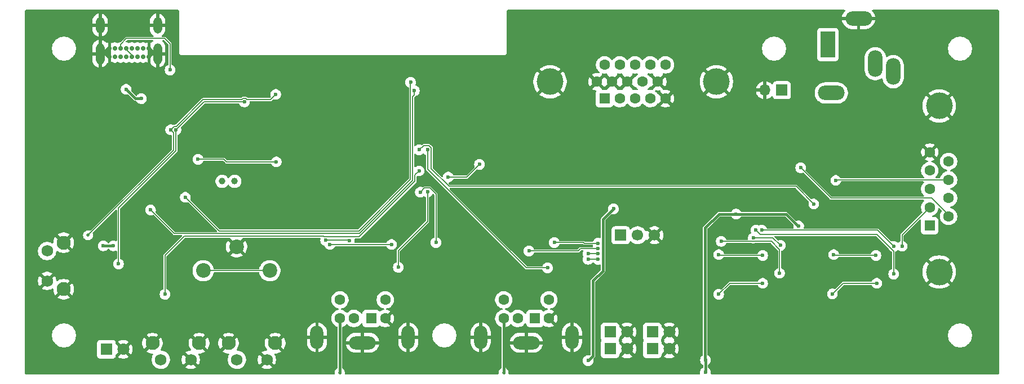
<source format=gbl>
%TF.GenerationSoftware,KiCad,Pcbnew,9.0.6*%
%TF.CreationDate,2026-02-27T14:47:49+01:00*%
%TF.ProjectId,nTerm2-S FT231,6e546572-6d32-42d5-9320-46543233312e,0.12*%
%TF.SameCoordinates,Original*%
%TF.FileFunction,Copper,L2,Bot*%
%TF.FilePolarity,Positive*%
%FSLAX46Y46*%
G04 Gerber Fmt 4.6, Leading zero omitted, Abs format (unit mm)*
G04 Created by KiCad (PCBNEW 9.0.6) date 2026-02-27 14:47:49*
%MOMM*%
%LPD*%
G01*
G04 APERTURE LIST*
%TA.AperFunction,ComponentPad*%
%ADD10C,1.750000*%
%TD*%
%TA.AperFunction,ComponentPad*%
%ADD11C,2.100000*%
%TD*%
%TA.AperFunction,ComponentPad*%
%ADD12R,1.700000X1.700000*%
%TD*%
%TA.AperFunction,ComponentPad*%
%ADD13O,1.700000X1.700000*%
%TD*%
%TA.AperFunction,HeatsinkPad*%
%ADD14C,0.600000*%
%TD*%
%TA.AperFunction,ComponentPad*%
%ADD15R,1.600000X1.600000*%
%TD*%
%TA.AperFunction,ComponentPad*%
%ADD16C,1.600000*%
%TD*%
%TA.AperFunction,ComponentPad*%
%ADD17O,2.000000X3.500000*%
%TD*%
%TA.AperFunction,ComponentPad*%
%ADD18O,4.000000X2.000000*%
%TD*%
%TA.AperFunction,ComponentPad*%
%ADD19R,1.800000X1.800000*%
%TD*%
%TA.AperFunction,ComponentPad*%
%ADD20C,1.800000*%
%TD*%
%TA.AperFunction,ComponentPad*%
%ADD21C,0.700000*%
%TD*%
%TA.AperFunction,ComponentPad*%
%ADD22O,1.300000X3.200000*%
%TD*%
%TA.AperFunction,ComponentPad*%
%ADD23O,1.300000X2.500000*%
%TD*%
%TA.AperFunction,ComponentPad*%
%ADD24C,2.200000*%
%TD*%
%TA.AperFunction,ComponentPad*%
%ADD25C,4.000000*%
%TD*%
%TA.AperFunction,ComponentPad*%
%ADD26C,1.700000*%
%TD*%
%TA.AperFunction,ComponentPad*%
%ADD27O,2.200000X4.000000*%
%TD*%
%TA.AperFunction,ComponentPad*%
%ADD28O,4.000000X2.200000*%
%TD*%
%TA.AperFunction,ComponentPad*%
%ADD29R,2.200000X4.000000*%
%TD*%
%TA.AperFunction,ComponentPad*%
%ADD30C,1.000000*%
%TD*%
%TA.AperFunction,ViaPad*%
%ADD31C,0.600000*%
%TD*%
%TA.AperFunction,ViaPad*%
%ADD32C,0.500000*%
%TD*%
%TA.AperFunction,Conductor*%
%ADD33C,0.400000*%
%TD*%
%TA.AperFunction,Conductor*%
%ADD34C,0.200000*%
%TD*%
G04 APERTURE END LIST*
D10*
%TO.P,SW2,1,1*%
%TO.N,GND*%
X99506000Y-125172000D03*
%TO.P,SW2,2,2*%
%TO.N,Net-(C16-Pad1)*%
X95006000Y-125172000D03*
D11*
%TO.P,SW2,SH,B*%
%TO.N,GND*%
X100756000Y-122682000D03*
X93746000Y-122682000D03*
%TD*%
D12*
%TO.P,J7,1,Pin_1*%
%TO.N,Net-(J7-Pin_1)*%
X188295200Y-84582000D03*
D13*
%TO.P,J7,2,Pin_2*%
%TO.N,GND*%
X185755200Y-84582000D03*
%TD*%
D14*
%TO.P,U1,39,GND*%
%TO.N,GND*%
X120161000Y-86674000D03*
X120161000Y-88199000D03*
X120923500Y-85911500D03*
X120923500Y-87436500D03*
X120923500Y-88961500D03*
X121686000Y-86674000D03*
X121686000Y-88199000D03*
X122448500Y-85911500D03*
X122448500Y-87436500D03*
X122448500Y-88961500D03*
X123211000Y-86674000D03*
X123211000Y-88199000D03*
%TD*%
D10*
%TO.P,SW1,1,1*%
%TO.N,GND*%
X110936000Y-125172000D03*
%TO.P,SW1,2,2*%
%TO.N,Net-(C15-Pad1)*%
X106436000Y-125172000D03*
D11*
%TO.P,SW1,SH,B*%
%TO.N,GND*%
X112186000Y-122682000D03*
X105176000Y-122682000D03*
%TD*%
D15*
%TO.P,J2,1*%
%TO.N,Net-(J2-Pad1)*%
X126616000Y-118958500D03*
D16*
%TO.P,J2,2*%
%TO.N,unconnected-(J2-Pad2)*%
X124016000Y-118958500D03*
%TO.P,J2,3*%
%TO.N,GND*%
X128716000Y-118958500D03*
%TO.P,J2,4*%
%TO.N,+5V*%
X121916000Y-118958500D03*
%TO.P,J2,5*%
%TO.N,Net-(J2-Pad5)*%
X128716000Y-116158500D03*
%TO.P,J2,6*%
%TO.N,unconnected-(J2-Pad6)*%
X121916000Y-116158500D03*
D17*
%TO.P,J2,7*%
%TO.N,GND*%
X118466000Y-121808500D03*
D18*
X125316000Y-122608500D03*
D17*
X132166000Y-121808500D03*
%TD*%
D19*
%TO.P,D11,1,A1*%
%TO.N,Net-(D11-A1)*%
X162498000Y-120988500D03*
D20*
%TO.P,D11,2,K1*%
%TO.N,GND*%
X165038000Y-120988500D03*
D19*
%TO.P,D11,3,A2*%
%TO.N,Net-(D11-A2)*%
X162498000Y-123528500D03*
D20*
%TO.P,D11,4,K2*%
%TO.N,GND*%
X165038000Y-123528500D03*
%TD*%
D19*
%TO.P,D12,1,A1*%
%TO.N,Net-(D12-A1)*%
X168848000Y-120988500D03*
D20*
%TO.P,D12,2,K1*%
%TO.N,GND*%
X171388000Y-120988500D03*
D19*
%TO.P,D12,3,A2*%
%TO.N,Net-(D12-A2)*%
X168848000Y-123528500D03*
D20*
%TO.P,D12,4,K2*%
%TO.N,GND*%
X171388000Y-123528500D03*
%TD*%
D15*
%TO.P,J3,1*%
%TO.N,Net-(J3-Pad1)*%
X151217000Y-118958500D03*
D16*
%TO.P,J3,2*%
%TO.N,unconnected-(J3-Pad2)*%
X148617000Y-118958500D03*
%TO.P,J3,3*%
%TO.N,GND*%
X153317000Y-118958500D03*
%TO.P,J3,4*%
%TO.N,+5V*%
X146517000Y-118958500D03*
%TO.P,J3,5*%
%TO.N,Net-(J3-Pad5)*%
X153317000Y-116158500D03*
%TO.P,J3,6*%
%TO.N,unconnected-(J3-Pad6)*%
X146517000Y-116158500D03*
D17*
%TO.P,J3,7*%
%TO.N,GND*%
X143067000Y-121808500D03*
D18*
X149917000Y-122608500D03*
D17*
X156767000Y-121808500D03*
%TD*%
D21*
%TO.P,J6,A1,GND*%
%TO.N,GND*%
X93176000Y-79588500D03*
%TO.P,J6,A4,VBUS*%
%TO.N,Net-(D3-A)*%
X92326000Y-79588500D03*
%TO.P,J6,A5,CC1*%
%TO.N,Net-(J6-CC1)*%
X91476000Y-79588500D03*
%TO.P,J6,A6,D+*%
%TO.N,Net-(J6-D+-PadA6)*%
X90626000Y-79588500D03*
%TO.P,J6,A7,D-*%
%TO.N,Net-(J6-D--PadA7)*%
X89776000Y-79588500D03*
%TO.P,J6,A8,SBU1*%
%TO.N,unconnected-(J6-SBU1-PadA8)*%
X88926000Y-79588500D03*
%TO.P,J6,A9,VBUS*%
%TO.N,Net-(D3-A)*%
X88076000Y-79588500D03*
%TO.P,J6,A12,GND*%
%TO.N,GND*%
X87226000Y-79588500D03*
%TO.P,J6,B1,GND*%
X87226000Y-78238500D03*
%TO.P,J6,B4,VBUS*%
%TO.N,Net-(D3-A)*%
X88076000Y-78238500D03*
%TO.P,J6,B5,CC2*%
%TO.N,Net-(J6-CC2)*%
X88926000Y-78238500D03*
%TO.P,J6,B6,D+*%
%TO.N,Net-(J6-D+-PadA6)*%
X89776000Y-78238500D03*
%TO.P,J6,B7,D-*%
%TO.N,Net-(J6-D--PadA7)*%
X90626000Y-78238500D03*
%TO.P,J6,B8,SBU2*%
%TO.N,unconnected-(J6-SBU2-PadB8)*%
X91476000Y-78238500D03*
%TO.P,J6,B9,VBUS*%
%TO.N,Net-(D3-A)*%
X92326000Y-78238500D03*
%TO.P,J6,B12,GND*%
%TO.N,GND*%
X93176000Y-78238500D03*
D22*
%TO.P,J6,S1,SHIELD*%
X94521000Y-79088500D03*
D23*
X94516000Y-74783500D03*
D22*
X85881000Y-79088500D03*
D23*
X85881000Y-74788500D03*
%TD*%
D10*
%TO.P,SW3,1,1*%
%TO.N,GND*%
X77916000Y-113298500D03*
%TO.P,SW3,2,2*%
%TO.N,Net-(C22-Pad1)*%
X77916000Y-108798500D03*
D11*
%TO.P,SW3,SH,B*%
%TO.N,GND*%
X80406000Y-114548500D03*
X80406000Y-107538500D03*
%TD*%
D24*
%TO.P,BAT1,1*%
%TO.N,Net-(D1-A)*%
X111379000Y-111760000D03*
%TO.P,BAT1,2*%
%TO.N,GND*%
X106379000Y-108160000D03*
%TO.P,BAT1,3*%
%TO.N,Net-(D1-A)*%
X101379000Y-111760000D03*
%TD*%
D19*
%TO.P,D4,1,A*%
%TO.N,Net-(D4-A)*%
X86824750Y-123598500D03*
D20*
%TO.P,D4,2,K*%
%TO.N,GND*%
X89364750Y-123598500D03*
%TD*%
D25*
%TO.P,J5,0,PAD*%
%TO.N,GND*%
X211940000Y-111948500D03*
X211940000Y-86948500D03*
D15*
%TO.P,J5,1,1*%
%TO.N,unconnected-(J5-Pad1)*%
X210520000Y-104988500D03*
D16*
%TO.P,J5,2,2*%
%TO.N,/_RXD*%
X210520000Y-102218500D03*
%TO.P,J5,3,3*%
%TO.N,/_TXD*%
X210520000Y-99448500D03*
%TO.P,J5,4,4*%
%TO.N,/_DTR*%
X210520000Y-96678500D03*
%TO.P,J5,5,5*%
%TO.N,GND*%
X210520000Y-93908500D03*
%TO.P,J5,6,6*%
%TO.N,/_DSR*%
X213360000Y-103603500D03*
%TO.P,J5,7,7*%
%TO.N,/_RTS*%
X213360000Y-100833500D03*
%TO.P,J5,8,8*%
%TO.N,/_CTS*%
X213360000Y-98063500D03*
%TO.P,J5,9,9*%
%TO.N,unconnected-(J5-Pad9)*%
X213360000Y-95293500D03*
%TD*%
D25*
%TO.P,J1,0*%
%TO.N,GND*%
X178478000Y-83312000D03*
X153478000Y-83312000D03*
D15*
%TO.P,J1,1*%
%TO.N,Net-(J1-Pad1)*%
X161663000Y-85852000D03*
D16*
%TO.P,J1,2*%
%TO.N,Net-(J1-Pad2)*%
X163953000Y-85852000D03*
%TO.P,J1,3*%
%TO.N,Net-(J1-Pad3)*%
X166243000Y-85852000D03*
%TO.P,J1,4*%
%TO.N,unconnected-(J1-Pad4)*%
X168533000Y-85852000D03*
%TO.P,J1,5*%
%TO.N,GND*%
X170823000Y-85852000D03*
%TO.P,J1,6*%
X160518000Y-83312000D03*
%TO.P,J1,7*%
X162808000Y-83312000D03*
%TO.P,J1,8*%
X165098000Y-83312000D03*
%TO.P,J1,9*%
%TO.N,unconnected-(J1-Pad9)*%
X167388000Y-83312000D03*
%TO.P,J1,10*%
%TO.N,GND*%
X169678000Y-83312000D03*
%TO.P,J1,11*%
%TO.N,unconnected-(J1-Pad11)*%
X161663000Y-80772000D03*
%TO.P,J1,12*%
%TO.N,unconnected-(J1-Pad12)*%
X163953000Y-80772000D03*
%TO.P,J1,13*%
%TO.N,Net-(J1-Pad13)*%
X166243000Y-80772000D03*
%TO.P,J1,14*%
%TO.N,Net-(J1-Pad14)*%
X168533000Y-80772000D03*
%TO.P,J1,15*%
%TO.N,unconnected-(J1-Pad15)*%
X170823000Y-80772000D03*
%TD*%
D12*
%TO.P,J8,1,Pin_1*%
%TO.N,Net-(J8-Pin_1)*%
X164084000Y-106426000D03*
D26*
%TO.P,J8,2,Pin_2*%
%TO.N,Net-(J8-Pin_2)*%
X166624000Y-106426000D03*
%TO.P,J8,3,Pin_3*%
%TO.N,GND*%
X169164000Y-106426000D03*
%TD*%
D27*
%TO.P,J4,R*%
%TO.N,unconnected-(J4-PadR)*%
X205036000Y-81793000D03*
%TO.P,J4,RN*%
%TO.N,unconnected-(J4-PadRN)*%
X202336000Y-80593000D03*
D28*
%TO.P,J4,S*%
%TO.N,GND*%
X199836000Y-73793000D03*
D29*
%TO.P,J4,T*%
%TO.N,Net-(J7-Pin_1)*%
X195236000Y-77693000D03*
D28*
%TO.P,J4,TN*%
%TO.N,unconnected-(J4-PadTN)*%
X195736000Y-84993000D03*
%TD*%
D30*
%TO.P,Y1,1,1*%
%TO.N,Net-(U4-X1)*%
X106106000Y-98298000D03*
%TO.P,Y1,2,2*%
%TO.N,Net-(U4-X2)*%
X104206000Y-98298000D03*
%TD*%
D31*
%TO.N,+5V*%
X176814157Y-127048500D03*
D32*
X146496000Y-127098500D03*
X121889167Y-127098500D03*
D31*
X176816000Y-125222000D03*
X190820000Y-105029000D03*
X89789000Y-84455000D03*
X87884000Y-108030000D03*
X181432200Y-103225600D03*
X92075000Y-85852000D03*
X86360000Y-108030000D03*
%TO.N,GND*%
X92202000Y-109300000D03*
X77916000Y-85445600D03*
X99822000Y-79756000D03*
X196597000Y-121285000D03*
X87630000Y-91059000D03*
X159196000Y-101178500D03*
X194438000Y-102616000D03*
X82996000Y-85394800D03*
X88773000Y-117094000D03*
X95377000Y-84455000D03*
X91567000Y-90678000D03*
X179102000Y-121285000D03*
D32*
X186667499Y-102616000D03*
D31*
X108585000Y-99822000D03*
X83033150Y-95655850D03*
X164973000Y-100457000D03*
X85725000Y-85725000D03*
X96361900Y-99047300D03*
X87350600Y-99822000D03*
X110744000Y-80096500D03*
X102616000Y-102870000D03*
X132526000Y-80839500D03*
X116656000Y-99268500D03*
X93504400Y-100482400D03*
X106172000Y-84074000D03*
%TO.N,+3V3*%
X163006000Y-102448500D03*
X135066000Y-99908500D03*
X130683000Y-111252000D03*
X159196000Y-125308500D03*
%TO.N,EN*%
X97282000Y-90551000D03*
X88646000Y-110744000D03*
X107569000Y-86341000D03*
%TO.N,RTS_CTS_OR_DTR_DSR*%
X133796000Y-93558500D03*
X193102000Y-101723000D03*
%TO.N,REVERSE_RTS_CTS_DTR_DSR*%
X153111200Y-111338500D03*
X135066000Y-93558500D03*
%TO.N,/_DSR*%
X191135000Y-96266000D03*
%TO.N,/_RXD*%
X206375000Y-108077000D03*
%TO.N,/_CTS*%
X196402137Y-98171000D03*
%TO.N,Net-(J6-CC2)*%
X96393000Y-81534000D03*
%TO.N,/TxD*%
X205105000Y-112268000D03*
X184404000Y-105664000D03*
%TO.N,/RxD*%
X205105000Y-108096000D03*
X185293000Y-105664000D03*
%TO.N,/CTS*%
X179197000Y-107334000D03*
X187960000Y-112141000D03*
X150306000Y-108798500D03*
X160674000Y-108419997D03*
%TO.N,/RTS*%
X188087000Y-107950000D03*
X160674000Y-107619994D03*
X154116000Y-107528500D03*
X184023000Y-106826000D03*
%TO.N,IO0*%
X133796000Y-96733500D03*
X95631000Y-115316000D03*
%TO.N,AUDIO_PWM*%
X138176000Y-97663000D03*
X142875000Y-95758000D03*
%TO.N,TXD_2*%
X133985000Y-99949000D03*
X136336000Y-107528500D03*
%TO.N,RXD_2*%
X129667000Y-107823000D03*
X120396000Y-107823000D03*
%TO.N,RXD_0*%
X93453600Y-102616000D03*
X133096000Y-84668500D03*
%TO.N,Net-(U1-IO39{slash}SENSVN)*%
X112268000Y-85217000D03*
X96481997Y-90551000D03*
D32*
X84074000Y-106426000D03*
D31*
%TO.N,ONE-WIRE*%
X100584000Y-94996000D03*
X112352000Y-95377000D03*
%TO.N,RTS_2*%
X160674000Y-109220000D03*
X159196000Y-109220000D03*
%TO.N,CTS_2*%
X159196000Y-110049500D03*
X160674000Y-110068500D03*
X119761000Y-107188000D03*
X123317000Y-107207000D03*
%TO.N,TXD_0*%
X132526000Y-83398500D03*
X98686000Y-100711000D03*
%TO.N,Net-(OPT2-A)*%
X196088000Y-109347000D03*
X202438000Y-109474000D03*
%TO.N,Net-(OPT3-A)*%
X195892000Y-115268500D03*
X202565000Y-113665000D03*
%TO.N,Net-(OPT4-A)*%
X178816000Y-109347000D03*
X185420000Y-109474000D03*
%TO.N,Net-(OPT5-A)*%
X178816000Y-115316000D03*
X185420000Y-113665000D03*
%TD*%
D33*
%TO.N,+5V*%
X178841400Y-103225600D02*
X176784000Y-105283000D01*
X121920000Y-126132500D02*
X121916000Y-126128500D01*
X181432200Y-103225600D02*
X178841400Y-103225600D01*
X121916000Y-126128500D02*
X121916000Y-118958500D01*
X121889167Y-127098500D02*
X121920000Y-127067667D01*
X176814157Y-127024943D02*
X176816000Y-127023100D01*
X121920000Y-127067667D02*
X121920000Y-126132500D01*
X146496000Y-118979500D02*
X146517000Y-118958500D01*
X91186000Y-85852000D02*
X92075000Y-85852000D01*
X176814157Y-127048500D02*
X176814157Y-127024943D01*
X188950600Y-103225600D02*
X190754000Y-105029000D01*
X176816000Y-127023100D02*
X176816000Y-125222000D01*
X176784000Y-105283000D02*
X176784000Y-125190000D01*
X181432200Y-103225600D02*
X188950600Y-103225600D01*
X86360000Y-108030000D02*
X87884000Y-108030000D01*
X176784000Y-125190000D02*
X176816000Y-125222000D01*
X89789000Y-84455000D02*
X91186000Y-85852000D01*
X146496000Y-127098500D02*
X146496000Y-118979500D01*
X190754000Y-105029000D02*
X190820000Y-105029000D01*
%TO.N,GND*%
X93176000Y-78238500D02*
X93176000Y-77258000D01*
X87226000Y-78238500D02*
X87226000Y-77239000D01*
X93176000Y-79588500D02*
X93176000Y-80857000D01*
X93176000Y-78238500D02*
X93176000Y-78571000D01*
X93176000Y-78571000D02*
X93726000Y-79121000D01*
X87226000Y-78509000D02*
X86614000Y-79121000D01*
X87226000Y-79588500D02*
X87226000Y-80876000D01*
X93176000Y-79588500D02*
X93176000Y-78238500D01*
X87226000Y-78238500D02*
X87226000Y-78509000D01*
X87226000Y-79588500D02*
X87226000Y-78238500D01*
%TO.N,+3V3*%
X159918400Y-124586100D02*
X159196000Y-125308500D01*
X161417000Y-111782212D02*
X159918400Y-113280812D01*
X161417000Y-104037500D02*
X161417000Y-111782212D01*
D34*
X135066000Y-104353500D02*
X135066000Y-99908500D01*
X130683000Y-108736500D02*
X135066000Y-104353500D01*
X130683000Y-111252000D02*
X130683000Y-108736500D01*
D33*
X163006000Y-102448500D02*
X161417000Y-104037500D01*
X159918400Y-113280812D02*
X159918400Y-124586100D01*
D34*
%TO.N,EN*%
X101492000Y-86341000D02*
X97282000Y-90551000D01*
X107569000Y-86341000D02*
X101492000Y-86341000D01*
X97282000Y-93681862D02*
X88646000Y-102317862D01*
X88646000Y-102317862D02*
X88646000Y-110744000D01*
X97282000Y-90551000D02*
X97282000Y-93681862D01*
%TO.N,RTS_CTS_OR_DTR_DSR*%
X135305800Y-92913200D02*
X135636000Y-93243400D01*
X135636000Y-93243400D02*
X135636000Y-96393000D01*
X190439000Y-99060000D02*
X193102000Y-101723000D01*
X135636000Y-96393000D02*
X138303000Y-99060000D01*
X133836787Y-93558500D02*
X134482087Y-92913200D01*
X138303000Y-99060000D02*
X190439000Y-99060000D01*
X134482087Y-92913200D02*
X135305800Y-92913200D01*
X133796000Y-93558500D02*
X133836787Y-93558500D01*
%TO.N,REVERSE_RTS_CTS_DTR_DSR*%
X135066000Y-96458000D02*
X135066000Y-93558500D01*
X153111200Y-111338500D02*
X149946500Y-111338500D01*
X149946500Y-111338500D02*
X135066000Y-96458000D01*
%TO.N,/_DSR*%
X195707000Y-100838000D02*
X191135000Y-96266000D01*
X213360000Y-103603500D02*
X213360000Y-103378000D01*
X210820000Y-100838000D02*
X195707000Y-100838000D01*
X213360000Y-103378000D02*
X210820000Y-100838000D01*
%TO.N,/_RXD*%
X210520000Y-102218500D02*
X206375000Y-106363500D01*
X206375000Y-106363500D02*
X206375000Y-108077000D01*
%TO.N,/_CTS*%
X196509637Y-98063500D02*
X196402137Y-98171000D01*
X213360000Y-98063500D02*
X196509637Y-98063500D01*
%TO.N,Net-(J6-CC2)*%
X96393000Y-77597000D02*
X96393000Y-81534000D01*
X88926000Y-77698000D02*
X89827911Y-76796089D01*
X88926000Y-78238500D02*
X88926000Y-77698000D01*
X95592089Y-76796089D02*
X96393000Y-77597000D01*
X89827911Y-76796089D02*
X95592089Y-76796089D01*
%TO.N,/TxD*%
X185039000Y-106299000D02*
X202565000Y-106299000D01*
X204890000Y-108624000D02*
X205105000Y-108839000D01*
X202565000Y-106299000D02*
X204577000Y-108311000D01*
X204577000Y-108311000D02*
X204577000Y-108314705D01*
X184404000Y-105664000D02*
X185039000Y-106299000D01*
X205105000Y-108839000D02*
X205105000Y-112268000D01*
X204886295Y-108624000D02*
X204890000Y-108624000D01*
X204577000Y-108314705D02*
X204886295Y-108624000D01*
%TO.N,/RxD*%
X205105000Y-108077000D02*
X202692000Y-105664000D01*
X202692000Y-105664000D02*
X185293000Y-105664000D01*
X205105000Y-108096000D02*
X205105000Y-108077000D01*
%TO.N,/CTS*%
X160635997Y-108458000D02*
X158045919Y-108458000D01*
X187960000Y-108585000D02*
X187960000Y-112141000D01*
X158045919Y-108458000D02*
X157705419Y-108798500D01*
X157705419Y-108798500D02*
X150306000Y-108798500D01*
X160674000Y-108419997D02*
X160635997Y-108458000D01*
X179217000Y-107354000D02*
X186729000Y-107354000D01*
X179197000Y-107334000D02*
X179217000Y-107354000D01*
X186729000Y-107354000D02*
X187960000Y-108585000D01*
%TO.N,/RTS*%
X184023000Y-106826000D02*
X186963000Y-106826000D01*
X160674000Y-107619994D02*
X158604465Y-107619994D01*
X186963000Y-106826000D02*
X188087000Y-107950000D01*
X158512971Y-107528500D02*
X154116000Y-107528500D01*
X158604465Y-107619994D02*
X158512971Y-107528500D01*
%TO.N,IO0*%
X133181000Y-97348500D02*
X133181000Y-98274810D01*
X123536705Y-106680000D02*
X123535705Y-106679000D01*
X95631000Y-109474000D02*
X95631000Y-115316000D01*
X119999705Y-106680000D02*
X119979705Y-106660000D01*
X123097295Y-106680000D02*
X119999705Y-106680000D01*
X119542295Y-106660000D02*
X119456295Y-106574000D01*
X133181000Y-98274810D02*
X124775810Y-106680000D01*
X123535705Y-106679000D02*
X123098295Y-106679000D01*
X123098295Y-106679000D02*
X123097295Y-106680000D01*
X119979705Y-106660000D02*
X119542295Y-106660000D01*
X124775810Y-106680000D02*
X123536705Y-106680000D01*
X119456295Y-106574000D02*
X98531000Y-106574000D01*
X133796000Y-96733500D02*
X133181000Y-97348500D01*
X98531000Y-106574000D02*
X95631000Y-109474000D01*
%TO.N,AUDIO_PWM*%
X140970000Y-97663000D02*
X142875000Y-95758000D01*
X138176000Y-97663000D02*
X140970000Y-97663000D01*
%TO.N,TXD_2*%
X136336000Y-100223862D02*
X136336000Y-107528500D01*
X135426138Y-99314000D02*
X136336000Y-100223862D01*
X133985000Y-99949000D02*
X134620000Y-99314000D01*
X134620000Y-99314000D02*
X135426138Y-99314000D01*
%TO.N,RXD_2*%
X120396000Y-107823000D02*
X129667000Y-107823000D01*
%TO.N,RXD_0*%
X132842000Y-98149948D02*
X124819948Y-106172000D01*
X97035000Y-106172000D02*
X93479000Y-102616000D01*
X133096000Y-84668500D02*
X133096000Y-85344000D01*
X133096000Y-85344000D02*
X132842000Y-85598000D01*
X132842000Y-85598000D02*
X132842000Y-98149948D01*
X124819948Y-106172000D02*
X97035000Y-106172000D01*
X93479000Y-102616000D02*
X93453600Y-102616000D01*
%TO.N,Net-(U1-IO39{slash}SENSVN)*%
X107953705Y-85979000D02*
X111506000Y-85979000D01*
X107787705Y-85813000D02*
X107953705Y-85979000D01*
X97302000Y-90023000D02*
X101346000Y-85979000D01*
X101346000Y-85979000D02*
X107184295Y-85979000D01*
X107184295Y-85979000D02*
X107350295Y-85813000D01*
X96481997Y-90551000D02*
X97009997Y-90023000D01*
X107350295Y-85813000D02*
X107787705Y-85813000D01*
X96901000Y-90970003D02*
X96901000Y-93599000D01*
X96901000Y-93599000D02*
X84074000Y-106426000D01*
X111506000Y-85979000D02*
X112268000Y-85217000D01*
X97009997Y-90023000D02*
X97302000Y-90023000D01*
X96481997Y-90551000D02*
X96901000Y-90970003D01*
%TO.N,ONE-WIRE*%
X104481348Y-94996000D02*
X104862348Y-95377000D01*
X104862348Y-95377000D02*
X112352000Y-95377000D01*
X100584000Y-94996000D02*
X104481348Y-94996000D01*
%TO.N,RTS_2*%
X159196000Y-109220000D02*
X160674000Y-109220000D01*
%TO.N,CTS_2*%
X160674000Y-110068500D02*
X159215000Y-110068500D01*
X159215000Y-110068500D02*
X159196000Y-110049500D01*
X123317000Y-107207000D02*
X123298000Y-107188000D01*
X123298000Y-107188000D02*
X119761000Y-107188000D01*
%TO.N,TXD_0*%
X103791400Y-105791000D02*
X124737086Y-105791000D01*
X98686000Y-100711000D02*
X98711400Y-100711000D01*
X132514000Y-98014086D02*
X132514000Y-83410500D01*
X98711400Y-100711000D02*
X103791400Y-105791000D01*
X124737086Y-105791000D02*
X132514000Y-98014086D01*
X132514000Y-83410500D02*
X132526000Y-83398500D01*
%TO.N,Net-(J6-D+-PadA6)*%
X89776000Y-78473000D02*
X89776000Y-78238500D01*
X90626000Y-79323000D02*
X89776000Y-78473000D01*
X90626000Y-79588500D02*
X90626000Y-79323000D01*
%TO.N,Net-(D1-A)*%
X111379000Y-111760000D02*
X101379000Y-111760000D01*
%TO.N,Net-(OPT2-A)*%
X196215000Y-109474000D02*
X196088000Y-109347000D01*
X202438000Y-109474000D02*
X196215000Y-109474000D01*
%TO.N,Net-(OPT3-A)*%
X197495500Y-113665000D02*
X195892000Y-115268500D01*
X202565000Y-113665000D02*
X197495500Y-113665000D01*
%TO.N,Net-(OPT4-A)*%
X178943000Y-109474000D02*
X178816000Y-109347000D01*
X185420000Y-109474000D02*
X178943000Y-109474000D01*
%TO.N,Net-(OPT5-A)*%
X180467000Y-113665000D02*
X178816000Y-115316000D01*
X185420000Y-113665000D02*
X180467000Y-113665000D01*
%TD*%
%TA.AperFunction,Conductor*%
%TO.N,GND*%
G36*
X164618667Y-121162194D02*
G01*
X164677910Y-121264806D01*
X164761694Y-121348590D01*
X164864306Y-121407833D01*
X164949414Y-121430637D01*
X164240485Y-122139565D01*
X164240485Y-122139567D01*
X164266105Y-122158181D01*
X164308771Y-122213510D01*
X164314750Y-122283124D01*
X164282145Y-122344919D01*
X164266105Y-122358817D01*
X164240485Y-122377430D01*
X164240485Y-122377432D01*
X164949414Y-123086361D01*
X164864306Y-123109167D01*
X164761694Y-123168410D01*
X164677910Y-123252194D01*
X164618667Y-123354806D01*
X164595861Y-123439914D01*
X163934818Y-122778871D01*
X163901333Y-122717548D01*
X163898499Y-122691190D01*
X163898499Y-122580629D01*
X163898498Y-122580623D01*
X163898497Y-122580616D01*
X163892091Y-122521017D01*
X163881418Y-122492402D01*
X163841797Y-122386171D01*
X163841796Y-122386169D01*
X163807948Y-122340954D01*
X163801851Y-122332810D01*
X163777435Y-122267347D01*
X163791367Y-122200789D01*
X163795949Y-122192073D01*
X163841796Y-122130831D01*
X163892091Y-121995983D01*
X163898500Y-121936373D01*
X163898499Y-121825804D01*
X163918183Y-121758768D01*
X163934818Y-121738126D01*
X164595861Y-121077084D01*
X164618667Y-121162194D01*
G37*
%TD.AperFunction*%
%TA.AperFunction,Conductor*%
G36*
X170968667Y-121162194D02*
G01*
X171027910Y-121264806D01*
X171111694Y-121348590D01*
X171214306Y-121407833D01*
X171299414Y-121430637D01*
X170590485Y-122139565D01*
X170590485Y-122139567D01*
X170616105Y-122158181D01*
X170658771Y-122213510D01*
X170664750Y-122283124D01*
X170632145Y-122344919D01*
X170616105Y-122358817D01*
X170590485Y-122377430D01*
X170590485Y-122377432D01*
X171299414Y-123086361D01*
X171214306Y-123109167D01*
X171111694Y-123168410D01*
X171027910Y-123252194D01*
X170968667Y-123354806D01*
X170945861Y-123439914D01*
X170284818Y-122778871D01*
X170251333Y-122717548D01*
X170248499Y-122691190D01*
X170248499Y-122580629D01*
X170248498Y-122580623D01*
X170248497Y-122580616D01*
X170242091Y-122521017D01*
X170231418Y-122492402D01*
X170191797Y-122386171D01*
X170191796Y-122386169D01*
X170157948Y-122340954D01*
X170151851Y-122332810D01*
X170127435Y-122267347D01*
X170141367Y-122200789D01*
X170145949Y-122192073D01*
X170191796Y-122130831D01*
X170242091Y-121995983D01*
X170248500Y-121936373D01*
X170248499Y-121825804D01*
X170268183Y-121758768D01*
X170284818Y-121738126D01*
X170945861Y-121077084D01*
X170968667Y-121162194D01*
G37*
%TD.AperFunction*%
%TA.AperFunction,Conductor*%
G36*
X170027805Y-84592730D02*
G01*
X170081257Y-84637726D01*
X170101897Y-84704478D01*
X170101528Y-84715979D01*
X170097077Y-84772524D01*
X170693591Y-85369037D01*
X170630007Y-85386075D01*
X170515993Y-85451901D01*
X170422901Y-85544993D01*
X170357075Y-85659007D01*
X170340037Y-85722590D01*
X169743524Y-85126077D01*
X169689377Y-85130339D01*
X169621000Y-85115975D01*
X169579330Y-85079606D01*
X169524971Y-85004786D01*
X169380217Y-84860032D01*
X169380212Y-84860028D01*
X169307026Y-84806855D01*
X169264360Y-84751525D01*
X169258381Y-84681912D01*
X169290987Y-84620117D01*
X169351826Y-84585759D01*
X169399310Y-84584064D01*
X169575684Y-84612000D01*
X169780317Y-84612000D01*
X169958512Y-84583776D01*
X170027805Y-84592730D01*
G37*
%TD.AperFunction*%
%TA.AperFunction,Conductor*%
G36*
X164632075Y-83504993D02*
G01*
X164697901Y-83619007D01*
X164790993Y-83712099D01*
X164905007Y-83777925D01*
X164968590Y-83794962D01*
X164372076Y-84391474D01*
X164376486Y-84447510D01*
X164362121Y-84515887D01*
X164313069Y-84565644D01*
X164244904Y-84580982D01*
X164233470Y-84579711D01*
X164093803Y-84557590D01*
X164055352Y-84551500D01*
X163850648Y-84551500D01*
X163672526Y-84579711D01*
X163603233Y-84570756D01*
X163549781Y-84525760D01*
X163529142Y-84459008D01*
X163529511Y-84447508D01*
X163533921Y-84391473D01*
X162937409Y-83794962D01*
X163000993Y-83777925D01*
X163115007Y-83712099D01*
X163208099Y-83619007D01*
X163273925Y-83504993D01*
X163290962Y-83441409D01*
X163887473Y-84037921D01*
X163943268Y-84033530D01*
X163962728Y-84033530D01*
X164018525Y-84037921D01*
X164615037Y-83441409D01*
X164632075Y-83504993D01*
G37*
%TD.AperFunction*%
%TA.AperFunction,Conductor*%
G36*
X169212075Y-83504993D02*
G01*
X169277901Y-83619007D01*
X169370993Y-83712099D01*
X169485007Y-83777925D01*
X169548590Y-83794962D01*
X168952076Y-84391474D01*
X168956486Y-84447510D01*
X168942121Y-84515887D01*
X168893069Y-84565644D01*
X168824904Y-84580982D01*
X168813470Y-84579711D01*
X168673803Y-84557590D01*
X168635352Y-84551500D01*
X168430648Y-84551500D01*
X168255197Y-84579288D01*
X168185904Y-84570333D01*
X168132452Y-84525337D01*
X168111813Y-84458585D01*
X168130538Y-84391272D01*
X168162913Y-84356498D01*
X168235219Y-84303966D01*
X168379966Y-84159219D01*
X168434330Y-84084392D01*
X168489657Y-84041728D01*
X168544376Y-84033660D01*
X168598525Y-84037921D01*
X169195037Y-83441409D01*
X169212075Y-83504993D01*
G37*
%TD.AperFunction*%
%TA.AperFunction,Conductor*%
G36*
X166177473Y-84037921D02*
G01*
X166231622Y-84033660D01*
X166299999Y-84048024D01*
X166341669Y-84084393D01*
X166396028Y-84159212D01*
X166396032Y-84159217D01*
X166540784Y-84303969D01*
X166613083Y-84356496D01*
X166655750Y-84411826D01*
X166661729Y-84481439D01*
X166629124Y-84543234D01*
X166568286Y-84577592D01*
X166520801Y-84579288D01*
X166373174Y-84555906D01*
X166345352Y-84551500D01*
X166140648Y-84551500D01*
X165962526Y-84579711D01*
X165893233Y-84570756D01*
X165839781Y-84525760D01*
X165819142Y-84459008D01*
X165819511Y-84447508D01*
X165823921Y-84391473D01*
X165227409Y-83794962D01*
X165290993Y-83777925D01*
X165405007Y-83712099D01*
X165498099Y-83619007D01*
X165563925Y-83504993D01*
X165580962Y-83441409D01*
X166177473Y-84037921D01*
G37*
%TD.AperFunction*%
%TA.AperFunction,Conductor*%
G36*
X162342075Y-83504993D02*
G01*
X162407901Y-83619007D01*
X162500993Y-83712099D01*
X162615007Y-83777925D01*
X162678590Y-83794962D01*
X162082077Y-84391473D01*
X162084147Y-84417771D01*
X162069783Y-84486148D01*
X162020732Y-84535905D01*
X161960529Y-84551500D01*
X161365470Y-84551500D01*
X161298431Y-84531815D01*
X161252676Y-84479011D01*
X161241852Y-84417771D01*
X161243921Y-84391473D01*
X160647409Y-83794962D01*
X160710993Y-83777925D01*
X160825007Y-83712099D01*
X160918099Y-83619007D01*
X160983925Y-83504993D01*
X161000962Y-83441410D01*
X161597473Y-84037921D01*
X161653268Y-84033530D01*
X161672728Y-84033530D01*
X161728525Y-84037921D01*
X162325037Y-83441409D01*
X162342075Y-83504993D01*
G37*
%TD.AperFunction*%
%TA.AperFunction,Conductor*%
G36*
X161382525Y-82044287D02*
G01*
X161560648Y-82072500D01*
X161560649Y-82072500D01*
X161765351Y-82072500D01*
X161765352Y-82072500D01*
X161943471Y-82044288D01*
X162012764Y-82053242D01*
X162066216Y-82098238D01*
X162086856Y-82164990D01*
X162086487Y-82176490D01*
X162082077Y-82232523D01*
X162678591Y-82829037D01*
X162615007Y-82846075D01*
X162500993Y-82911901D01*
X162407901Y-83004993D01*
X162342075Y-83119007D01*
X162325037Y-83182590D01*
X161728524Y-82586077D01*
X161672733Y-82590468D01*
X161653276Y-82590468D01*
X161597474Y-82586076D01*
X161000962Y-83182589D01*
X160983925Y-83119007D01*
X160918099Y-83004993D01*
X160825007Y-82911901D01*
X160710993Y-82846075D01*
X160647408Y-82829037D01*
X161243921Y-82232524D01*
X161239512Y-82176490D01*
X161253876Y-82108113D01*
X161302928Y-82058356D01*
X161371093Y-82043017D01*
X161382525Y-82044287D01*
G37*
%TD.AperFunction*%
%TA.AperFunction,Conductor*%
G36*
X163672525Y-82044287D02*
G01*
X163850648Y-82072500D01*
X163850649Y-82072500D01*
X164055351Y-82072500D01*
X164055352Y-82072500D01*
X164233471Y-82044288D01*
X164302764Y-82053242D01*
X164356216Y-82098238D01*
X164376856Y-82164990D01*
X164376487Y-82176490D01*
X164372077Y-82232523D01*
X164968591Y-82829037D01*
X164905007Y-82846075D01*
X164790993Y-82911901D01*
X164697901Y-83004993D01*
X164632075Y-83119007D01*
X164615037Y-83182590D01*
X164018524Y-82586077D01*
X163962733Y-82590468D01*
X163943276Y-82590468D01*
X163887474Y-82586076D01*
X163290962Y-83182589D01*
X163273925Y-83119007D01*
X163208099Y-83004993D01*
X163115007Y-82911901D01*
X163000993Y-82846075D01*
X162937408Y-82829037D01*
X163533921Y-82232524D01*
X163529512Y-82176490D01*
X163543876Y-82108113D01*
X163592928Y-82058356D01*
X163661093Y-82043017D01*
X163672525Y-82044287D01*
G37*
%TD.AperFunction*%
%TA.AperFunction,Conductor*%
G36*
X168882764Y-82053242D02*
G01*
X168936216Y-82098238D01*
X168956856Y-82164990D01*
X168956487Y-82176490D01*
X168952077Y-82232523D01*
X169548591Y-82829037D01*
X169485007Y-82846075D01*
X169370993Y-82911901D01*
X169277901Y-83004993D01*
X169212075Y-83119007D01*
X169195037Y-83182590D01*
X168598524Y-82586077D01*
X168544377Y-82590339D01*
X168476000Y-82575975D01*
X168434330Y-82539606D01*
X168379971Y-82464786D01*
X168235219Y-82320034D01*
X168165898Y-82269670D01*
X168162914Y-82267501D01*
X168120249Y-82212173D01*
X168114270Y-82142560D01*
X168146875Y-82080764D01*
X168207713Y-82046407D01*
X168255198Y-82044711D01*
X168430648Y-82072500D01*
X168430649Y-82072500D01*
X168635351Y-82072500D01*
X168635352Y-82072500D01*
X168813471Y-82044288D01*
X168882764Y-82053242D01*
G37*
%TD.AperFunction*%
%TA.AperFunction,Conductor*%
G36*
X165962525Y-82044287D02*
G01*
X166140648Y-82072500D01*
X166140649Y-82072500D01*
X166345351Y-82072500D01*
X166345352Y-82072500D01*
X166520801Y-82044711D01*
X166590094Y-82053665D01*
X166643546Y-82098662D01*
X166664186Y-82165413D01*
X166645461Y-82232727D01*
X166613084Y-82267502D01*
X166540787Y-82320028D01*
X166540782Y-82320032D01*
X166396032Y-82464782D01*
X166396028Y-82464787D01*
X166341670Y-82539605D01*
X166286340Y-82582271D01*
X166231624Y-82590338D01*
X166177474Y-82586076D01*
X165580962Y-83182589D01*
X165563925Y-83119007D01*
X165498099Y-83004993D01*
X165405007Y-82911901D01*
X165290993Y-82846075D01*
X165227408Y-82829037D01*
X165823921Y-82232524D01*
X165819512Y-82176490D01*
X165833876Y-82108113D01*
X165882928Y-82058356D01*
X165951093Y-82043017D01*
X165962525Y-82044287D01*
G37*
%TD.AperFunction*%
%TA.AperFunction,Conductor*%
G36*
X93396108Y-78120903D02*
G01*
X93440457Y-78149404D01*
X93958060Y-78667006D01*
X93991545Y-78728329D01*
X93986561Y-78798020D01*
X93958061Y-78842368D01*
X93886929Y-78913500D01*
X93958060Y-78984631D01*
X93991545Y-79045954D01*
X93986561Y-79115646D01*
X93958060Y-79159993D01*
X93440457Y-79677595D01*
X93432511Y-79681933D01*
X93427086Y-79689181D01*
X93402326Y-79698415D01*
X93379134Y-79711080D01*
X93370104Y-79710434D01*
X93361622Y-79713598D01*
X93338725Y-79708617D01*
X93345552Y-79701791D01*
X93376000Y-79628282D01*
X93376000Y-79548718D01*
X93345552Y-79475209D01*
X93289291Y-79418948D01*
X93215782Y-79388500D01*
X93153380Y-79388500D01*
X93144587Y-79344294D01*
X93150814Y-79274704D01*
X93178523Y-79232423D01*
X93497446Y-78913500D01*
X93497446Y-78913499D01*
X93178523Y-78594576D01*
X93175922Y-78589813D01*
X93171398Y-78586818D01*
X93159356Y-78559475D01*
X93145038Y-78533253D01*
X93144843Y-78526520D01*
X93143238Y-78522875D01*
X93144043Y-78498880D01*
X93143717Y-78487584D01*
X93144100Y-78485152D01*
X93153380Y-78438500D01*
X93215782Y-78438500D01*
X93289291Y-78408052D01*
X93345552Y-78351791D01*
X93376000Y-78278282D01*
X93376000Y-78198718D01*
X93345552Y-78125209D01*
X93337020Y-78116677D01*
X93396108Y-78120903D01*
G37*
%TD.AperFunction*%
%TA.AperFunction,Conductor*%
G36*
X87062876Y-78118780D02*
G01*
X87056448Y-78125209D01*
X87026000Y-78198718D01*
X87026000Y-78278282D01*
X87056448Y-78351791D01*
X87112709Y-78408052D01*
X87186218Y-78438500D01*
X87248620Y-78438500D01*
X87257894Y-78485128D01*
X87258282Y-78487584D01*
X87254086Y-78519868D01*
X87251185Y-78552296D01*
X87249608Y-78554324D01*
X87249278Y-78556871D01*
X87223476Y-78594576D01*
X86904553Y-78913499D01*
X86904553Y-78913500D01*
X87223476Y-79232422D01*
X87226075Y-79237183D01*
X87230601Y-79240179D01*
X87242643Y-79267525D01*
X87256961Y-79293745D01*
X87257155Y-79300477D01*
X87258761Y-79304123D01*
X87257955Y-79328116D01*
X87258282Y-79339413D01*
X87257892Y-79341882D01*
X87248620Y-79388500D01*
X87186218Y-79388500D01*
X87112709Y-79418948D01*
X87056448Y-79475209D01*
X87026000Y-79548718D01*
X87026000Y-79628282D01*
X87056448Y-79701791D01*
X87064978Y-79710321D01*
X87005888Y-79706095D01*
X86961542Y-79677595D01*
X86443939Y-79159993D01*
X86410454Y-79098670D01*
X86415438Y-79028979D01*
X86443939Y-78984631D01*
X86515070Y-78913500D01*
X86443938Y-78842368D01*
X86410454Y-78781045D01*
X86415438Y-78711353D01*
X86443939Y-78667006D01*
X86961542Y-78149404D01*
X87022865Y-78115919D01*
X87062876Y-78118780D01*
G37*
%TD.AperFunction*%
%TA.AperFunction,Conductor*%
G36*
X93784452Y-77043274D02*
G01*
X93830207Y-77096078D01*
X93840151Y-77165236D01*
X93811126Y-77228792D01*
X93790297Y-77247908D01*
X93771828Y-77261325D01*
X93643831Y-77389322D01*
X93643826Y-77389328D01*
X93632636Y-77404730D01*
X93577305Y-77447394D01*
X93507692Y-77453372D01*
X93484868Y-77446403D01*
X93423940Y-77421166D01*
X93423928Y-77421163D01*
X93259721Y-77388500D01*
X93092279Y-77388500D01*
X92928071Y-77421163D01*
X92928063Y-77421165D01*
X92799107Y-77474581D01*
X92729637Y-77482050D01*
X92704201Y-77474581D01*
X92574082Y-77420684D01*
X92574074Y-77420682D01*
X92409771Y-77388000D01*
X92409767Y-77388000D01*
X92242233Y-77388000D01*
X92242228Y-77388000D01*
X92077925Y-77420682D01*
X92077913Y-77420685D01*
X91948452Y-77474310D01*
X91878983Y-77481779D01*
X91853548Y-77474310D01*
X91724086Y-77420685D01*
X91724074Y-77420682D01*
X91559771Y-77388000D01*
X91559767Y-77388000D01*
X91392233Y-77388000D01*
X91392228Y-77388000D01*
X91227925Y-77420682D01*
X91227913Y-77420685D01*
X91098452Y-77474310D01*
X91028983Y-77481779D01*
X91003548Y-77474310D01*
X90874086Y-77420685D01*
X90874074Y-77420682D01*
X90709771Y-77388000D01*
X90709767Y-77388000D01*
X90542233Y-77388000D01*
X90542228Y-77388000D01*
X90377925Y-77420682D01*
X90377913Y-77420685D01*
X90248452Y-77474310D01*
X90178983Y-77481779D01*
X90153548Y-77474310D01*
X90024086Y-77420685D01*
X90024074Y-77420682D01*
X89859771Y-77388000D01*
X89859767Y-77388000D01*
X89857096Y-77388000D01*
X89855747Y-77387604D01*
X89853706Y-77387403D01*
X89853744Y-77387015D01*
X89835850Y-77381761D01*
X89813762Y-77380182D01*
X89802978Y-77372109D01*
X89790057Y-77368315D01*
X89775557Y-77351581D01*
X89757829Y-77338310D01*
X89753121Y-77325689D01*
X89744302Y-77315511D01*
X89741150Y-77293593D01*
X89733412Y-77272846D01*
X89736274Y-77259685D01*
X89734358Y-77246353D01*
X89743557Y-77226209D01*
X89748264Y-77204573D01*
X89761532Y-77186847D01*
X89763383Y-77182797D01*
X89769415Y-77176319D01*
X89885826Y-77059908D01*
X89947149Y-77026423D01*
X89973507Y-77023589D01*
X93717413Y-77023589D01*
X93784452Y-77043274D01*
G37*
%TD.AperFunction*%
%TA.AperFunction,Conductor*%
G36*
X97678156Y-72488685D02*
G01*
X97723911Y-72541489D01*
X97735117Y-72593076D01*
X97731339Y-78752348D01*
X97731295Y-78753043D01*
X97731295Y-78760608D01*
X97731295Y-78826836D01*
X97731255Y-78892085D01*
X97731295Y-78892234D01*
X97731295Y-78892392D01*
X97736951Y-78913500D01*
X97748441Y-78956386D01*
X97748445Y-78956399D01*
X97748451Y-78956421D01*
X97765285Y-79019400D01*
X97765362Y-79019534D01*
X97765403Y-79019686D01*
X97798602Y-79077189D01*
X97831107Y-79133568D01*
X97831215Y-79133677D01*
X97831295Y-79133814D01*
X97831391Y-79133910D01*
X97831393Y-79133913D01*
X97857474Y-79159993D01*
X97878075Y-79180594D01*
X97924235Y-79226811D01*
X97924370Y-79226889D01*
X97924482Y-79227001D01*
X97947308Y-79240179D01*
X97981799Y-79260092D01*
X98038323Y-79292773D01*
X98038472Y-79292813D01*
X98038609Y-79292892D01*
X98038626Y-79292896D01*
X98038627Y-79292897D01*
X98041792Y-79293745D01*
X98101964Y-79309867D01*
X98102033Y-79309909D01*
X98102039Y-79309888D01*
X98125380Y-79316157D01*
X98165596Y-79326960D01*
X98165602Y-79326960D01*
X98165902Y-79327000D01*
X98231488Y-79327000D01*
X98297380Y-79327040D01*
X98297382Y-79327039D01*
X98305071Y-79327044D01*
X98305758Y-79327000D01*
X146561890Y-79327000D01*
X146561892Y-79327000D01*
X146689186Y-79292892D01*
X146803314Y-79227000D01*
X146896500Y-79133814D01*
X146962392Y-79019686D01*
X146996500Y-78892392D01*
X146996500Y-78200495D01*
X185335500Y-78200495D01*
X185335500Y-78436504D01*
X185335501Y-78436520D01*
X185363651Y-78650345D01*
X185366307Y-78670514D01*
X185411319Y-78838500D01*
X185427394Y-78898493D01*
X185517714Y-79116545D01*
X185517719Y-79116556D01*
X185584615Y-79232422D01*
X185635727Y-79320950D01*
X185635729Y-79320953D01*
X185635730Y-79320954D01*
X185779406Y-79508197D01*
X185779412Y-79508204D01*
X185946295Y-79675087D01*
X185946302Y-79675093D01*
X186032042Y-79740883D01*
X186133550Y-79818773D01*
X186264918Y-79894618D01*
X186337943Y-79936780D01*
X186337948Y-79936782D01*
X186337951Y-79936784D01*
X186556007Y-80027106D01*
X186783986Y-80088193D01*
X187017989Y-80119000D01*
X187017996Y-80119000D01*
X187254004Y-80119000D01*
X187254011Y-80119000D01*
X187488014Y-80088193D01*
X187715993Y-80027106D01*
X187934049Y-79936784D01*
X188138450Y-79818773D01*
X188325699Y-79675092D01*
X188492592Y-79508199D01*
X188636273Y-79320950D01*
X188754284Y-79116549D01*
X188844606Y-78898493D01*
X188905693Y-78670514D01*
X188936500Y-78436511D01*
X188936500Y-78200489D01*
X188905693Y-77966486D01*
X188844606Y-77738507D01*
X188754284Y-77520451D01*
X188754282Y-77520448D01*
X188754280Y-77520443D01*
X188696961Y-77421165D01*
X188636273Y-77316050D01*
X188492592Y-77128801D01*
X188492587Y-77128795D01*
X188325704Y-76961912D01*
X188325697Y-76961906D01*
X188138454Y-76818230D01*
X188138453Y-76818229D01*
X188138450Y-76818227D01*
X188056957Y-76771177D01*
X187934056Y-76700219D01*
X187934045Y-76700214D01*
X187715993Y-76609894D01*
X187488010Y-76548806D01*
X187254020Y-76518001D01*
X187254017Y-76518000D01*
X187254011Y-76518000D01*
X187017989Y-76518000D01*
X187017983Y-76518000D01*
X187017979Y-76518001D01*
X186783989Y-76548806D01*
X186556006Y-76609894D01*
X186337954Y-76700214D01*
X186337943Y-76700219D01*
X186133545Y-76818230D01*
X185946302Y-76961906D01*
X185946295Y-76961912D01*
X185779412Y-77128795D01*
X185779406Y-77128802D01*
X185635730Y-77316045D01*
X185517719Y-77520443D01*
X185517714Y-77520454D01*
X185427394Y-77738506D01*
X185366306Y-77966489D01*
X185335501Y-78200479D01*
X185335500Y-78200495D01*
X146996500Y-78200495D01*
X146996500Y-75645135D01*
X193635500Y-75645135D01*
X193635500Y-79740870D01*
X193635501Y-79740876D01*
X193641908Y-79800483D01*
X193692202Y-79935328D01*
X193692206Y-79935335D01*
X193778452Y-80050544D01*
X193778455Y-80050547D01*
X193893664Y-80136793D01*
X193893671Y-80136797D01*
X194028517Y-80187091D01*
X194028516Y-80187091D01*
X194035444Y-80187835D01*
X194088127Y-80193500D01*
X196383872Y-80193499D01*
X196443483Y-80187091D01*
X196578331Y-80136796D01*
X196693546Y-80050546D01*
X196779796Y-79935331D01*
X196830091Y-79800483D01*
X196836500Y-79740873D01*
X196836500Y-79567038D01*
X200735500Y-79567038D01*
X200735500Y-81618962D01*
X200766787Y-81816496D01*
X200774910Y-81867785D01*
X200852760Y-82107383D01*
X200931413Y-82261747D01*
X200952808Y-82303737D01*
X200967132Y-82331848D01*
X201115201Y-82535649D01*
X201115205Y-82535654D01*
X201293345Y-82713794D01*
X201293350Y-82713798D01*
X201429847Y-82812968D01*
X201497155Y-82861870D01*
X201640184Y-82934747D01*
X201721616Y-82976239D01*
X201721618Y-82976239D01*
X201721621Y-82976241D01*
X201961215Y-83054090D01*
X202210038Y-83093500D01*
X202210039Y-83093500D01*
X202461961Y-83093500D01*
X202461962Y-83093500D01*
X202710785Y-83054090D01*
X202950379Y-82976241D01*
X203174845Y-82861870D01*
X203250993Y-82806545D01*
X203316797Y-82783066D01*
X203384851Y-82798891D01*
X203433546Y-82848997D01*
X203446350Y-82887466D01*
X203474909Y-83067785D01*
X203552760Y-83307383D01*
X203619274Y-83437923D01*
X203653448Y-83504993D01*
X203667132Y-83531848D01*
X203815201Y-83735649D01*
X203815205Y-83735654D01*
X203993345Y-83913794D01*
X203993350Y-83913798D01*
X204158148Y-84033530D01*
X204197155Y-84061870D01*
X204338801Y-84134042D01*
X204421616Y-84176239D01*
X204421618Y-84176239D01*
X204421621Y-84176241D01*
X204661215Y-84254090D01*
X204910038Y-84293500D01*
X204910039Y-84293500D01*
X205161961Y-84293500D01*
X205161962Y-84293500D01*
X205410785Y-84254090D01*
X205650379Y-84176241D01*
X205874845Y-84061870D01*
X206078656Y-83913793D01*
X206256793Y-83735656D01*
X206404870Y-83531845D01*
X206519241Y-83307379D01*
X206597090Y-83067785D01*
X206636500Y-82818962D01*
X206636500Y-80767038D01*
X206597090Y-80518215D01*
X206519241Y-80278621D01*
X206519239Y-80278618D01*
X206519239Y-80278616D01*
X206446978Y-80136797D01*
X206404870Y-80054155D01*
X206375242Y-80013376D01*
X206256798Y-79850350D01*
X206256794Y-79850345D01*
X206078654Y-79672205D01*
X206078649Y-79672201D01*
X205874848Y-79524132D01*
X205874847Y-79524131D01*
X205874845Y-79524130D01*
X205771553Y-79471500D01*
X205650383Y-79409760D01*
X205410785Y-79331910D01*
X205386831Y-79328116D01*
X205161962Y-79292500D01*
X204910038Y-79292500D01*
X204859674Y-79300477D01*
X204661214Y-79331910D01*
X204421616Y-79409760D01*
X204197152Y-79524131D01*
X204121006Y-79579454D01*
X204055200Y-79602933D01*
X203987146Y-79587107D01*
X203938452Y-79537001D01*
X203925650Y-79498535D01*
X203897090Y-79318215D01*
X203894391Y-79309909D01*
X203840959Y-79145461D01*
X203819241Y-79078621D01*
X203819239Y-79078618D01*
X203819239Y-79078616D01*
X203756959Y-78956386D01*
X203704870Y-78854155D01*
X203651753Y-78781045D01*
X203556798Y-78650350D01*
X203556794Y-78650345D01*
X203378654Y-78472205D01*
X203378649Y-78472201D01*
X203174846Y-78324130D01*
X203141059Y-78306915D01*
X203063206Y-78267247D01*
X202950383Y-78209760D01*
X202921868Y-78200495D01*
X213275500Y-78200495D01*
X213275500Y-78436504D01*
X213275501Y-78436520D01*
X213303651Y-78650345D01*
X213306307Y-78670514D01*
X213351319Y-78838500D01*
X213367394Y-78898493D01*
X213457714Y-79116545D01*
X213457719Y-79116556D01*
X213524615Y-79232422D01*
X213575727Y-79320950D01*
X213575729Y-79320953D01*
X213575730Y-79320954D01*
X213719406Y-79508197D01*
X213719412Y-79508204D01*
X213886295Y-79675087D01*
X213886302Y-79675093D01*
X213972042Y-79740883D01*
X214073550Y-79818773D01*
X214204918Y-79894618D01*
X214277943Y-79936780D01*
X214277948Y-79936782D01*
X214277951Y-79936784D01*
X214496007Y-80027106D01*
X214723986Y-80088193D01*
X214957989Y-80119000D01*
X214957996Y-80119000D01*
X215194004Y-80119000D01*
X215194011Y-80119000D01*
X215428014Y-80088193D01*
X215655993Y-80027106D01*
X215874049Y-79936784D01*
X216078450Y-79818773D01*
X216265699Y-79675092D01*
X216432592Y-79508199D01*
X216576273Y-79320950D01*
X216694284Y-79116549D01*
X216784606Y-78898493D01*
X216845693Y-78670514D01*
X216876500Y-78436511D01*
X216876500Y-78200489D01*
X216845693Y-77966486D01*
X216784606Y-77738507D01*
X216694284Y-77520451D01*
X216694282Y-77520448D01*
X216694280Y-77520443D01*
X216636961Y-77421165D01*
X216576273Y-77316050D01*
X216432592Y-77128801D01*
X216432587Y-77128795D01*
X216265704Y-76961912D01*
X216265697Y-76961906D01*
X216078454Y-76818230D01*
X216078453Y-76818229D01*
X216078450Y-76818227D01*
X215996957Y-76771177D01*
X215874056Y-76700219D01*
X215874045Y-76700214D01*
X215655993Y-76609894D01*
X215428010Y-76548806D01*
X215194020Y-76518001D01*
X215194017Y-76518000D01*
X215194011Y-76518000D01*
X214957989Y-76518000D01*
X214957983Y-76518000D01*
X214957979Y-76518001D01*
X214723989Y-76548806D01*
X214496006Y-76609894D01*
X214277954Y-76700214D01*
X214277943Y-76700219D01*
X214073545Y-76818230D01*
X213886302Y-76961906D01*
X213886295Y-76961912D01*
X213719412Y-77128795D01*
X213719406Y-77128802D01*
X213575730Y-77316045D01*
X213457719Y-77520443D01*
X213457714Y-77520454D01*
X213367394Y-77738506D01*
X213306306Y-77966489D01*
X213275501Y-78200479D01*
X213275500Y-78200495D01*
X202921868Y-78200495D01*
X202710785Y-78131910D01*
X202641290Y-78120903D01*
X202461962Y-78092500D01*
X202210038Y-78092500D01*
X202085626Y-78112205D01*
X201961214Y-78131910D01*
X201721616Y-78209760D01*
X201497151Y-78324132D01*
X201293350Y-78472201D01*
X201293345Y-78472205D01*
X201115205Y-78650345D01*
X201115201Y-78650350D01*
X200967132Y-78854151D01*
X200852760Y-79078616D01*
X200774910Y-79318214D01*
X200758955Y-79418948D01*
X200735500Y-79567038D01*
X196836500Y-79567038D01*
X196836499Y-77691233D01*
X196836499Y-75645129D01*
X196836498Y-75645123D01*
X196836497Y-75645116D01*
X196830091Y-75585517D01*
X196779796Y-75450669D01*
X196779795Y-75450668D01*
X196779793Y-75450664D01*
X196693547Y-75335455D01*
X196693544Y-75335452D01*
X196578335Y-75249206D01*
X196578328Y-75249202D01*
X196443482Y-75198908D01*
X196443483Y-75198908D01*
X196383883Y-75192501D01*
X196383881Y-75192500D01*
X196383873Y-75192500D01*
X196383864Y-75192500D01*
X194088129Y-75192500D01*
X194088123Y-75192501D01*
X194028516Y-75198908D01*
X193893671Y-75249202D01*
X193893664Y-75249206D01*
X193778455Y-75335452D01*
X193778452Y-75335455D01*
X193692206Y-75450664D01*
X193692202Y-75450671D01*
X193641908Y-75585517D01*
X193635501Y-75645116D01*
X193635501Y-75645123D01*
X193635500Y-75645135D01*
X146996500Y-75645135D01*
X146996500Y-72593000D01*
X147016185Y-72525961D01*
X147068989Y-72480206D01*
X147120500Y-72469000D01*
X197697896Y-72469000D01*
X197764935Y-72488685D01*
X197810690Y-72541489D01*
X197820634Y-72610647D01*
X197791609Y-72674203D01*
X197785577Y-72680681D01*
X197715590Y-72750667D01*
X197715590Y-72750668D01*
X197567557Y-72954416D01*
X197453219Y-73178815D01*
X197375397Y-73418328D01*
X197375397Y-73418331D01*
X197355652Y-73543000D01*
X199235999Y-73543000D01*
X199210979Y-73603402D01*
X199186000Y-73728981D01*
X199186000Y-73857019D01*
X199210979Y-73982598D01*
X199235999Y-74043000D01*
X197355652Y-74043000D01*
X197375397Y-74167668D01*
X197375397Y-74167671D01*
X197453219Y-74407184D01*
X197567557Y-74631583D01*
X197715590Y-74835331D01*
X197715590Y-74835332D01*
X197893667Y-75013409D01*
X198097416Y-75161442D01*
X198321815Y-75275780D01*
X198561330Y-75353602D01*
X198810072Y-75393000D01*
X199586000Y-75393000D01*
X199586000Y-74393001D01*
X199646402Y-74418021D01*
X199771981Y-74443000D01*
X199900019Y-74443000D01*
X200025598Y-74418021D01*
X200086000Y-74393001D01*
X200086000Y-75393000D01*
X200861928Y-75393000D01*
X201110669Y-75353602D01*
X201350184Y-75275780D01*
X201574583Y-75161442D01*
X201778331Y-75013409D01*
X201778332Y-75013409D01*
X201956409Y-74835332D01*
X201956409Y-74835331D01*
X202104442Y-74631583D01*
X202218780Y-74407184D01*
X202296602Y-74167671D01*
X202296602Y-74167668D01*
X202316348Y-74043000D01*
X200436001Y-74043000D01*
X200461021Y-73982598D01*
X200486000Y-73857019D01*
X200486000Y-73728981D01*
X200461021Y-73603402D01*
X200436001Y-73543000D01*
X202316348Y-73543000D01*
X202296602Y-73418331D01*
X202296602Y-73418328D01*
X202218780Y-73178815D01*
X202104442Y-72954416D01*
X201956409Y-72750668D01*
X201956409Y-72750667D01*
X201886423Y-72680681D01*
X201852938Y-72619358D01*
X201857922Y-72549666D01*
X201899794Y-72493733D01*
X201965258Y-72469316D01*
X201974104Y-72469000D01*
X220801500Y-72469000D01*
X220868539Y-72488685D01*
X220914294Y-72541489D01*
X220925500Y-72593000D01*
X220925500Y-127224000D01*
X220905815Y-127291039D01*
X220853011Y-127336794D01*
X220801500Y-127348000D01*
X177721860Y-127348000D01*
X177654821Y-127328315D01*
X177609066Y-127275511D01*
X177599122Y-127206353D01*
X177600243Y-127199809D01*
X177614656Y-127127346D01*
X177614657Y-127127344D01*
X177614657Y-126969655D01*
X177614656Y-126969653D01*
X177583894Y-126815003D01*
X177554069Y-126742998D01*
X177523554Y-126669327D01*
X177523547Y-126669314D01*
X177435946Y-126538211D01*
X177435943Y-126538207D01*
X177324449Y-126426713D01*
X177324445Y-126426710D01*
X177198609Y-126342628D01*
X177193518Y-126336537D01*
X177186297Y-126333239D01*
X177171431Y-126310108D01*
X177153804Y-126289015D01*
X177151852Y-126279641D01*
X177148523Y-126274461D01*
X177143500Y-126239526D01*
X177143500Y-126032204D01*
X177163185Y-125965165D01*
X177198609Y-125929102D01*
X177326289Y-125843789D01*
X177437786Y-125732292D01*
X177437789Y-125732289D01*
X177525394Y-125601179D01*
X177585737Y-125455497D01*
X177616500Y-125300842D01*
X177616500Y-125143158D01*
X177616500Y-125143155D01*
X177616499Y-125143153D01*
X177587825Y-124999000D01*
X177585737Y-124988503D01*
X177576903Y-124967176D01*
X177525397Y-124842827D01*
X177525390Y-124842814D01*
X177437789Y-124711711D01*
X177437786Y-124711707D01*
X177326292Y-124600213D01*
X177326288Y-124600210D01*
X177195185Y-124512609D01*
X177195174Y-124512603D01*
X177188042Y-124509649D01*
X177133641Y-124465806D01*
X177111579Y-124399511D01*
X177111500Y-124395090D01*
X177111500Y-121380495D01*
X213275500Y-121380495D01*
X213275500Y-121616504D01*
X213275501Y-121616520D01*
X213306306Y-121850510D01*
X213367394Y-122078493D01*
X213457714Y-122296545D01*
X213457719Y-122296556D01*
X213509458Y-122386169D01*
X213575727Y-122500950D01*
X213575729Y-122500953D01*
X213575730Y-122500954D01*
X213719406Y-122688197D01*
X213719412Y-122688204D01*
X213886295Y-122855087D01*
X213886301Y-122855092D01*
X214073550Y-122998773D01*
X214204583Y-123074425D01*
X214277943Y-123116780D01*
X214277948Y-123116782D01*
X214277951Y-123116784D01*
X214496007Y-123207106D01*
X214723986Y-123268193D01*
X214957989Y-123299000D01*
X214957996Y-123299000D01*
X215194004Y-123299000D01*
X215194011Y-123299000D01*
X215428014Y-123268193D01*
X215655993Y-123207106D01*
X215874049Y-123116784D01*
X216078450Y-122998773D01*
X216265699Y-122855092D01*
X216432592Y-122688199D01*
X216576273Y-122500950D01*
X216694284Y-122296549D01*
X216784606Y-122078493D01*
X216845693Y-121850514D01*
X216876500Y-121616511D01*
X216876500Y-121380489D01*
X216845693Y-121146486D01*
X216784606Y-120918507D01*
X216694284Y-120700451D01*
X216694282Y-120700448D01*
X216694280Y-120700443D01*
X216652118Y-120627418D01*
X216576273Y-120496050D01*
X216432592Y-120308801D01*
X216432587Y-120308795D01*
X216265704Y-120141912D01*
X216265697Y-120141906D01*
X216078454Y-119998230D01*
X216078453Y-119998229D01*
X216078450Y-119998227D01*
X215933199Y-119914366D01*
X215874056Y-119880219D01*
X215874045Y-119880214D01*
X215655993Y-119789894D01*
X215436030Y-119730955D01*
X215428014Y-119728807D01*
X215428013Y-119728806D01*
X215428010Y-119728806D01*
X215194020Y-119698001D01*
X215194017Y-119698000D01*
X215194011Y-119698000D01*
X214957989Y-119698000D01*
X214957983Y-119698000D01*
X214957979Y-119698001D01*
X214723989Y-119728806D01*
X214496006Y-119789894D01*
X214277954Y-119880214D01*
X214277943Y-119880219D01*
X214073545Y-119998230D01*
X213886302Y-120141906D01*
X213886295Y-120141912D01*
X213719412Y-120308795D01*
X213719406Y-120308802D01*
X213575730Y-120496045D01*
X213457719Y-120700443D01*
X213457714Y-120700454D01*
X213367394Y-120918506D01*
X213306306Y-121146489D01*
X213275501Y-121380479D01*
X213275500Y-121380495D01*
X177111500Y-121380495D01*
X177111500Y-115237153D01*
X178015500Y-115237153D01*
X178015500Y-115394846D01*
X178046261Y-115549489D01*
X178046264Y-115549501D01*
X178106602Y-115695172D01*
X178106609Y-115695185D01*
X178194210Y-115826288D01*
X178194213Y-115826292D01*
X178305707Y-115937786D01*
X178305711Y-115937789D01*
X178436814Y-116025390D01*
X178436827Y-116025397D01*
X178542096Y-116069000D01*
X178582503Y-116085737D01*
X178737153Y-116116499D01*
X178737156Y-116116500D01*
X178737158Y-116116500D01*
X178894844Y-116116500D01*
X178894845Y-116116499D01*
X179049497Y-116085737D01*
X179195179Y-116025394D01*
X179326289Y-115937789D01*
X179437789Y-115826289D01*
X179525394Y-115695179D01*
X179585737Y-115549497D01*
X179616500Y-115394842D01*
X179616500Y-115237158D01*
X179616499Y-115237155D01*
X179611603Y-115212539D01*
X179611602Y-115212538D01*
X179607050Y-115189653D01*
X195091500Y-115189653D01*
X195091500Y-115347346D01*
X195122261Y-115501989D01*
X195122264Y-115502001D01*
X195182602Y-115647672D01*
X195182609Y-115647685D01*
X195270210Y-115778788D01*
X195270213Y-115778792D01*
X195381707Y-115890286D01*
X195381711Y-115890289D01*
X195512814Y-115977890D01*
X195512827Y-115977897D01*
X195627487Y-116025390D01*
X195658503Y-116038237D01*
X195813153Y-116068999D01*
X195813156Y-116069000D01*
X195813158Y-116069000D01*
X195970844Y-116069000D01*
X195970845Y-116068999D01*
X196125497Y-116038237D01*
X196271179Y-115977894D01*
X196402289Y-115890289D01*
X196513789Y-115778789D01*
X196601394Y-115647679D01*
X196661737Y-115501997D01*
X196692500Y-115347342D01*
X196692500Y-115189658D01*
X196692500Y-115189655D01*
X196692499Y-115189653D01*
X196683318Y-115143498D01*
X196661737Y-115035003D01*
X196630614Y-114959865D01*
X196623146Y-114890401D01*
X196654420Y-114827922D01*
X196657465Y-114824766D01*
X197553414Y-113928819D01*
X197614737Y-113895334D01*
X197641095Y-113892500D01*
X201709925Y-113892500D01*
X201776964Y-113912185D01*
X201822719Y-113964989D01*
X201824465Y-113968999D01*
X201833420Y-113990616D01*
X201855607Y-114044181D01*
X201855609Y-114044185D01*
X201943210Y-114175288D01*
X201943213Y-114175292D01*
X202054707Y-114286786D01*
X202054711Y-114286789D01*
X202185814Y-114374390D01*
X202185827Y-114374397D01*
X202331435Y-114434709D01*
X202331503Y-114434737D01*
X202463153Y-114460924D01*
X202486153Y-114465499D01*
X202486156Y-114465500D01*
X202486158Y-114465500D01*
X202643844Y-114465500D01*
X202643845Y-114465499D01*
X202798497Y-114434737D01*
X202944179Y-114374394D01*
X203075289Y-114286789D01*
X203186789Y-114175289D01*
X203274394Y-114044179D01*
X203334737Y-113898497D01*
X203349095Y-113826317D01*
X203352008Y-113811673D01*
X203352008Y-113811672D01*
X203365500Y-113743844D01*
X203365500Y-113586155D01*
X203365499Y-113586153D01*
X203342819Y-113472133D01*
X203334737Y-113431503D01*
X203324472Y-113406720D01*
X203274397Y-113285827D01*
X203274390Y-113285814D01*
X203186789Y-113154711D01*
X203186786Y-113154707D01*
X203075292Y-113043213D01*
X203075288Y-113043210D01*
X202944185Y-112955609D01*
X202944172Y-112955602D01*
X202798501Y-112895264D01*
X202798489Y-112895261D01*
X202643845Y-112864500D01*
X202643842Y-112864500D01*
X202486158Y-112864500D01*
X202486155Y-112864500D01*
X202331510Y-112895261D01*
X202331498Y-112895264D01*
X202185827Y-112955602D01*
X202185814Y-112955609D01*
X202054711Y-113043210D01*
X202054707Y-113043213D01*
X201943213Y-113154707D01*
X201943210Y-113154711D01*
X201855609Y-113285814D01*
X201855607Y-113285818D01*
X201853857Y-113290043D01*
X201824484Y-113360954D01*
X201780646Y-113415356D01*
X201714352Y-113437421D01*
X201709925Y-113437500D01*
X197450246Y-113437500D01*
X197366631Y-113472135D01*
X196335762Y-114503003D01*
X196274439Y-114536488D01*
X196204747Y-114531504D01*
X196200629Y-114529883D01*
X196125501Y-114498764D01*
X196125489Y-114498761D01*
X195970845Y-114468000D01*
X195970842Y-114468000D01*
X195813158Y-114468000D01*
X195813155Y-114468000D01*
X195658510Y-114498761D01*
X195658498Y-114498764D01*
X195512827Y-114559102D01*
X195512814Y-114559109D01*
X195381711Y-114646710D01*
X195381707Y-114646713D01*
X195270213Y-114758207D01*
X195270210Y-114758211D01*
X195182609Y-114889314D01*
X195182602Y-114889327D01*
X195122264Y-115034998D01*
X195122261Y-115035010D01*
X195091500Y-115189653D01*
X179607050Y-115189653D01*
X179585737Y-115082503D01*
X179551816Y-115000610D01*
X179549834Y-114993584D01*
X179550130Y-114965664D01*
X179547146Y-114937901D01*
X179550497Y-114931205D01*
X179550577Y-114923719D01*
X179565919Y-114900394D01*
X179578420Y-114875422D01*
X179581464Y-114872267D01*
X180524915Y-113928819D01*
X180586238Y-113895334D01*
X180612596Y-113892500D01*
X184564925Y-113892500D01*
X184631964Y-113912185D01*
X184677719Y-113964989D01*
X184679465Y-113968999D01*
X184688420Y-113990616D01*
X184710607Y-114044181D01*
X184710609Y-114044185D01*
X184798210Y-114175288D01*
X184798213Y-114175292D01*
X184909707Y-114286786D01*
X184909711Y-114286789D01*
X185040814Y-114374390D01*
X185040827Y-114374397D01*
X185186435Y-114434709D01*
X185186503Y-114434737D01*
X185318153Y-114460924D01*
X185341153Y-114465499D01*
X185341156Y-114465500D01*
X185341158Y-114465500D01*
X185498844Y-114465500D01*
X185498845Y-114465499D01*
X185653497Y-114434737D01*
X185799179Y-114374394D01*
X185930289Y-114286789D01*
X186041789Y-114175289D01*
X186129394Y-114044179D01*
X186189737Y-113898497D01*
X186220500Y-113743842D01*
X186220500Y-113586158D01*
X186220500Y-113586155D01*
X186220499Y-113586153D01*
X186197819Y-113472133D01*
X186189737Y-113431503D01*
X186179472Y-113406720D01*
X186129397Y-113285827D01*
X186129390Y-113285814D01*
X186041789Y-113154711D01*
X186041786Y-113154707D01*
X185930292Y-113043213D01*
X185930288Y-113043210D01*
X185799185Y-112955609D01*
X185799172Y-112955602D01*
X185653501Y-112895264D01*
X185653489Y-112895261D01*
X185498845Y-112864500D01*
X185498842Y-112864500D01*
X185341158Y-112864500D01*
X185341155Y-112864500D01*
X185186510Y-112895261D01*
X185186498Y-112895264D01*
X185040827Y-112955602D01*
X185040814Y-112955609D01*
X184909711Y-113043210D01*
X184909707Y-113043213D01*
X184798213Y-113154707D01*
X184798210Y-113154711D01*
X184710609Y-113285814D01*
X184710607Y-113285818D01*
X184708857Y-113290043D01*
X184679484Y-113360954D01*
X184635646Y-113415356D01*
X184569352Y-113437421D01*
X184564925Y-113437500D01*
X180421747Y-113437500D01*
X180397257Y-113447644D01*
X180375415Y-113456690D01*
X180338132Y-113472133D01*
X179259762Y-114550503D01*
X179198439Y-114583988D01*
X179128747Y-114579004D01*
X179124629Y-114577383D01*
X179049501Y-114546264D01*
X179049489Y-114546261D01*
X178894845Y-114515500D01*
X178894842Y-114515500D01*
X178737158Y-114515500D01*
X178737155Y-114515500D01*
X178582510Y-114546261D01*
X178582498Y-114546264D01*
X178436827Y-114606602D01*
X178436814Y-114606609D01*
X178305711Y-114694210D01*
X178305707Y-114694213D01*
X178194213Y-114805707D01*
X178194210Y-114805711D01*
X178106609Y-114936814D01*
X178106602Y-114936827D01*
X178046264Y-115082498D01*
X178046261Y-115082510D01*
X178015500Y-115237153D01*
X177111500Y-115237153D01*
X177111500Y-109268153D01*
X178015500Y-109268153D01*
X178015500Y-109425846D01*
X178046261Y-109580489D01*
X178046264Y-109580501D01*
X178106602Y-109726172D01*
X178106609Y-109726185D01*
X178194210Y-109857288D01*
X178194213Y-109857292D01*
X178305707Y-109968786D01*
X178305711Y-109968789D01*
X178436814Y-110056390D01*
X178436827Y-110056397D01*
X178582498Y-110116735D01*
X178582503Y-110116737D01*
X178700102Y-110140129D01*
X178737153Y-110147499D01*
X178737156Y-110147500D01*
X178737158Y-110147500D01*
X178894844Y-110147500D01*
X178894845Y-110147499D01*
X179049497Y-110116737D01*
X179195179Y-110056394D01*
X179326289Y-109968789D01*
X179437789Y-109857289D01*
X179490736Y-109778048D01*
X179505061Y-109756610D01*
X179558673Y-109711804D01*
X179608163Y-109701500D01*
X184564925Y-109701500D01*
X184631964Y-109721185D01*
X184677719Y-109773989D01*
X184679465Y-109777999D01*
X184708324Y-109847669D01*
X184710607Y-109853181D01*
X184710609Y-109853185D01*
X184798210Y-109984288D01*
X184798213Y-109984292D01*
X184909707Y-110095786D01*
X184909711Y-110095789D01*
X185040814Y-110183390D01*
X185040827Y-110183397D01*
X185162288Y-110233707D01*
X185186503Y-110243737D01*
X185341153Y-110274499D01*
X185341156Y-110274500D01*
X185341158Y-110274500D01*
X185498844Y-110274500D01*
X185498845Y-110274499D01*
X185653497Y-110243737D01*
X185799179Y-110183394D01*
X185930289Y-110095789D01*
X186041789Y-109984289D01*
X186129394Y-109853179D01*
X186189737Y-109707497D01*
X186220500Y-109552842D01*
X186220500Y-109395158D01*
X186220500Y-109395155D01*
X186220499Y-109395153D01*
X186206844Y-109326506D01*
X186189737Y-109240503D01*
X186163717Y-109177685D01*
X186129397Y-109094827D01*
X186129390Y-109094814D01*
X186041789Y-108963711D01*
X186041786Y-108963707D01*
X185930292Y-108852213D01*
X185930288Y-108852210D01*
X185799185Y-108764609D01*
X185799172Y-108764602D01*
X185653501Y-108704264D01*
X185653489Y-108704261D01*
X185498845Y-108673500D01*
X185498842Y-108673500D01*
X185341158Y-108673500D01*
X185341155Y-108673500D01*
X185186510Y-108704261D01*
X185186498Y-108704264D01*
X185040827Y-108764602D01*
X185040814Y-108764609D01*
X184909711Y-108852210D01*
X184909707Y-108852213D01*
X184798213Y-108963707D01*
X184798210Y-108963711D01*
X184710609Y-109094814D01*
X184710607Y-109094818D01*
X184708172Y-109100697D01*
X184679484Y-109169954D01*
X184635646Y-109224356D01*
X184569352Y-109246421D01*
X184564925Y-109246500D01*
X179713956Y-109246500D01*
X179646917Y-109226815D01*
X179601162Y-109174011D01*
X179592339Y-109146691D01*
X179585738Y-109113510D01*
X179585737Y-109113503D01*
X179577999Y-109094821D01*
X179525397Y-108967827D01*
X179525390Y-108967814D01*
X179437789Y-108836711D01*
X179437786Y-108836707D01*
X179326292Y-108725213D01*
X179326288Y-108725210D01*
X179195185Y-108637609D01*
X179195172Y-108637602D01*
X179049501Y-108577264D01*
X179049489Y-108577261D01*
X178894845Y-108546500D01*
X178894842Y-108546500D01*
X178737158Y-108546500D01*
X178737155Y-108546500D01*
X178582510Y-108577261D01*
X178582498Y-108577264D01*
X178436827Y-108637602D01*
X178436814Y-108637609D01*
X178305711Y-108725210D01*
X178305707Y-108725213D01*
X178194213Y-108836707D01*
X178194210Y-108836711D01*
X178106609Y-108967814D01*
X178106602Y-108967827D01*
X178046264Y-109113498D01*
X178046261Y-109113510D01*
X178015500Y-109268153D01*
X177111500Y-109268153D01*
X177111500Y-105470017D01*
X177131185Y-105402978D01*
X177147819Y-105382336D01*
X178940736Y-103589419D01*
X179002059Y-103555934D01*
X179028417Y-103553100D01*
X180621995Y-103553100D01*
X180689034Y-103572785D01*
X180725097Y-103608209D01*
X180810410Y-103735888D01*
X180810413Y-103735892D01*
X180921907Y-103847386D01*
X180921911Y-103847389D01*
X181053014Y-103934990D01*
X181053027Y-103934997D01*
X181198698Y-103995335D01*
X181198703Y-103995337D01*
X181342358Y-104023912D01*
X181353353Y-104026099D01*
X181353356Y-104026100D01*
X181353358Y-104026100D01*
X181511044Y-104026100D01*
X181511045Y-104026099D01*
X181665697Y-103995337D01*
X181811379Y-103934994D01*
X181942489Y-103847389D01*
X182053989Y-103735889D01*
X182099141Y-103668315D01*
X182139303Y-103608209D01*
X182192915Y-103563404D01*
X182242405Y-103553100D01*
X188763583Y-103553100D01*
X188830622Y-103572785D01*
X188851264Y-103589419D01*
X190004571Y-104742726D01*
X190038056Y-104804049D01*
X190038507Y-104854598D01*
X190019500Y-104950153D01*
X190019500Y-105107846D01*
X190050261Y-105262489D01*
X190050264Y-105262500D01*
X190051321Y-105265052D01*
X190051476Y-105266494D01*
X190052031Y-105268324D01*
X190051683Y-105268429D01*
X190058787Y-105334522D01*
X190027509Y-105397000D01*
X189967419Y-105432650D01*
X189936758Y-105436500D01*
X186148075Y-105436500D01*
X186081036Y-105416815D01*
X186035281Y-105364011D01*
X186033534Y-105360000D01*
X186002394Y-105284821D01*
X186002392Y-105284818D01*
X186002390Y-105284814D01*
X185914789Y-105153711D01*
X185914786Y-105153707D01*
X185803292Y-105042213D01*
X185803288Y-105042210D01*
X185672185Y-104954609D01*
X185672172Y-104954602D01*
X185526501Y-104894264D01*
X185526489Y-104894261D01*
X185371845Y-104863500D01*
X185371842Y-104863500D01*
X185214158Y-104863500D01*
X185214155Y-104863500D01*
X185059510Y-104894261D01*
X185059498Y-104894264D01*
X184913822Y-104954604D01*
X184908451Y-104957476D01*
X184907329Y-104955377D01*
X184850679Y-104973099D01*
X184789220Y-104956219D01*
X184788549Y-104957476D01*
X184783177Y-104954604D01*
X184637501Y-104894264D01*
X184637489Y-104894261D01*
X184482845Y-104863500D01*
X184482842Y-104863500D01*
X184325158Y-104863500D01*
X184325155Y-104863500D01*
X184170510Y-104894261D01*
X184170498Y-104894264D01*
X184024827Y-104954602D01*
X184024814Y-104954609D01*
X183893711Y-105042210D01*
X183893707Y-105042213D01*
X183782213Y-105153707D01*
X183782210Y-105153711D01*
X183694609Y-105284814D01*
X183694602Y-105284827D01*
X183634264Y-105430498D01*
X183634261Y-105430510D01*
X183603500Y-105585153D01*
X183603500Y-105742846D01*
X183634261Y-105897489D01*
X183634263Y-105897497D01*
X183660183Y-105960075D01*
X183668475Y-105980092D01*
X183675944Y-106049562D01*
X183644669Y-106112041D01*
X183622805Y-106130647D01*
X183512711Y-106204210D01*
X183512707Y-106204213D01*
X183401213Y-106315707D01*
X183401210Y-106315711D01*
X183313609Y-106446814D01*
X183313602Y-106446827D01*
X183253264Y-106592498D01*
X183253261Y-106592510D01*
X183222500Y-106747153D01*
X183222500Y-106904846D01*
X183237113Y-106978309D01*
X183230886Y-107047900D01*
X183188023Y-107103077D01*
X183122133Y-107126322D01*
X183115496Y-107126500D01*
X180060359Y-107126500D01*
X179993320Y-107106815D01*
X179947565Y-107054011D01*
X179945822Y-107050010D01*
X179906394Y-106954821D01*
X179906392Y-106954818D01*
X179906390Y-106954814D01*
X179818789Y-106823711D01*
X179818786Y-106823707D01*
X179707292Y-106712213D01*
X179707288Y-106712210D01*
X179576185Y-106624609D01*
X179576172Y-106624602D01*
X179430501Y-106564264D01*
X179430489Y-106564261D01*
X179275845Y-106533500D01*
X179275842Y-106533500D01*
X179118158Y-106533500D01*
X179118155Y-106533500D01*
X178963510Y-106564261D01*
X178963498Y-106564264D01*
X178817827Y-106624602D01*
X178817814Y-106624609D01*
X178686711Y-106712210D01*
X178686707Y-106712213D01*
X178575213Y-106823707D01*
X178575210Y-106823711D01*
X178487609Y-106954814D01*
X178487602Y-106954827D01*
X178427264Y-107100498D01*
X178427261Y-107100510D01*
X178396500Y-107255153D01*
X178396500Y-107412846D01*
X178427261Y-107567489D01*
X178427264Y-107567501D01*
X178487602Y-107713172D01*
X178487609Y-107713185D01*
X178575210Y-107844288D01*
X178575213Y-107844292D01*
X178686707Y-107955786D01*
X178686711Y-107955789D01*
X178817814Y-108043390D01*
X178817827Y-108043397D01*
X178963498Y-108103735D01*
X178963503Y-108103737D01*
X179060289Y-108122989D01*
X179118153Y-108134499D01*
X179118156Y-108134500D01*
X179118158Y-108134500D01*
X179275844Y-108134500D01*
X179275845Y-108134499D01*
X179430497Y-108103737D01*
X179558833Y-108050579D01*
X179576172Y-108043397D01*
X179576172Y-108043396D01*
X179576179Y-108043394D01*
X179707289Y-107955789D01*
X179818789Y-107844289D01*
X179906394Y-107713179D01*
X179906395Y-107713176D01*
X179906397Y-107713173D01*
X179929230Y-107658048D01*
X179973070Y-107603644D01*
X180039364Y-107581579D01*
X180043791Y-107581500D01*
X183730467Y-107581500D01*
X183777919Y-107590938D01*
X183789503Y-107595737D01*
X183911742Y-107620052D01*
X183944153Y-107626499D01*
X183944156Y-107626500D01*
X183944158Y-107626500D01*
X184101844Y-107626500D01*
X184101845Y-107626499D01*
X184256497Y-107595737D01*
X184268080Y-107590938D01*
X184315533Y-107581500D01*
X186583405Y-107581500D01*
X186650444Y-107601185D01*
X186671086Y-107617819D01*
X187359222Y-108305955D01*
X187374643Y-108324745D01*
X187465210Y-108460288D01*
X187465213Y-108460292D01*
X187576707Y-108571786D01*
X187576715Y-108571792D01*
X187677390Y-108639061D01*
X187722196Y-108692673D01*
X187732500Y-108742163D01*
X187732500Y-111285924D01*
X187712815Y-111352963D01*
X187660011Y-111398718D01*
X187655953Y-111400485D01*
X187580824Y-111431604D01*
X187580814Y-111431609D01*
X187449711Y-111519210D01*
X187449707Y-111519213D01*
X187338213Y-111630707D01*
X187338210Y-111630711D01*
X187250609Y-111761814D01*
X187250602Y-111761827D01*
X187190264Y-111907498D01*
X187190261Y-111907510D01*
X187159500Y-112062153D01*
X187159500Y-112219846D01*
X187190261Y-112374489D01*
X187190264Y-112374501D01*
X187250602Y-112520172D01*
X187250609Y-112520185D01*
X187338210Y-112651288D01*
X187338213Y-112651292D01*
X187449707Y-112762786D01*
X187449711Y-112762789D01*
X187580814Y-112850390D01*
X187580827Y-112850397D01*
X187706380Y-112902402D01*
X187726503Y-112910737D01*
X187881153Y-112941499D01*
X187881156Y-112941500D01*
X187881158Y-112941500D01*
X188038844Y-112941500D01*
X188038845Y-112941499D01*
X188193497Y-112910737D01*
X188339179Y-112850394D01*
X188470289Y-112762789D01*
X188581789Y-112651289D01*
X188669394Y-112520179D01*
X188729737Y-112374497D01*
X188760500Y-112219842D01*
X188760500Y-112062158D01*
X188760500Y-112062155D01*
X188760499Y-112062153D01*
X188752957Y-112024236D01*
X188729737Y-111907503D01*
X188721999Y-111888821D01*
X188669397Y-111761827D01*
X188669390Y-111761814D01*
X188581789Y-111630711D01*
X188581786Y-111630707D01*
X188470292Y-111519213D01*
X188470288Y-111519210D01*
X188339185Y-111431609D01*
X188339175Y-111431604D01*
X188264047Y-111400485D01*
X188209644Y-111356644D01*
X188187579Y-111290350D01*
X188187500Y-111285924D01*
X188187500Y-109268153D01*
X195287500Y-109268153D01*
X195287500Y-109425846D01*
X195318261Y-109580489D01*
X195318264Y-109580501D01*
X195378602Y-109726172D01*
X195378609Y-109726185D01*
X195466210Y-109857288D01*
X195466213Y-109857292D01*
X195577707Y-109968786D01*
X195577711Y-109968789D01*
X195708814Y-110056390D01*
X195708827Y-110056397D01*
X195854498Y-110116735D01*
X195854503Y-110116737D01*
X195972102Y-110140129D01*
X196009153Y-110147499D01*
X196009156Y-110147500D01*
X196009158Y-110147500D01*
X196166844Y-110147500D01*
X196166845Y-110147499D01*
X196321497Y-110116737D01*
X196467179Y-110056394D01*
X196598289Y-109968789D01*
X196709789Y-109857289D01*
X196762736Y-109778048D01*
X196777061Y-109756610D01*
X196830673Y-109711804D01*
X196880163Y-109701500D01*
X201582925Y-109701500D01*
X201649964Y-109721185D01*
X201695719Y-109773989D01*
X201697465Y-109777999D01*
X201726324Y-109847669D01*
X201728607Y-109853181D01*
X201728609Y-109853185D01*
X201816210Y-109984288D01*
X201816213Y-109984292D01*
X201927707Y-110095786D01*
X201927711Y-110095789D01*
X202058814Y-110183390D01*
X202058827Y-110183397D01*
X202180288Y-110233707D01*
X202204503Y-110243737D01*
X202359153Y-110274499D01*
X202359156Y-110274500D01*
X202359158Y-110274500D01*
X202516844Y-110274500D01*
X202516845Y-110274499D01*
X202671497Y-110243737D01*
X202817179Y-110183394D01*
X202948289Y-110095789D01*
X203059789Y-109984289D01*
X203147394Y-109853179D01*
X203207737Y-109707497D01*
X203238500Y-109552842D01*
X203238500Y-109395158D01*
X203238500Y-109395155D01*
X203238499Y-109395153D01*
X203224844Y-109326506D01*
X203207737Y-109240503D01*
X203181717Y-109177685D01*
X203147397Y-109094827D01*
X203147390Y-109094814D01*
X203059789Y-108963711D01*
X203059786Y-108963707D01*
X202948292Y-108852213D01*
X202948288Y-108852210D01*
X202817185Y-108764609D01*
X202817172Y-108764602D01*
X202671501Y-108704264D01*
X202671489Y-108704261D01*
X202516845Y-108673500D01*
X202516842Y-108673500D01*
X202359158Y-108673500D01*
X202359155Y-108673500D01*
X202204510Y-108704261D01*
X202204498Y-108704264D01*
X202058827Y-108764602D01*
X202058814Y-108764609D01*
X201927711Y-108852210D01*
X201927707Y-108852213D01*
X201816213Y-108963707D01*
X201816210Y-108963711D01*
X201728609Y-109094814D01*
X201728607Y-109094818D01*
X201726172Y-109100697D01*
X201697484Y-109169954D01*
X201653646Y-109224356D01*
X201587352Y-109246421D01*
X201582925Y-109246500D01*
X196985956Y-109246500D01*
X196918917Y-109226815D01*
X196873162Y-109174011D01*
X196864339Y-109146691D01*
X196857738Y-109113510D01*
X196857737Y-109113503D01*
X196849999Y-109094821D01*
X196797397Y-108967827D01*
X196797390Y-108967814D01*
X196709789Y-108836711D01*
X196709786Y-108836707D01*
X196598292Y-108725213D01*
X196598288Y-108725210D01*
X196467185Y-108637609D01*
X196467172Y-108637602D01*
X196321501Y-108577264D01*
X196321489Y-108577261D01*
X196166845Y-108546500D01*
X196166842Y-108546500D01*
X196009158Y-108546500D01*
X196009155Y-108546500D01*
X195854510Y-108577261D01*
X195854498Y-108577264D01*
X195708827Y-108637602D01*
X195708814Y-108637609D01*
X195577711Y-108725210D01*
X195577707Y-108725213D01*
X195466213Y-108836707D01*
X195466210Y-108836711D01*
X195378609Y-108967814D01*
X195378602Y-108967827D01*
X195318264Y-109113498D01*
X195318261Y-109113510D01*
X195287500Y-109268153D01*
X188187500Y-109268153D01*
X188187500Y-108847955D01*
X188207185Y-108780916D01*
X188259989Y-108735161D01*
X188287303Y-108726339D01*
X188320497Y-108719737D01*
X188466179Y-108659394D01*
X188597289Y-108571789D01*
X188708789Y-108460289D01*
X188796394Y-108329179D01*
X188809211Y-108298237D01*
X188822922Y-108265134D01*
X188856737Y-108183497D01*
X188887500Y-108028842D01*
X188887500Y-107871158D01*
X188887500Y-107871155D01*
X188887499Y-107871153D01*
X188877780Y-107822292D01*
X188856737Y-107716503D01*
X188840605Y-107677557D01*
X188796397Y-107570827D01*
X188796390Y-107570814D01*
X188708789Y-107439711D01*
X188708786Y-107439707D01*
X188597292Y-107328213D01*
X188597288Y-107328210D01*
X188466185Y-107240609D01*
X188466172Y-107240602D01*
X188320501Y-107180264D01*
X188320489Y-107180261D01*
X188165845Y-107149500D01*
X188165842Y-107149500D01*
X188008158Y-107149500D01*
X188008155Y-107149500D01*
X187853510Y-107180261D01*
X187853503Y-107180263D01*
X187778368Y-107211384D01*
X187708899Y-107218851D01*
X187646420Y-107187576D01*
X187643236Y-107184503D01*
X187196915Y-106738181D01*
X187163430Y-106676858D01*
X187168414Y-106607166D01*
X187210286Y-106551233D01*
X187275750Y-106526816D01*
X187284596Y-106526500D01*
X202419405Y-106526500D01*
X202486444Y-106546185D01*
X202507086Y-106562819D01*
X204361307Y-108417041D01*
X204388187Y-108457268D01*
X204395606Y-108475178D01*
X204395609Y-108475185D01*
X204483210Y-108606288D01*
X204483213Y-108606292D01*
X204594707Y-108717786D01*
X204594711Y-108717789D01*
X204725814Y-108805390D01*
X204725816Y-108805391D01*
X204725821Y-108805394D01*
X204743729Y-108812812D01*
X204750660Y-108817443D01*
X204755703Y-108818540D01*
X204783957Y-108839691D01*
X204841181Y-108896915D01*
X204874666Y-108958238D01*
X204877500Y-108984596D01*
X204877500Y-111412924D01*
X204857815Y-111479963D01*
X204805011Y-111525718D01*
X204800953Y-111527485D01*
X204725824Y-111558604D01*
X204725814Y-111558609D01*
X204594711Y-111646210D01*
X204594707Y-111646213D01*
X204483213Y-111757707D01*
X204483210Y-111757711D01*
X204395609Y-111888814D01*
X204395602Y-111888827D01*
X204335264Y-112034498D01*
X204335261Y-112034510D01*
X204304500Y-112189153D01*
X204304500Y-112346846D01*
X204335261Y-112501489D01*
X204335264Y-112501501D01*
X204395602Y-112647172D01*
X204395609Y-112647185D01*
X204483210Y-112778288D01*
X204483213Y-112778292D01*
X204594707Y-112889786D01*
X204594711Y-112889789D01*
X204725814Y-112977390D01*
X204725827Y-112977397D01*
X204868915Y-113036665D01*
X204871503Y-113037737D01*
X205026153Y-113068499D01*
X205026156Y-113068500D01*
X205026158Y-113068500D01*
X205183844Y-113068500D01*
X205183845Y-113068499D01*
X205338497Y-113037737D01*
X205484179Y-112977394D01*
X205615289Y-112889789D01*
X205726789Y-112778289D01*
X205814394Y-112647179D01*
X205874737Y-112501497D01*
X205905500Y-112346842D01*
X205905500Y-112189158D01*
X205905500Y-112189155D01*
X205905499Y-112189153D01*
X205889404Y-112108238D01*
X205874737Y-112034503D01*
X205844456Y-111961397D01*
X205814397Y-111888827D01*
X205814392Y-111888818D01*
X205804168Y-111873517D01*
X205804167Y-111873515D01*
X205760457Y-111808098D01*
X209440000Y-111808098D01*
X209440000Y-112088901D01*
X209471437Y-112367912D01*
X209471439Y-112367924D01*
X209533921Y-112641678D01*
X209533922Y-112641680D01*
X209626662Y-112906717D01*
X209748492Y-113159700D01*
X209897884Y-113397456D01*
X210004187Y-113530757D01*
X210645747Y-112889197D01*
X210719588Y-112990830D01*
X210897670Y-113168912D01*
X210999300Y-113242751D01*
X210357741Y-113884310D01*
X210357741Y-113884311D01*
X210491043Y-113990615D01*
X210728799Y-114140007D01*
X210981782Y-114261837D01*
X211246819Y-114354577D01*
X211246821Y-114354578D01*
X211520575Y-114417060D01*
X211520587Y-114417062D01*
X211799598Y-114448499D01*
X211799600Y-114448500D01*
X212080400Y-114448500D01*
X212080401Y-114448499D01*
X212359412Y-114417062D01*
X212359424Y-114417060D01*
X212633178Y-114354578D01*
X212633180Y-114354577D01*
X212898217Y-114261837D01*
X213151200Y-114140007D01*
X213388956Y-113990616D01*
X213522257Y-113884310D01*
X212880698Y-113242751D01*
X212982330Y-113168912D01*
X213160412Y-112990830D01*
X213234251Y-112889198D01*
X213875810Y-113530757D01*
X213982116Y-113397456D01*
X214131507Y-113159700D01*
X214253337Y-112906717D01*
X214346077Y-112641680D01*
X214346078Y-112641678D01*
X214408560Y-112367924D01*
X214408562Y-112367912D01*
X214439999Y-112088901D01*
X214440000Y-112088899D01*
X214440000Y-111808100D01*
X214439999Y-111808098D01*
X214408562Y-111529087D01*
X214408560Y-111529075D01*
X214346078Y-111255321D01*
X214346077Y-111255319D01*
X214253337Y-110990282D01*
X214131507Y-110737299D01*
X213982115Y-110499543D01*
X213875810Y-110366241D01*
X213234251Y-111007800D01*
X213160412Y-110906170D01*
X212982330Y-110728088D01*
X212880697Y-110654247D01*
X213522257Y-110012687D01*
X213388956Y-109906384D01*
X213151200Y-109756992D01*
X212898217Y-109635162D01*
X212633180Y-109542422D01*
X212633178Y-109542421D01*
X212359424Y-109479939D01*
X212359412Y-109479937D01*
X212080401Y-109448500D01*
X211799598Y-109448500D01*
X211520587Y-109479937D01*
X211520575Y-109479939D01*
X211246821Y-109542421D01*
X211246819Y-109542422D01*
X210981782Y-109635162D01*
X210728799Y-109756992D01*
X210491043Y-109906384D01*
X210357741Y-110012687D01*
X210999301Y-110654247D01*
X210897670Y-110728088D01*
X210719588Y-110906170D01*
X210645748Y-111007801D01*
X210004187Y-110366241D01*
X209897884Y-110499543D01*
X209748492Y-110737299D01*
X209626662Y-110990282D01*
X209533922Y-111255319D01*
X209533921Y-111255321D01*
X209471439Y-111529075D01*
X209471437Y-111529087D01*
X209440000Y-111808098D01*
X205760457Y-111808098D01*
X205726789Y-111757711D01*
X205726786Y-111757707D01*
X205615292Y-111646213D01*
X205615288Y-111646210D01*
X205484185Y-111558609D01*
X205484175Y-111558604D01*
X205409047Y-111527485D01*
X205354644Y-111483644D01*
X205332579Y-111417350D01*
X205332500Y-111412924D01*
X205332500Y-108951075D01*
X205352185Y-108884036D01*
X205404989Y-108838281D01*
X205408999Y-108836534D01*
X205484179Y-108805394D01*
X205615289Y-108717789D01*
X205661820Y-108671257D01*
X205723139Y-108637774D01*
X205792830Y-108642757D01*
X205837180Y-108671259D01*
X205864707Y-108698786D01*
X205864711Y-108698789D01*
X205995814Y-108786390D01*
X205995827Y-108786397D01*
X206116820Y-108836513D01*
X206141503Y-108846737D01*
X206295364Y-108877342D01*
X206296153Y-108877499D01*
X206296156Y-108877500D01*
X206296158Y-108877500D01*
X206453844Y-108877500D01*
X206453845Y-108877499D01*
X206608497Y-108846737D01*
X206754179Y-108786394D01*
X206885289Y-108698789D01*
X206996789Y-108587289D01*
X207084394Y-108456179D01*
X207091118Y-108439947D01*
X207135296Y-108333289D01*
X207144737Y-108310497D01*
X207175500Y-108155842D01*
X207175500Y-107998158D01*
X207175500Y-107998155D01*
X207175499Y-107998153D01*
X207159483Y-107917635D01*
X207144737Y-107843503D01*
X207116984Y-107776500D01*
X207084397Y-107697827D01*
X207084390Y-107697814D01*
X206996789Y-107566711D01*
X206996786Y-107566707D01*
X206885292Y-107455213D01*
X206885288Y-107455210D01*
X206754185Y-107367609D01*
X206754175Y-107367604D01*
X206679047Y-107336485D01*
X206624644Y-107292644D01*
X206602579Y-107226350D01*
X206602500Y-107221924D01*
X206602500Y-106509094D01*
X206622185Y-106442055D01*
X206638814Y-106421418D01*
X209007819Y-104052412D01*
X209069142Y-104018928D01*
X209138834Y-104023912D01*
X209194767Y-104065784D01*
X209219184Y-104131248D01*
X209219500Y-104140094D01*
X209219500Y-105836370D01*
X209219501Y-105836376D01*
X209225908Y-105895983D01*
X209276202Y-106030828D01*
X209276206Y-106030835D01*
X209362452Y-106146044D01*
X209362455Y-106146047D01*
X209477664Y-106232293D01*
X209477671Y-106232297D01*
X209612517Y-106282591D01*
X209612516Y-106282591D01*
X209619444Y-106283335D01*
X209672127Y-106289000D01*
X211367872Y-106288999D01*
X211427483Y-106282591D01*
X211562331Y-106232296D01*
X211677546Y-106146046D01*
X211763796Y-106030831D01*
X211814091Y-105895983D01*
X211820500Y-105836373D01*
X211820499Y-104140628D01*
X211814091Y-104081017D01*
X211808409Y-104065784D01*
X211763797Y-103946171D01*
X211763793Y-103946164D01*
X211677547Y-103830955D01*
X211677544Y-103830952D01*
X211562335Y-103744706D01*
X211562328Y-103744702D01*
X211427482Y-103694408D01*
X211427483Y-103694408D01*
X211367883Y-103688001D01*
X211367881Y-103688000D01*
X211367873Y-103688000D01*
X211367865Y-103688000D01*
X210988753Y-103688000D01*
X210921714Y-103668315D01*
X210875959Y-103615511D01*
X210866015Y-103546353D01*
X210895040Y-103482797D01*
X210950434Y-103446069D01*
X211019219Y-103423720D01*
X211201610Y-103330787D01*
X211314181Y-103249000D01*
X211367213Y-103210471D01*
X211367215Y-103210468D01*
X211367219Y-103210466D01*
X211511966Y-103065719D01*
X211511968Y-103065715D01*
X211511971Y-103065713D01*
X211573896Y-102980479D01*
X211632287Y-102900110D01*
X211725220Y-102717719D01*
X211788477Y-102523034D01*
X211804390Y-102422559D01*
X211834319Y-102359426D01*
X211893630Y-102322494D01*
X211963492Y-102323492D01*
X212014544Y-102354277D01*
X212313562Y-102653295D01*
X212347047Y-102714618D01*
X212342063Y-102784310D01*
X212326200Y-102813861D01*
X212247712Y-102921890D01*
X212154781Y-103104276D01*
X212091522Y-103298965D01*
X212059500Y-103501148D01*
X212059500Y-103705851D01*
X212091522Y-103908034D01*
X212154781Y-104102723D01*
X212190669Y-104173155D01*
X212242533Y-104274944D01*
X212247715Y-104285113D01*
X212368028Y-104450713D01*
X212512786Y-104595471D01*
X212667749Y-104708056D01*
X212678390Y-104715787D01*
X212794607Y-104775003D01*
X212860776Y-104808718D01*
X212860778Y-104808718D01*
X212860781Y-104808720D01*
X212965137Y-104842627D01*
X213055465Y-104871977D01*
X213156557Y-104887988D01*
X213257648Y-104904000D01*
X213257649Y-104904000D01*
X213462351Y-104904000D01*
X213462352Y-104904000D01*
X213664534Y-104871977D01*
X213859219Y-104808720D01*
X214041610Y-104715787D01*
X214134590Y-104648232D01*
X214207213Y-104595471D01*
X214207215Y-104595468D01*
X214207219Y-104595466D01*
X214351966Y-104450719D01*
X214351968Y-104450715D01*
X214351971Y-104450713D01*
X214455477Y-104308247D01*
X214472287Y-104285110D01*
X214565220Y-104102719D01*
X214628477Y-103908034D01*
X214660500Y-103705852D01*
X214660500Y-103501148D01*
X214628477Y-103298965D01*
X214582640Y-103157894D01*
X214565220Y-103104281D01*
X214565218Y-103104278D01*
X214565218Y-103104276D01*
X214525037Y-103025418D01*
X214472287Y-102921890D01*
X214450577Y-102892008D01*
X214351971Y-102756286D01*
X214207213Y-102611528D01*
X214041613Y-102491215D01*
X214041612Y-102491214D01*
X214041610Y-102491213D01*
X213964395Y-102451870D01*
X213859223Y-102398281D01*
X213668868Y-102336431D01*
X213611193Y-102296993D01*
X213583995Y-102232634D01*
X213595910Y-102163788D01*
X213643154Y-102112312D01*
X213668868Y-102100569D01*
X213765020Y-102069327D01*
X213859219Y-102038720D01*
X214041610Y-101945787D01*
X214178593Y-101846264D01*
X214207213Y-101825471D01*
X214207215Y-101825468D01*
X214207219Y-101825466D01*
X214351966Y-101680719D01*
X214351968Y-101680715D01*
X214351971Y-101680713D01*
X214404732Y-101608090D01*
X214472287Y-101515110D01*
X214565220Y-101332719D01*
X214628477Y-101138034D01*
X214660500Y-100935852D01*
X214660500Y-100731148D01*
X214651522Y-100674461D01*
X214628477Y-100528965D01*
X214565218Y-100334276D01*
X214506765Y-100219557D01*
X214472287Y-100151890D01*
X214430950Y-100094994D01*
X214351971Y-99986286D01*
X214207213Y-99841528D01*
X214041613Y-99721215D01*
X214041612Y-99721214D01*
X214041610Y-99721213D01*
X213984653Y-99692191D01*
X213859223Y-99628281D01*
X213668868Y-99566431D01*
X213611193Y-99526993D01*
X213583995Y-99462634D01*
X213595910Y-99393788D01*
X213643154Y-99342312D01*
X213668868Y-99330569D01*
X213725300Y-99312233D01*
X213859219Y-99268720D01*
X214041610Y-99175787D01*
X214150542Y-99096644D01*
X214207213Y-99055471D01*
X214207215Y-99055468D01*
X214207219Y-99055466D01*
X214351966Y-98910719D01*
X214351968Y-98910715D01*
X214351971Y-98910713D01*
X214437646Y-98792789D01*
X214472287Y-98745110D01*
X214565220Y-98562719D01*
X214628477Y-98368034D01*
X214660500Y-98165852D01*
X214660500Y-97961148D01*
X214636469Y-97809423D01*
X214628477Y-97758965D01*
X214596392Y-97660218D01*
X214565220Y-97564281D01*
X214565218Y-97564278D01*
X214565218Y-97564276D01*
X214512902Y-97461602D01*
X214472287Y-97381890D01*
X214455622Y-97358952D01*
X214351971Y-97216286D01*
X214207213Y-97071528D01*
X214041613Y-96951215D01*
X214041612Y-96951214D01*
X214041610Y-96951213D01*
X213984653Y-96922191D01*
X213859223Y-96858281D01*
X213668868Y-96796431D01*
X213611193Y-96756993D01*
X213583995Y-96692634D01*
X213595910Y-96623788D01*
X213643154Y-96572312D01*
X213668868Y-96560569D01*
X213711508Y-96546713D01*
X213859219Y-96498720D01*
X214041610Y-96405787D01*
X214138924Y-96335085D01*
X214207213Y-96285471D01*
X214207215Y-96285468D01*
X214207219Y-96285466D01*
X214351966Y-96140719D01*
X214351968Y-96140715D01*
X214351971Y-96140713D01*
X214427027Y-96037405D01*
X214472287Y-95975110D01*
X214565220Y-95792719D01*
X214628477Y-95598034D01*
X214660500Y-95395852D01*
X214660500Y-95191148D01*
X214657991Y-95175306D01*
X214628477Y-94988965D01*
X214568097Y-94803136D01*
X214565220Y-94794281D01*
X214565218Y-94794278D01*
X214565218Y-94794276D01*
X214515149Y-94696011D01*
X214472287Y-94611890D01*
X214456274Y-94589850D01*
X214351971Y-94446286D01*
X214207213Y-94301528D01*
X214041613Y-94181215D01*
X214041612Y-94181214D01*
X214041610Y-94181213D01*
X213962105Y-94140703D01*
X213859223Y-94088281D01*
X213664534Y-94025022D01*
X213489995Y-93997378D01*
X213462352Y-93993000D01*
X213257648Y-93993000D01*
X213233329Y-93996851D01*
X213055465Y-94025022D01*
X212860776Y-94088281D01*
X212678386Y-94181215D01*
X212512786Y-94301528D01*
X212368028Y-94446286D01*
X212247715Y-94611886D01*
X212154781Y-94794276D01*
X212091522Y-94988965D01*
X212059500Y-95191148D01*
X212059500Y-95395851D01*
X212091522Y-95598034D01*
X212154781Y-95792723D01*
X212202724Y-95886814D01*
X212241931Y-95963763D01*
X212247715Y-95975113D01*
X212368028Y-96140713D01*
X212512786Y-96285471D01*
X212664393Y-96395618D01*
X212678390Y-96405787D01*
X212792631Y-96463996D01*
X212860776Y-96498718D01*
X212860778Y-96498718D01*
X212860781Y-96498720D01*
X212937031Y-96523495D01*
X213051131Y-96560569D01*
X213108806Y-96600007D01*
X213136004Y-96664366D01*
X213124089Y-96733212D01*
X213076845Y-96784688D01*
X213051131Y-96796431D01*
X212860776Y-96858281D01*
X212678386Y-96951215D01*
X212512786Y-97071528D01*
X212368028Y-97216286D01*
X212247715Y-97381886D01*
X212154781Y-97564276D01*
X212094332Y-97750319D01*
X212054894Y-97807994D01*
X211990535Y-97835192D01*
X211976401Y-97836000D01*
X211501047Y-97836000D01*
X211434008Y-97816315D01*
X211388253Y-97763511D01*
X211378309Y-97694353D01*
X211407334Y-97630797D01*
X211413366Y-97624319D01*
X211453527Y-97584158D01*
X211511966Y-97525719D01*
X211511968Y-97525715D01*
X211511971Y-97525713D01*
X211602387Y-97401264D01*
X211632287Y-97360110D01*
X211725220Y-97177719D01*
X211788477Y-96983034D01*
X211820500Y-96780852D01*
X211820500Y-96576148D01*
X211819892Y-96572312D01*
X211788477Y-96373965D01*
X211754140Y-96268288D01*
X211725220Y-96179281D01*
X211725218Y-96179278D01*
X211725218Y-96179276D01*
X211677893Y-96086397D01*
X211632287Y-95996890D01*
X211585869Y-95933000D01*
X211511971Y-95831286D01*
X211367213Y-95686528D01*
X211201613Y-95566215D01*
X211201612Y-95566214D01*
X211201610Y-95566213D01*
X211144653Y-95537191D01*
X211019223Y-95473281D01*
X210828060Y-95411168D01*
X210770385Y-95371730D01*
X210743187Y-95307371D01*
X210755102Y-95238525D01*
X210802346Y-95187049D01*
X210828061Y-95175306D01*
X211019029Y-95113255D01*
X211201349Y-95020359D01*
X211245921Y-94987974D01*
X210649409Y-94391462D01*
X210712993Y-94374425D01*
X210827007Y-94308599D01*
X210920099Y-94215507D01*
X210985925Y-94101493D01*
X211002962Y-94037909D01*
X211599474Y-94634421D01*
X211631859Y-94589849D01*
X211724755Y-94407531D01*
X211787990Y-94212917D01*
X211820000Y-94010817D01*
X211820000Y-93806182D01*
X211787990Y-93604082D01*
X211724755Y-93409468D01*
X211631859Y-93227150D01*
X211599474Y-93182577D01*
X211599474Y-93182576D01*
X211002962Y-93779089D01*
X210985925Y-93715507D01*
X210920099Y-93601493D01*
X210827007Y-93508401D01*
X210712993Y-93442575D01*
X210649408Y-93425537D01*
X211245922Y-92829024D01*
X211245921Y-92829023D01*
X211201359Y-92796647D01*
X211201350Y-92796641D01*
X211019031Y-92703744D01*
X210824417Y-92640509D01*
X210622317Y-92608500D01*
X210417683Y-92608500D01*
X210215582Y-92640509D01*
X210020968Y-92703744D01*
X209838644Y-92796643D01*
X209794077Y-92829023D01*
X209794077Y-92829024D01*
X210390591Y-93425537D01*
X210327007Y-93442575D01*
X210212993Y-93508401D01*
X210119901Y-93601493D01*
X210054075Y-93715507D01*
X210037037Y-93779090D01*
X209440524Y-93182577D01*
X209440523Y-93182577D01*
X209408143Y-93227144D01*
X209315244Y-93409468D01*
X209252009Y-93604082D01*
X209220000Y-93806182D01*
X209220000Y-94010817D01*
X209252009Y-94212917D01*
X209315244Y-94407531D01*
X209408141Y-94589850D01*
X209408147Y-94589859D01*
X209440523Y-94634421D01*
X209440524Y-94634422D01*
X210037037Y-94037909D01*
X210054075Y-94101493D01*
X210119901Y-94215507D01*
X210212993Y-94308599D01*
X210327007Y-94374425D01*
X210390590Y-94391462D01*
X209794076Y-94987974D01*
X209838650Y-95020359D01*
X210020968Y-95113255D01*
X210211939Y-95175306D01*
X210269614Y-95214744D01*
X210296812Y-95279103D01*
X210284897Y-95347949D01*
X210237653Y-95399425D01*
X210211939Y-95411168D01*
X210020776Y-95473281D01*
X209838386Y-95566215D01*
X209672786Y-95686528D01*
X209528028Y-95831286D01*
X209407715Y-95996886D01*
X209314781Y-96179276D01*
X209251522Y-96373965D01*
X209219500Y-96576148D01*
X209219500Y-96780851D01*
X209251522Y-96983034D01*
X209314781Y-97177723D01*
X209368838Y-97283814D01*
X209395402Y-97335949D01*
X209407715Y-97360113D01*
X209528028Y-97525713D01*
X209626634Y-97624319D01*
X209660119Y-97685642D01*
X209655135Y-97755334D01*
X209613263Y-97811267D01*
X209547799Y-97835684D01*
X209538953Y-97836000D01*
X197207330Y-97836000D01*
X197140291Y-97816315D01*
X197104228Y-97780891D01*
X197023926Y-97660711D01*
X197023923Y-97660707D01*
X196912429Y-97549213D01*
X196912425Y-97549210D01*
X196781322Y-97461609D01*
X196781309Y-97461602D01*
X196635638Y-97401264D01*
X196635626Y-97401261D01*
X196480982Y-97370500D01*
X196480979Y-97370500D01*
X196323295Y-97370500D01*
X196323292Y-97370500D01*
X196168647Y-97401261D01*
X196168635Y-97401264D01*
X196022964Y-97461602D01*
X196022951Y-97461609D01*
X195891848Y-97549210D01*
X195891844Y-97549213D01*
X195780350Y-97660707D01*
X195780347Y-97660711D01*
X195692746Y-97791814D01*
X195692739Y-97791827D01*
X195632401Y-97937498D01*
X195632398Y-97937510D01*
X195601637Y-98092153D01*
X195601637Y-98249846D01*
X195632398Y-98404489D01*
X195632401Y-98404501D01*
X195692739Y-98550172D01*
X195692746Y-98550185D01*
X195780347Y-98681288D01*
X195780350Y-98681292D01*
X195891844Y-98792786D01*
X195891848Y-98792789D01*
X196022951Y-98880390D01*
X196022964Y-98880397D01*
X196168635Y-98940735D01*
X196168640Y-98940737D01*
X196323290Y-98971499D01*
X196323293Y-98971500D01*
X196323295Y-98971500D01*
X196480981Y-98971500D01*
X196480982Y-98971499D01*
X196635634Y-98940737D01*
X196781316Y-98880394D01*
X196912426Y-98792789D01*
X197023926Y-98681289D01*
X197111531Y-98550179D01*
X197171874Y-98404497D01*
X197174596Y-98390808D01*
X197206981Y-98328899D01*
X197267696Y-98294324D01*
X197296214Y-98291000D01*
X209538953Y-98291000D01*
X209605992Y-98310685D01*
X209651747Y-98363489D01*
X209661691Y-98432647D01*
X209632666Y-98496203D01*
X209626634Y-98502681D01*
X209528032Y-98601282D01*
X209528028Y-98601286D01*
X209407715Y-98766886D01*
X209314781Y-98949276D01*
X209251522Y-99143965D01*
X209219500Y-99346148D01*
X209219500Y-99550851D01*
X209251522Y-99753034D01*
X209314781Y-99947723D01*
X209372688Y-100061369D01*
X209389820Y-100094994D01*
X209407715Y-100130113D01*
X209528028Y-100295713D01*
X209631134Y-100398819D01*
X209664619Y-100460142D01*
X209659635Y-100529834D01*
X209617763Y-100585767D01*
X209552299Y-100610184D01*
X209543453Y-100610500D01*
X195852595Y-100610500D01*
X195785556Y-100590815D01*
X195764914Y-100574181D01*
X191900496Y-96709763D01*
X191867011Y-96648440D01*
X191871995Y-96578748D01*
X191873605Y-96574655D01*
X191904737Y-96499497D01*
X191935500Y-96344842D01*
X191935500Y-96187158D01*
X191935500Y-96187155D01*
X191935499Y-96187153D01*
X191920493Y-96111713D01*
X191904737Y-96032503D01*
X191887749Y-95991489D01*
X191844397Y-95886827D01*
X191844390Y-95886814D01*
X191756789Y-95755711D01*
X191756786Y-95755707D01*
X191645292Y-95644213D01*
X191645288Y-95644210D01*
X191514185Y-95556609D01*
X191514172Y-95556602D01*
X191368501Y-95496264D01*
X191368489Y-95496261D01*
X191213845Y-95465500D01*
X191213842Y-95465500D01*
X191056158Y-95465500D01*
X191056155Y-95465500D01*
X190901510Y-95496261D01*
X190901498Y-95496264D01*
X190755827Y-95556602D01*
X190755814Y-95556609D01*
X190624711Y-95644210D01*
X190624707Y-95644213D01*
X190513213Y-95755707D01*
X190513210Y-95755711D01*
X190425609Y-95886814D01*
X190425602Y-95886827D01*
X190365264Y-96032498D01*
X190365261Y-96032510D01*
X190334500Y-96187153D01*
X190334500Y-96344846D01*
X190365261Y-96499489D01*
X190365264Y-96499501D01*
X190425602Y-96645172D01*
X190425609Y-96645185D01*
X190513210Y-96776288D01*
X190513213Y-96776292D01*
X190624707Y-96887786D01*
X190624711Y-96887789D01*
X190755814Y-96975390D01*
X190755827Y-96975397D01*
X190883843Y-97028422D01*
X190901503Y-97035737D01*
X191056153Y-97066499D01*
X191056156Y-97066500D01*
X191056158Y-97066500D01*
X191213844Y-97066500D01*
X191213845Y-97066499D01*
X191368497Y-97035737D01*
X191443630Y-97004615D01*
X191513098Y-96997147D01*
X191575578Y-97028422D01*
X191578763Y-97031496D01*
X195514135Y-100966868D01*
X195578132Y-101030865D01*
X195661747Y-101065500D01*
X209534453Y-101065500D01*
X209601492Y-101085185D01*
X209647247Y-101137989D01*
X209657191Y-101207147D01*
X209628166Y-101270703D01*
X209622134Y-101277181D01*
X209528032Y-101371282D01*
X209528028Y-101371286D01*
X209407715Y-101536886D01*
X209314781Y-101719276D01*
X209251522Y-101913965D01*
X209219500Y-102116148D01*
X209219500Y-102320851D01*
X209251522Y-102523034D01*
X209314781Y-102717723D01*
X209403585Y-102892008D01*
X209416481Y-102960677D01*
X209390205Y-103025418D01*
X209380781Y-103035984D01*
X207020878Y-105395889D01*
X206246132Y-106170635D01*
X206182135Y-106234632D01*
X206163325Y-106280043D01*
X206147500Y-106318246D01*
X206147500Y-107221924D01*
X206127815Y-107288963D01*
X206075011Y-107334718D01*
X206070953Y-107336485D01*
X205995824Y-107367604D01*
X205995814Y-107367609D01*
X205864711Y-107455210D01*
X205864707Y-107455213D01*
X205818181Y-107501740D01*
X205756858Y-107535225D01*
X205687166Y-107530241D01*
X205642819Y-107501740D01*
X205615292Y-107474213D01*
X205615288Y-107474210D01*
X205484185Y-107386609D01*
X205484172Y-107386602D01*
X205338501Y-107326264D01*
X205338489Y-107326261D01*
X205183845Y-107295500D01*
X205183842Y-107295500D01*
X205026158Y-107295500D01*
X205026155Y-107295500D01*
X204871511Y-107326260D01*
X204871502Y-107326263D01*
X204809802Y-107351819D01*
X204740333Y-107359286D01*
X204677854Y-107328010D01*
X204674671Y-107324938D01*
X202820870Y-105471136D01*
X202814547Y-105468517D01*
X202737253Y-105436500D01*
X191703242Y-105436500D01*
X191636203Y-105416815D01*
X191590448Y-105364011D01*
X191580504Y-105294853D01*
X191588679Y-105265052D01*
X191588983Y-105264314D01*
X191589737Y-105262497D01*
X191620500Y-105107842D01*
X191620500Y-104950158D01*
X191620500Y-104950155D01*
X191620499Y-104950153D01*
X191589737Y-104795503D01*
X191556717Y-104715784D01*
X191529397Y-104649827D01*
X191529390Y-104649814D01*
X191441789Y-104518711D01*
X191441786Y-104518707D01*
X191330292Y-104407213D01*
X191330288Y-104407210D01*
X191199185Y-104319609D01*
X191199172Y-104319602D01*
X191053501Y-104259264D01*
X191053489Y-104259261D01*
X190898845Y-104228500D01*
X190898842Y-104228500D01*
X190741158Y-104228500D01*
X190741155Y-104228500D01*
X190586505Y-104259261D01*
X190586498Y-104259264D01*
X190564696Y-104268294D01*
X190495226Y-104275760D01*
X190432749Y-104244483D01*
X190429567Y-104241412D01*
X189151691Y-102963536D01*
X189151690Y-102963535D01*
X189077010Y-102920419D01*
X189077011Y-102920419D01*
X189049245Y-102912979D01*
X188993716Y-102898100D01*
X188993714Y-102898100D01*
X182242405Y-102898100D01*
X182175366Y-102878415D01*
X182139303Y-102842991D01*
X182053989Y-102715311D01*
X182053986Y-102715307D01*
X181942492Y-102603813D01*
X181942488Y-102603810D01*
X181811385Y-102516209D01*
X181811372Y-102516202D01*
X181665701Y-102455864D01*
X181665689Y-102455861D01*
X181511045Y-102425100D01*
X181511042Y-102425100D01*
X181353358Y-102425100D01*
X181353355Y-102425100D01*
X181198710Y-102455861D01*
X181198698Y-102455864D01*
X181053027Y-102516202D01*
X181053014Y-102516209D01*
X180921911Y-102603810D01*
X180921907Y-102603813D01*
X180810413Y-102715307D01*
X180810410Y-102715311D01*
X180725097Y-102842991D01*
X180671485Y-102887796D01*
X180621995Y-102898100D01*
X178884516Y-102898100D01*
X178798284Y-102898100D01*
X178742754Y-102912979D01*
X178714989Y-102920419D01*
X178640311Y-102963534D01*
X178640308Y-102963536D01*
X176521936Y-105081908D01*
X176521934Y-105081911D01*
X176478819Y-105156589D01*
X176456500Y-105239885D01*
X176456500Y-124433177D01*
X176436815Y-124500216D01*
X176401391Y-124536279D01*
X176305711Y-124600210D01*
X176305707Y-124600213D01*
X176194213Y-124711707D01*
X176194210Y-124711711D01*
X176106609Y-124842814D01*
X176106602Y-124842827D01*
X176046264Y-124988498D01*
X176046261Y-124988510D01*
X176015500Y-125143153D01*
X176015500Y-125300846D01*
X176046261Y-125455489D01*
X176046264Y-125455501D01*
X176106602Y-125601172D01*
X176106609Y-125601185D01*
X176194210Y-125732288D01*
X176194213Y-125732292D01*
X176305710Y-125843789D01*
X176433391Y-125929102D01*
X176438481Y-125935193D01*
X176445703Y-125938491D01*
X176460566Y-125961618D01*
X176478196Y-125982714D01*
X176480147Y-125992088D01*
X176483477Y-125997269D01*
X176488500Y-126032204D01*
X176488500Y-126237064D01*
X176468815Y-126304103D01*
X176433391Y-126340166D01*
X176303868Y-126426710D01*
X176303864Y-126426713D01*
X176192370Y-126538207D01*
X176192367Y-126538211D01*
X176104766Y-126669314D01*
X176104759Y-126669327D01*
X176044421Y-126814998D01*
X176044418Y-126815010D01*
X176013657Y-126969653D01*
X176013657Y-127127346D01*
X176028071Y-127199809D01*
X176021844Y-127269400D01*
X175978981Y-127324578D01*
X175913091Y-127347822D01*
X175906454Y-127348000D01*
X147362669Y-127348000D01*
X147295630Y-127328315D01*
X147249875Y-127275511D01*
X147239931Y-127206353D01*
X147241052Y-127199808D01*
X147246500Y-127172420D01*
X147246500Y-127024579D01*
X147217659Y-126879592D01*
X147217658Y-126879591D01*
X147217658Y-126879587D01*
X147217656Y-126879582D01*
X147161087Y-126743011D01*
X147161080Y-126742998D01*
X147078951Y-126620084D01*
X147078948Y-126620080D01*
X146974419Y-126515551D01*
X146974415Y-126515548D01*
X146878609Y-126451532D01*
X146833804Y-126397920D01*
X146823500Y-126348430D01*
X146823500Y-122358500D01*
X147437898Y-122358500D01*
X148483988Y-122358500D01*
X148451075Y-122415507D01*
X148417000Y-122542674D01*
X148417000Y-122674326D01*
X148451075Y-122801493D01*
X148483988Y-122858500D01*
X147437898Y-122858500D01*
X147453934Y-122959747D01*
X147526897Y-123184302D01*
X147634085Y-123394671D01*
X147772866Y-123585686D01*
X147939813Y-123752633D01*
X148130828Y-123891414D01*
X148341197Y-123998602D01*
X148565752Y-124071565D01*
X148565751Y-124071565D01*
X148798948Y-124108500D01*
X149667000Y-124108500D01*
X149667000Y-123108500D01*
X150167000Y-123108500D01*
X150167000Y-124108500D01*
X151035052Y-124108500D01*
X151268247Y-124071565D01*
X151492802Y-123998602D01*
X151703171Y-123891414D01*
X151894186Y-123752633D01*
X152061133Y-123585686D01*
X152199914Y-123394671D01*
X152307102Y-123184302D01*
X152380065Y-122959747D01*
X152396102Y-122858500D01*
X151350012Y-122858500D01*
X151382925Y-122801493D01*
X151417000Y-122674326D01*
X151417000Y-122542674D01*
X151382925Y-122415507D01*
X151350012Y-122358500D01*
X152396102Y-122358500D01*
X152380065Y-122257254D01*
X152311248Y-122045457D01*
X152311247Y-122045456D01*
X152311247Y-122045454D01*
X152307101Y-122032695D01*
X152199914Y-121822328D01*
X152061133Y-121631313D01*
X151894186Y-121464366D01*
X151703171Y-121325585D01*
X151492802Y-121218397D01*
X151268247Y-121145434D01*
X151268248Y-121145434D01*
X151035052Y-121108500D01*
X150167000Y-121108500D01*
X150167000Y-122108500D01*
X149667000Y-122108500D01*
X149667000Y-121108500D01*
X148798948Y-121108500D01*
X148565752Y-121145434D01*
X148341197Y-121218397D01*
X148130828Y-121325585D01*
X147939813Y-121464366D01*
X147772866Y-121631313D01*
X147634085Y-121822328D01*
X147526897Y-122032697D01*
X147453934Y-122257252D01*
X147437898Y-122358500D01*
X146823500Y-122358500D01*
X146823500Y-120940447D01*
X155267000Y-120940447D01*
X155267000Y-121558500D01*
X156267000Y-121558500D01*
X156267000Y-122058500D01*
X155267000Y-122058500D01*
X155267000Y-122676552D01*
X155303934Y-122909747D01*
X155376897Y-123134302D01*
X155484085Y-123344671D01*
X155622866Y-123535686D01*
X155789813Y-123702633D01*
X155980828Y-123841414D01*
X156191195Y-123948602D01*
X156415744Y-124021563D01*
X156415750Y-124021565D01*
X156517000Y-124037601D01*
X156517000Y-122991512D01*
X156574007Y-123024425D01*
X156701174Y-123058500D01*
X156832826Y-123058500D01*
X156959993Y-123024425D01*
X157017000Y-122991512D01*
X157017000Y-124037600D01*
X157118249Y-124021565D01*
X157118255Y-124021563D01*
X157342804Y-123948602D01*
X157553171Y-123841414D01*
X157744186Y-123702633D01*
X157911133Y-123535686D01*
X158049914Y-123344671D01*
X158157102Y-123134302D01*
X158230065Y-122909747D01*
X158267000Y-122676552D01*
X158267000Y-122058500D01*
X157267000Y-122058500D01*
X157267000Y-121558500D01*
X158267000Y-121558500D01*
X158267000Y-120940447D01*
X158230065Y-120707252D01*
X158157102Y-120482697D01*
X158049914Y-120272328D01*
X157911133Y-120081313D01*
X157744186Y-119914366D01*
X157553171Y-119775585D01*
X157342802Y-119668397D01*
X157118247Y-119595434D01*
X157017000Y-119579397D01*
X157017000Y-120625488D01*
X156959993Y-120592575D01*
X156832826Y-120558500D01*
X156701174Y-120558500D01*
X156574007Y-120592575D01*
X156517000Y-120625488D01*
X156517000Y-119579397D01*
X156415752Y-119595434D01*
X156191197Y-119668397D01*
X155980828Y-119775585D01*
X155789813Y-119914366D01*
X155622866Y-120081313D01*
X155484085Y-120272328D01*
X155376897Y-120482697D01*
X155303934Y-120707252D01*
X155267000Y-120940447D01*
X146823500Y-120940447D01*
X146823500Y-120316429D01*
X146843185Y-120249390D01*
X146895989Y-120203635D01*
X146909183Y-120198498D01*
X147016214Y-120163722D01*
X147016216Y-120163720D01*
X147016219Y-120163720D01*
X147198610Y-120070787D01*
X147322169Y-119981017D01*
X147364213Y-119950471D01*
X147364215Y-119950468D01*
X147364219Y-119950466D01*
X147479319Y-119835366D01*
X147540642Y-119801881D01*
X147610334Y-119806865D01*
X147654681Y-119835366D01*
X147769786Y-119950471D01*
X147893889Y-120040635D01*
X147935390Y-120070787D01*
X148024212Y-120116044D01*
X148117776Y-120163718D01*
X148117778Y-120163718D01*
X148117781Y-120163720D01*
X148219625Y-120196811D01*
X148312465Y-120226977D01*
X148410889Y-120242566D01*
X148514648Y-120259000D01*
X148514649Y-120259000D01*
X148719351Y-120259000D01*
X148719352Y-120259000D01*
X148921534Y-120226977D01*
X149116219Y-120163720D01*
X149298610Y-120070787D01*
X149422169Y-119981017D01*
X149464213Y-119950471D01*
X149464215Y-119950468D01*
X149464219Y-119950466D01*
X149608966Y-119805719D01*
X149611755Y-119801881D01*
X149659635Y-119735978D01*
X149692183Y-119691179D01*
X149747510Y-119648514D01*
X149817124Y-119642534D01*
X149878919Y-119675139D01*
X149913277Y-119735978D01*
X149916500Y-119764062D01*
X149916500Y-119806368D01*
X149916501Y-119806376D01*
X149922908Y-119865983D01*
X149973202Y-120000828D01*
X149973206Y-120000835D01*
X150059452Y-120116044D01*
X150059455Y-120116047D01*
X150174664Y-120202293D01*
X150174671Y-120202297D01*
X150309517Y-120252591D01*
X150309516Y-120252591D01*
X150316444Y-120253335D01*
X150369127Y-120259000D01*
X152064872Y-120258999D01*
X152124483Y-120252591D01*
X152259331Y-120202296D01*
X152374546Y-120116046D01*
X152415425Y-120061437D01*
X152471358Y-120019568D01*
X152541050Y-120014584D01*
X152587577Y-120035432D01*
X152635650Y-120070359D01*
X152817968Y-120163255D01*
X153012582Y-120226490D01*
X153214683Y-120258500D01*
X153419317Y-120258500D01*
X153621417Y-120226490D01*
X153816031Y-120163255D01*
X153998349Y-120070359D01*
X154042921Y-120037974D01*
X153363447Y-119358500D01*
X153369661Y-119358500D01*
X153471394Y-119331241D01*
X153562606Y-119278580D01*
X153637080Y-119204106D01*
X153689741Y-119112894D01*
X153717000Y-119011161D01*
X153717000Y-119004948D01*
X154396474Y-119684422D01*
X154396474Y-119684421D01*
X154428859Y-119639849D01*
X154521755Y-119457531D01*
X154584990Y-119262917D01*
X154617000Y-119060817D01*
X154617000Y-118856182D01*
X154584990Y-118654082D01*
X154521755Y-118459468D01*
X154428859Y-118277150D01*
X154396474Y-118232577D01*
X154396474Y-118232576D01*
X153717000Y-118912051D01*
X153717000Y-118905839D01*
X153689741Y-118804106D01*
X153637080Y-118712894D01*
X153562606Y-118638420D01*
X153471394Y-118585759D01*
X153369661Y-118558500D01*
X153363446Y-118558500D01*
X154042922Y-117879024D01*
X154042921Y-117879023D01*
X153998359Y-117846647D01*
X153998350Y-117846641D01*
X153816031Y-117753744D01*
X153621418Y-117690510D01*
X153562799Y-117681225D01*
X153499664Y-117651295D01*
X153462734Y-117591983D01*
X153463732Y-117522120D01*
X153502343Y-117463888D01*
X153562795Y-117436280D01*
X153621534Y-117426977D01*
X153816219Y-117363720D01*
X153998610Y-117270787D01*
X154091590Y-117203232D01*
X154164213Y-117150471D01*
X154164215Y-117150468D01*
X154164219Y-117150466D01*
X154308966Y-117005719D01*
X154308968Y-117005715D01*
X154308971Y-117005713D01*
X154361732Y-116933090D01*
X154429287Y-116840110D01*
X154522220Y-116657719D01*
X154585477Y-116463034D01*
X154617500Y-116260852D01*
X154617500Y-116056148D01*
X154605105Y-115977890D01*
X154585477Y-115853965D01*
X154533884Y-115695179D01*
X154522220Y-115659281D01*
X154522218Y-115659278D01*
X154522218Y-115659276D01*
X154466278Y-115549489D01*
X154429287Y-115476890D01*
X154412221Y-115453401D01*
X154308971Y-115311286D01*
X154164213Y-115166528D01*
X153998613Y-115046215D01*
X153998612Y-115046214D01*
X153998610Y-115046213D01*
X153941653Y-115017191D01*
X153816223Y-114953281D01*
X153621534Y-114890022D01*
X153446995Y-114862378D01*
X153419352Y-114858000D01*
X153214648Y-114858000D01*
X153190329Y-114861851D01*
X153012465Y-114890022D01*
X152817776Y-114953281D01*
X152635386Y-115046215D01*
X152469786Y-115166528D01*
X152325028Y-115311286D01*
X152204715Y-115476886D01*
X152111781Y-115659276D01*
X152048522Y-115853965D01*
X152016500Y-116056148D01*
X152016500Y-116260851D01*
X152048522Y-116463034D01*
X152111781Y-116657723D01*
X152204715Y-116840113D01*
X152325028Y-117005713D01*
X152469786Y-117150471D01*
X152624749Y-117263056D01*
X152635390Y-117270787D01*
X152751607Y-117330003D01*
X152817776Y-117363718D01*
X152817778Y-117363718D01*
X152817781Y-117363720D01*
X152930241Y-117400260D01*
X153012459Y-117426975D01*
X153012460Y-117426975D01*
X153012466Y-117426977D01*
X153071202Y-117436280D01*
X153134333Y-117466207D01*
X153171265Y-117525519D01*
X153170267Y-117595381D01*
X153131658Y-117653614D01*
X153071201Y-117681225D01*
X153012580Y-117690510D01*
X152817968Y-117753744D01*
X152635649Y-117846641D01*
X152635642Y-117846645D01*
X152587575Y-117881568D01*
X152521769Y-117905047D01*
X152453715Y-117889221D01*
X152415425Y-117855561D01*
X152404841Y-117841424D01*
X152374546Y-117800954D01*
X152374544Y-117800953D01*
X152374544Y-117800952D01*
X152259335Y-117714706D01*
X152259328Y-117714702D01*
X152124482Y-117664408D01*
X152124483Y-117664408D01*
X152064883Y-117658001D01*
X152064881Y-117658000D01*
X152064873Y-117658000D01*
X152064864Y-117658000D01*
X150369129Y-117658000D01*
X150369123Y-117658001D01*
X150309516Y-117664408D01*
X150174671Y-117714702D01*
X150174664Y-117714706D01*
X150059455Y-117800952D01*
X150059452Y-117800955D01*
X149973206Y-117916164D01*
X149973202Y-117916171D01*
X149922908Y-118051017D01*
X149916501Y-118110616D01*
X149916500Y-118110635D01*
X149916500Y-118152932D01*
X149896815Y-118219971D01*
X149844011Y-118265726D01*
X149774853Y-118275670D01*
X149711297Y-118246645D01*
X149692182Y-118225817D01*
X149608971Y-118111287D01*
X149608967Y-118111282D01*
X149464213Y-117966528D01*
X149298613Y-117846215D01*
X149298612Y-117846214D01*
X149298610Y-117846213D01*
X149241653Y-117817191D01*
X149116223Y-117753281D01*
X148921534Y-117690022D01*
X148746995Y-117662378D01*
X148719352Y-117658000D01*
X148514648Y-117658000D01*
X148490329Y-117661851D01*
X148312465Y-117690022D01*
X148117776Y-117753281D01*
X147935386Y-117846215D01*
X147769786Y-117966528D01*
X147769782Y-117966532D01*
X147654681Y-118081634D01*
X147593358Y-118115119D01*
X147523666Y-118110135D01*
X147479319Y-118081634D01*
X147364213Y-117966528D01*
X147198613Y-117846215D01*
X147198612Y-117846214D01*
X147198610Y-117846213D01*
X147141653Y-117817191D01*
X147016223Y-117753281D01*
X146821534Y-117690023D01*
X146821528Y-117690022D01*
X146764394Y-117680972D01*
X146701260Y-117651044D01*
X146664329Y-117591732D01*
X146665327Y-117521870D01*
X146703937Y-117463637D01*
X146764395Y-117436027D01*
X146821534Y-117426977D01*
X147016219Y-117363720D01*
X147198610Y-117270787D01*
X147291590Y-117203232D01*
X147364213Y-117150471D01*
X147364215Y-117150468D01*
X147364219Y-117150466D01*
X147508966Y-117005719D01*
X147508968Y-117005715D01*
X147508971Y-117005713D01*
X147561732Y-116933090D01*
X147629287Y-116840110D01*
X147722220Y-116657719D01*
X147785477Y-116463034D01*
X147817500Y-116260852D01*
X147817500Y-116056148D01*
X147805105Y-115977890D01*
X147785477Y-115853965D01*
X147733884Y-115695179D01*
X147722220Y-115659281D01*
X147722218Y-115659278D01*
X147722218Y-115659276D01*
X147666278Y-115549489D01*
X147629287Y-115476890D01*
X147612221Y-115453401D01*
X147508971Y-115311286D01*
X147364213Y-115166528D01*
X147198613Y-115046215D01*
X147198612Y-115046214D01*
X147198610Y-115046213D01*
X147141653Y-115017191D01*
X147016223Y-114953281D01*
X146821534Y-114890022D01*
X146646995Y-114862378D01*
X146619352Y-114858000D01*
X146414648Y-114858000D01*
X146390329Y-114861851D01*
X146212465Y-114890022D01*
X146017776Y-114953281D01*
X145835386Y-115046215D01*
X145669786Y-115166528D01*
X145525028Y-115311286D01*
X145404715Y-115476886D01*
X145311781Y-115659276D01*
X145248522Y-115853965D01*
X145216500Y-116056148D01*
X145216500Y-116260851D01*
X145248522Y-116463034D01*
X145311781Y-116657723D01*
X145404715Y-116840113D01*
X145525028Y-117005713D01*
X145669786Y-117150471D01*
X145824749Y-117263056D01*
X145835390Y-117270787D01*
X145951607Y-117330003D01*
X146017776Y-117363718D01*
X146017778Y-117363718D01*
X146017781Y-117363720D01*
X146122137Y-117397627D01*
X146212465Y-117426977D01*
X146269604Y-117436027D01*
X146332739Y-117465956D01*
X146369670Y-117525268D01*
X146368672Y-117595130D01*
X146330062Y-117653363D01*
X146269604Y-117680973D01*
X146212465Y-117690022D01*
X146017776Y-117753281D01*
X145835386Y-117846215D01*
X145669786Y-117966528D01*
X145525028Y-118111286D01*
X145404715Y-118276886D01*
X145311781Y-118459276D01*
X145248522Y-118653965D01*
X145224113Y-118808081D01*
X145216500Y-118856148D01*
X145216500Y-119060852D01*
X145220878Y-119088495D01*
X145248522Y-119263034D01*
X145311781Y-119457723D01*
X145373778Y-119579397D01*
X145395981Y-119622973D01*
X145404715Y-119640113D01*
X145525028Y-119805713D01*
X145669786Y-119950471D01*
X145793889Y-120040635D01*
X145835390Y-120070787D01*
X146017781Y-120163720D01*
X146082818Y-120184851D01*
X146140492Y-120224287D01*
X146167692Y-120288645D01*
X146168500Y-120302782D01*
X146168500Y-126348430D01*
X146148815Y-126415469D01*
X146113391Y-126451532D01*
X146017584Y-126515548D01*
X146017580Y-126515551D01*
X145913051Y-126620080D01*
X145913048Y-126620084D01*
X145830919Y-126742998D01*
X145830912Y-126743011D01*
X145774343Y-126879582D01*
X145774340Y-126879592D01*
X145745500Y-127024579D01*
X145745500Y-127172420D01*
X145750948Y-127199808D01*
X145744721Y-127269399D01*
X145701859Y-127324577D01*
X145635969Y-127347822D01*
X145629331Y-127348000D01*
X122755836Y-127348000D01*
X122688797Y-127328315D01*
X122643042Y-127275511D01*
X122633098Y-127206353D01*
X122634219Y-127199808D01*
X122639667Y-127172420D01*
X122639667Y-127024579D01*
X122610826Y-126879592D01*
X122610825Y-126879591D01*
X122610825Y-126879587D01*
X122610823Y-126879582D01*
X122554254Y-126743011D01*
X122554247Y-126742998D01*
X122472118Y-126620084D01*
X122472115Y-126620080D01*
X122367586Y-126515551D01*
X122367582Y-126515548D01*
X122302609Y-126472134D01*
X122257804Y-126418521D01*
X122247500Y-126369032D01*
X122247500Y-126089386D01*
X122246439Y-126081328D01*
X122246551Y-126081313D01*
X122243500Y-126058131D01*
X122243500Y-122358500D01*
X122836898Y-122358500D01*
X123882988Y-122358500D01*
X123850075Y-122415507D01*
X123816000Y-122542674D01*
X123816000Y-122674326D01*
X123850075Y-122801493D01*
X123882988Y-122858500D01*
X122836898Y-122858500D01*
X122852934Y-122959747D01*
X122925897Y-123184302D01*
X123033085Y-123394671D01*
X123171866Y-123585686D01*
X123338813Y-123752633D01*
X123529828Y-123891414D01*
X123740197Y-123998602D01*
X123964752Y-124071565D01*
X123964751Y-124071565D01*
X124197948Y-124108500D01*
X125066000Y-124108500D01*
X125066000Y-123108500D01*
X125566000Y-123108500D01*
X125566000Y-124108500D01*
X126434052Y-124108500D01*
X126667247Y-124071565D01*
X126891802Y-123998602D01*
X127102171Y-123891414D01*
X127293186Y-123752633D01*
X127460133Y-123585686D01*
X127598914Y-123394671D01*
X127706102Y-123184302D01*
X127779065Y-122959747D01*
X127795102Y-122858500D01*
X126749012Y-122858500D01*
X126781925Y-122801493D01*
X126816000Y-122674326D01*
X126816000Y-122542674D01*
X126781925Y-122415507D01*
X126749012Y-122358500D01*
X127795102Y-122358500D01*
X127779065Y-122257254D01*
X127710248Y-122045457D01*
X127710247Y-122045456D01*
X127710247Y-122045454D01*
X127706101Y-122032695D01*
X127598914Y-121822328D01*
X127460133Y-121631313D01*
X127293186Y-121464366D01*
X127102171Y-121325585D01*
X126891802Y-121218397D01*
X126667247Y-121145434D01*
X126667248Y-121145434D01*
X126434052Y-121108500D01*
X125566000Y-121108500D01*
X125566000Y-122108500D01*
X125066000Y-122108500D01*
X125066000Y-121108500D01*
X124197948Y-121108500D01*
X123964752Y-121145434D01*
X123740197Y-121218397D01*
X123529828Y-121325585D01*
X123338813Y-121464366D01*
X123171866Y-121631313D01*
X123033085Y-121822328D01*
X122925897Y-122032697D01*
X122852934Y-122257252D01*
X122836898Y-122358500D01*
X122243500Y-122358500D01*
X122243500Y-120940447D01*
X130666000Y-120940447D01*
X130666000Y-121558500D01*
X131666000Y-121558500D01*
X131666000Y-122058500D01*
X130666000Y-122058500D01*
X130666000Y-122676552D01*
X130702934Y-122909747D01*
X130775897Y-123134302D01*
X130883085Y-123344671D01*
X131021866Y-123535686D01*
X131188813Y-123702633D01*
X131379828Y-123841414D01*
X131590195Y-123948602D01*
X131814744Y-124021563D01*
X131814750Y-124021565D01*
X131916000Y-124037601D01*
X131916000Y-122991512D01*
X131973007Y-123024425D01*
X132100174Y-123058500D01*
X132231826Y-123058500D01*
X132358993Y-123024425D01*
X132416000Y-122991512D01*
X132416000Y-124037600D01*
X132517249Y-124021565D01*
X132517255Y-124021563D01*
X132741804Y-123948602D01*
X132952171Y-123841414D01*
X133143186Y-123702633D01*
X133310133Y-123535686D01*
X133448914Y-123344671D01*
X133556102Y-123134302D01*
X133629065Y-122909747D01*
X133666000Y-122676552D01*
X133666000Y-122058500D01*
X132666000Y-122058500D01*
X132666000Y-121558500D01*
X133666000Y-121558500D01*
X133666000Y-121380495D01*
X135805500Y-121380495D01*
X135805500Y-121616504D01*
X135805501Y-121616520D01*
X135836306Y-121850510D01*
X135897394Y-122078493D01*
X135987714Y-122296545D01*
X135987719Y-122296556D01*
X136039458Y-122386169D01*
X136105727Y-122500950D01*
X136105729Y-122500953D01*
X136105730Y-122500954D01*
X136249406Y-122688197D01*
X136249412Y-122688204D01*
X136416295Y-122855087D01*
X136416301Y-122855092D01*
X136603550Y-122998773D01*
X136734583Y-123074425D01*
X136807943Y-123116780D01*
X136807948Y-123116782D01*
X136807951Y-123116784D01*
X137026007Y-123207106D01*
X137253986Y-123268193D01*
X137487989Y-123299000D01*
X137487996Y-123299000D01*
X137724004Y-123299000D01*
X137724011Y-123299000D01*
X137958014Y-123268193D01*
X138185993Y-123207106D01*
X138404049Y-123116784D01*
X138608450Y-122998773D01*
X138795699Y-122855092D01*
X138962592Y-122688199D01*
X139106273Y-122500950D01*
X139224284Y-122296549D01*
X139314606Y-122078493D01*
X139375693Y-121850514D01*
X139406500Y-121616511D01*
X139406500Y-121380489D01*
X139375693Y-121146486D01*
X139333361Y-120988500D01*
X139327781Y-120967675D01*
X139327779Y-120967670D01*
X139320485Y-120940447D01*
X141567000Y-120940447D01*
X141567000Y-121558500D01*
X142567000Y-121558500D01*
X142567000Y-122058500D01*
X141567000Y-122058500D01*
X141567000Y-122676552D01*
X141603934Y-122909747D01*
X141676897Y-123134302D01*
X141784085Y-123344671D01*
X141922866Y-123535686D01*
X142089813Y-123702633D01*
X142280828Y-123841414D01*
X142491195Y-123948602D01*
X142715744Y-124021563D01*
X142715750Y-124021565D01*
X142817000Y-124037601D01*
X142817000Y-122991512D01*
X142874007Y-123024425D01*
X143001174Y-123058500D01*
X143132826Y-123058500D01*
X143259993Y-123024425D01*
X143317000Y-122991512D01*
X143317000Y-124037600D01*
X143418249Y-124021565D01*
X143418255Y-124021563D01*
X143642804Y-123948602D01*
X143853171Y-123841414D01*
X144044186Y-123702633D01*
X144211133Y-123535686D01*
X144349914Y-123344671D01*
X144457102Y-123134302D01*
X144530065Y-122909747D01*
X144567000Y-122676552D01*
X144567000Y-122058500D01*
X143567000Y-122058500D01*
X143567000Y-121558500D01*
X144567000Y-121558500D01*
X144567000Y-120940447D01*
X144530065Y-120707252D01*
X144457102Y-120482697D01*
X144349914Y-120272328D01*
X144211133Y-120081313D01*
X144044186Y-119914366D01*
X143853171Y-119775585D01*
X143642802Y-119668397D01*
X143418247Y-119595434D01*
X143317000Y-119579397D01*
X143317000Y-120625488D01*
X143259993Y-120592575D01*
X143132826Y-120558500D01*
X143001174Y-120558500D01*
X142874007Y-120592575D01*
X142817000Y-120625488D01*
X142817000Y-119579397D01*
X142715752Y-119595434D01*
X142491197Y-119668397D01*
X142280828Y-119775585D01*
X142089813Y-119914366D01*
X141922866Y-120081313D01*
X141784085Y-120272328D01*
X141676897Y-120482697D01*
X141603934Y-120707252D01*
X141567000Y-120940447D01*
X139320485Y-120940447D01*
X139314606Y-120918507D01*
X139224284Y-120700451D01*
X139224282Y-120700448D01*
X139224280Y-120700443D01*
X139182118Y-120627418D01*
X139106273Y-120496050D01*
X138962592Y-120308801D01*
X138962587Y-120308795D01*
X138795704Y-120141912D01*
X138795697Y-120141906D01*
X138608454Y-119998230D01*
X138608453Y-119998229D01*
X138608450Y-119998227D01*
X138463199Y-119914366D01*
X138404056Y-119880219D01*
X138404045Y-119880214D01*
X138185993Y-119789894D01*
X137966030Y-119730955D01*
X137958014Y-119728807D01*
X137958013Y-119728806D01*
X137958010Y-119728806D01*
X137724020Y-119698001D01*
X137724017Y-119698000D01*
X137724011Y-119698000D01*
X137487989Y-119698000D01*
X137487983Y-119698000D01*
X137487979Y-119698001D01*
X137253989Y-119728806D01*
X137026006Y-119789894D01*
X136807954Y-119880214D01*
X136807943Y-119880219D01*
X136603545Y-119998230D01*
X136416302Y-120141906D01*
X136416295Y-120141912D01*
X136249412Y-120308795D01*
X136249406Y-120308802D01*
X136105730Y-120496045D01*
X135987719Y-120700443D01*
X135987714Y-120700454D01*
X135897394Y-120918506D01*
X135836306Y-121146489D01*
X135805501Y-121380479D01*
X135805500Y-121380495D01*
X133666000Y-121380495D01*
X133666000Y-120940447D01*
X133629065Y-120707252D01*
X133556102Y-120482697D01*
X133448914Y-120272328D01*
X133310133Y-120081313D01*
X133143186Y-119914366D01*
X132952171Y-119775585D01*
X132741802Y-119668397D01*
X132517247Y-119595434D01*
X132416000Y-119579397D01*
X132416000Y-120625488D01*
X132358993Y-120592575D01*
X132231826Y-120558500D01*
X132100174Y-120558500D01*
X131973007Y-120592575D01*
X131916000Y-120625488D01*
X131916000Y-119579397D01*
X131814752Y-119595434D01*
X131590197Y-119668397D01*
X131379828Y-119775585D01*
X131188813Y-119914366D01*
X131021866Y-120081313D01*
X130883085Y-120272328D01*
X130775897Y-120482697D01*
X130702934Y-120707252D01*
X130666000Y-120940447D01*
X122243500Y-120940447D01*
X122243500Y-120309605D01*
X122263185Y-120242566D01*
X122315989Y-120196811D01*
X122329168Y-120191679D01*
X122415219Y-120163720D01*
X122597610Y-120070787D01*
X122721169Y-119981017D01*
X122763213Y-119950471D01*
X122763215Y-119950468D01*
X122763219Y-119950466D01*
X122878319Y-119835366D01*
X122939642Y-119801881D01*
X123009334Y-119806865D01*
X123053681Y-119835366D01*
X123168786Y-119950471D01*
X123292889Y-120040635D01*
X123334390Y-120070787D01*
X123423212Y-120116044D01*
X123516776Y-120163718D01*
X123516778Y-120163718D01*
X123516781Y-120163720D01*
X123618625Y-120196811D01*
X123711465Y-120226977D01*
X123809889Y-120242566D01*
X123913648Y-120259000D01*
X123913649Y-120259000D01*
X124118351Y-120259000D01*
X124118352Y-120259000D01*
X124320534Y-120226977D01*
X124515219Y-120163720D01*
X124697610Y-120070787D01*
X124821169Y-119981017D01*
X124863213Y-119950471D01*
X124863215Y-119950468D01*
X124863219Y-119950466D01*
X125007966Y-119805719D01*
X125010755Y-119801881D01*
X125058635Y-119735978D01*
X125091183Y-119691179D01*
X125146510Y-119648514D01*
X125216124Y-119642534D01*
X125277919Y-119675139D01*
X125312277Y-119735978D01*
X125315500Y-119764062D01*
X125315500Y-119806368D01*
X125315501Y-119806376D01*
X125321908Y-119865983D01*
X125372202Y-120000828D01*
X125372206Y-120000835D01*
X125458452Y-120116044D01*
X125458455Y-120116047D01*
X125573664Y-120202293D01*
X125573671Y-120202297D01*
X125708517Y-120252591D01*
X125708516Y-120252591D01*
X125715444Y-120253335D01*
X125768127Y-120259000D01*
X127463872Y-120258999D01*
X127523483Y-120252591D01*
X127658331Y-120202296D01*
X127773546Y-120116046D01*
X127814425Y-120061437D01*
X127870358Y-120019568D01*
X127940050Y-120014584D01*
X127986577Y-120035432D01*
X128034650Y-120070359D01*
X128216968Y-120163255D01*
X128411582Y-120226490D01*
X128613683Y-120258500D01*
X128818317Y-120258500D01*
X129020417Y-120226490D01*
X129215031Y-120163255D01*
X129397349Y-120070359D01*
X129441921Y-120037974D01*
X128762447Y-119358500D01*
X128768661Y-119358500D01*
X128870394Y-119331241D01*
X128961606Y-119278580D01*
X129036080Y-119204106D01*
X129088741Y-119112894D01*
X129116000Y-119011161D01*
X129116000Y-119004947D01*
X129795474Y-119684421D01*
X129827859Y-119639849D01*
X129920755Y-119457531D01*
X129983990Y-119262917D01*
X130016000Y-119060817D01*
X130016000Y-118856182D01*
X129983990Y-118654082D01*
X129920755Y-118459468D01*
X129827859Y-118277150D01*
X129795474Y-118232577D01*
X129795474Y-118232576D01*
X129116000Y-118912051D01*
X129116000Y-118905839D01*
X129088741Y-118804106D01*
X129036080Y-118712894D01*
X128961606Y-118638420D01*
X128870394Y-118585759D01*
X128768661Y-118558500D01*
X128762446Y-118558500D01*
X129441922Y-117879024D01*
X129441921Y-117879023D01*
X129397359Y-117846647D01*
X129397350Y-117846641D01*
X129215031Y-117753744D01*
X129020418Y-117690510D01*
X128961799Y-117681225D01*
X128898664Y-117651295D01*
X128861734Y-117591983D01*
X128862732Y-117522120D01*
X128901343Y-117463888D01*
X128961795Y-117436280D01*
X129020534Y-117426977D01*
X129215219Y-117363720D01*
X129397610Y-117270787D01*
X129490590Y-117203232D01*
X129563213Y-117150471D01*
X129563215Y-117150468D01*
X129563219Y-117150466D01*
X129707966Y-117005719D01*
X129707968Y-117005715D01*
X129707971Y-117005713D01*
X129760732Y-116933090D01*
X129828287Y-116840110D01*
X129921220Y-116657719D01*
X129984477Y-116463034D01*
X130016500Y-116260852D01*
X130016500Y-116056148D01*
X130004105Y-115977890D01*
X129984477Y-115853965D01*
X129932884Y-115695179D01*
X129921220Y-115659281D01*
X129921218Y-115659278D01*
X129921218Y-115659276D01*
X129865278Y-115549489D01*
X129828287Y-115476890D01*
X129811221Y-115453401D01*
X129707971Y-115311286D01*
X129563213Y-115166528D01*
X129397613Y-115046215D01*
X129397612Y-115046214D01*
X129397610Y-115046213D01*
X129340653Y-115017191D01*
X129215223Y-114953281D01*
X129020534Y-114890022D01*
X128845995Y-114862378D01*
X128818352Y-114858000D01*
X128613648Y-114858000D01*
X128589329Y-114861851D01*
X128411465Y-114890022D01*
X128216776Y-114953281D01*
X128034386Y-115046215D01*
X127868786Y-115166528D01*
X127724028Y-115311286D01*
X127603715Y-115476886D01*
X127510781Y-115659276D01*
X127447522Y-115853965D01*
X127415500Y-116056148D01*
X127415500Y-116260851D01*
X127447522Y-116463034D01*
X127510781Y-116657723D01*
X127603715Y-116840113D01*
X127724028Y-117005713D01*
X127868786Y-117150471D01*
X128023749Y-117263056D01*
X128034390Y-117270787D01*
X128150607Y-117330003D01*
X128216776Y-117363718D01*
X128216778Y-117363718D01*
X128216781Y-117363720D01*
X128329241Y-117400260D01*
X128411459Y-117426975D01*
X128411460Y-117426975D01*
X128411466Y-117426977D01*
X128470202Y-117436280D01*
X128533333Y-117466207D01*
X128570265Y-117525519D01*
X128569267Y-117595381D01*
X128530658Y-117653614D01*
X128470201Y-117681225D01*
X128411580Y-117690510D01*
X128216968Y-117753744D01*
X128034649Y-117846641D01*
X128034642Y-117846645D01*
X127986575Y-117881568D01*
X127920769Y-117905047D01*
X127852715Y-117889221D01*
X127814425Y-117855561D01*
X127803841Y-117841424D01*
X127773546Y-117800954D01*
X127773544Y-117800953D01*
X127773544Y-117800952D01*
X127658335Y-117714706D01*
X127658328Y-117714702D01*
X127523482Y-117664408D01*
X127523483Y-117664408D01*
X127463883Y-117658001D01*
X127463881Y-117658000D01*
X127463873Y-117658000D01*
X127463864Y-117658000D01*
X125768129Y-117658000D01*
X125768123Y-117658001D01*
X125708516Y-117664408D01*
X125573671Y-117714702D01*
X125573664Y-117714706D01*
X125458455Y-117800952D01*
X125458452Y-117800955D01*
X125372206Y-117916164D01*
X125372202Y-117916171D01*
X125321908Y-118051017D01*
X125315501Y-118110616D01*
X125315500Y-118110635D01*
X125315500Y-118152932D01*
X125295815Y-118219971D01*
X125243011Y-118265726D01*
X125173853Y-118275670D01*
X125110297Y-118246645D01*
X125091182Y-118225817D01*
X125007971Y-118111287D01*
X125007967Y-118111282D01*
X124863213Y-117966528D01*
X124697613Y-117846215D01*
X124697612Y-117846214D01*
X124697610Y-117846213D01*
X124640653Y-117817191D01*
X124515223Y-117753281D01*
X124320534Y-117690022D01*
X124145995Y-117662378D01*
X124118352Y-117658000D01*
X123913648Y-117658000D01*
X123889329Y-117661851D01*
X123711465Y-117690022D01*
X123516776Y-117753281D01*
X123334386Y-117846215D01*
X123168786Y-117966528D01*
X123168782Y-117966532D01*
X123053681Y-118081634D01*
X122992358Y-118115119D01*
X122922666Y-118110135D01*
X122878319Y-118081634D01*
X122763213Y-117966528D01*
X122597613Y-117846215D01*
X122597612Y-117846214D01*
X122597610Y-117846213D01*
X122540653Y-117817191D01*
X122415223Y-117753281D01*
X122220534Y-117690023D01*
X122220528Y-117690022D01*
X122163394Y-117680972D01*
X122100260Y-117651044D01*
X122063329Y-117591732D01*
X122064327Y-117521870D01*
X122102937Y-117463637D01*
X122163395Y-117436027D01*
X122220534Y-117426977D01*
X122415219Y-117363720D01*
X122597610Y-117270787D01*
X122690590Y-117203232D01*
X122763213Y-117150471D01*
X122763215Y-117150468D01*
X122763219Y-117150466D01*
X122907966Y-117005719D01*
X122907968Y-117005715D01*
X122907971Y-117005713D01*
X122960732Y-116933090D01*
X123028287Y-116840110D01*
X123121220Y-116657719D01*
X123184477Y-116463034D01*
X123216500Y-116260852D01*
X123216500Y-116056148D01*
X123204105Y-115977890D01*
X123184477Y-115853965D01*
X123132884Y-115695179D01*
X123121220Y-115659281D01*
X123121218Y-115659278D01*
X123121218Y-115659276D01*
X123065278Y-115549489D01*
X123028287Y-115476890D01*
X123011221Y-115453401D01*
X122907971Y-115311286D01*
X122763213Y-115166528D01*
X122597613Y-115046215D01*
X122597612Y-115046214D01*
X122597610Y-115046213D01*
X122540653Y-115017191D01*
X122415223Y-114953281D01*
X122220534Y-114890022D01*
X122045995Y-114862378D01*
X122018352Y-114858000D01*
X121813648Y-114858000D01*
X121789329Y-114861851D01*
X121611465Y-114890022D01*
X121416776Y-114953281D01*
X121234386Y-115046215D01*
X121068786Y-115166528D01*
X120924028Y-115311286D01*
X120803715Y-115476886D01*
X120710781Y-115659276D01*
X120647522Y-115853965D01*
X120615500Y-116056148D01*
X120615500Y-116260851D01*
X120647522Y-116463034D01*
X120710781Y-116657723D01*
X120803715Y-116840113D01*
X120924028Y-117005713D01*
X121068786Y-117150471D01*
X121223749Y-117263056D01*
X121234390Y-117270787D01*
X121350607Y-117330003D01*
X121416776Y-117363718D01*
X121416778Y-117363718D01*
X121416781Y-117363720D01*
X121521137Y-117397627D01*
X121611465Y-117426977D01*
X121668604Y-117436027D01*
X121731739Y-117465956D01*
X121768670Y-117525268D01*
X121767672Y-117595130D01*
X121729062Y-117653363D01*
X121668604Y-117680973D01*
X121611465Y-117690022D01*
X121416776Y-117753281D01*
X121234386Y-117846215D01*
X121068786Y-117966528D01*
X120924028Y-118111286D01*
X120803715Y-118276886D01*
X120710781Y-118459276D01*
X120647522Y-118653965D01*
X120623113Y-118808081D01*
X120615500Y-118856148D01*
X120615500Y-119060852D01*
X120619878Y-119088495D01*
X120647522Y-119263034D01*
X120710781Y-119457723D01*
X120772778Y-119579397D01*
X120794981Y-119622973D01*
X120803715Y-119640113D01*
X120924028Y-119805713D01*
X121068786Y-119950471D01*
X121192889Y-120040635D01*
X121234390Y-120070787D01*
X121416781Y-120163720D01*
X121502818Y-120191674D01*
X121560492Y-120231110D01*
X121587692Y-120295468D01*
X121588500Y-120309605D01*
X121588500Y-126171616D01*
X121589561Y-126179675D01*
X121589448Y-126179689D01*
X121592500Y-126202869D01*
X121592500Y-126327828D01*
X121572815Y-126394867D01*
X121537391Y-126430930D01*
X121410751Y-126515548D01*
X121410747Y-126515551D01*
X121306218Y-126620080D01*
X121306215Y-126620084D01*
X121224086Y-126742998D01*
X121224079Y-126743011D01*
X121167510Y-126879582D01*
X121167507Y-126879592D01*
X121138667Y-127024579D01*
X121138667Y-127172420D01*
X121144115Y-127199808D01*
X121137888Y-127269399D01*
X121095026Y-127324577D01*
X121029136Y-127347822D01*
X121022498Y-127348000D01*
X74730500Y-127348000D01*
X74663461Y-127328315D01*
X74617706Y-127275511D01*
X74606500Y-127224000D01*
X74606500Y-121380495D01*
X78655500Y-121380495D01*
X78655500Y-121616504D01*
X78655501Y-121616520D01*
X78686306Y-121850510D01*
X78747394Y-122078493D01*
X78837714Y-122296545D01*
X78837719Y-122296556D01*
X78889458Y-122386169D01*
X78955727Y-122500950D01*
X78955729Y-122500953D01*
X78955730Y-122500954D01*
X79099406Y-122688197D01*
X79099412Y-122688204D01*
X79266295Y-122855087D01*
X79266301Y-122855092D01*
X79453550Y-122998773D01*
X79584583Y-123074425D01*
X79657943Y-123116780D01*
X79657948Y-123116782D01*
X79657951Y-123116784D01*
X79876007Y-123207106D01*
X80103986Y-123268193D01*
X80337989Y-123299000D01*
X80337996Y-123299000D01*
X80574004Y-123299000D01*
X80574011Y-123299000D01*
X80808014Y-123268193D01*
X81035993Y-123207106D01*
X81254049Y-123116784D01*
X81458450Y-122998773D01*
X81645699Y-122855092D01*
X81812592Y-122688199D01*
X81841416Y-122650635D01*
X85424250Y-122650635D01*
X85424250Y-124546370D01*
X85424251Y-124546376D01*
X85430658Y-124605983D01*
X85480952Y-124740828D01*
X85480956Y-124740835D01*
X85567202Y-124856044D01*
X85567205Y-124856047D01*
X85682414Y-124942293D01*
X85682421Y-124942297D01*
X85817267Y-124992591D01*
X85817266Y-124992591D01*
X85824194Y-124993335D01*
X85876877Y-124999000D01*
X87772622Y-124998999D01*
X87832233Y-124992591D01*
X87967081Y-124942296D01*
X88082296Y-124856046D01*
X88168546Y-124740831D01*
X88188731Y-124686713D01*
X88199077Y-124658974D01*
X88204665Y-124643990D01*
X88218841Y-124605983D01*
X88225250Y-124546373D01*
X88225249Y-124435804D01*
X88244933Y-124368768D01*
X88261568Y-124348126D01*
X88922611Y-123687084D01*
X88945417Y-123772194D01*
X89004660Y-123874806D01*
X89088444Y-123958590D01*
X89191056Y-124017833D01*
X89276164Y-124040637D01*
X88567235Y-124749565D01*
X88567235Y-124749566D01*
X88630993Y-124795888D01*
X88827339Y-124895932D01*
X89036914Y-124964026D01*
X89254569Y-124998500D01*
X89474931Y-124998500D01*
X89692585Y-124964026D01*
X89902160Y-124895932D01*
X90098510Y-124795886D01*
X90162263Y-124749566D01*
X90162264Y-124749566D01*
X89453335Y-124040638D01*
X89538444Y-124017833D01*
X89641056Y-123958590D01*
X89724840Y-123874806D01*
X89784083Y-123772194D01*
X89806887Y-123687085D01*
X90515816Y-124396014D01*
X90515816Y-124396013D01*
X90562136Y-124332260D01*
X90662182Y-124135910D01*
X90730277Y-123926334D01*
X90738598Y-123873798D01*
X90738598Y-123873797D01*
X90764750Y-123708681D01*
X90764750Y-123488318D01*
X90730276Y-123270664D01*
X90662182Y-123061089D01*
X90562138Y-122864743D01*
X90515816Y-122800985D01*
X90515815Y-122800985D01*
X89806887Y-123509913D01*
X89784083Y-123424806D01*
X89724840Y-123322194D01*
X89641056Y-123238410D01*
X89538444Y-123179167D01*
X89453333Y-123156361D01*
X90049690Y-122560006D01*
X92196000Y-122560006D01*
X92196000Y-122803993D01*
X92234165Y-123044959D01*
X92309560Y-123276998D01*
X92420323Y-123494380D01*
X92487543Y-123586901D01*
X92487544Y-123586902D01*
X93144958Y-122929488D01*
X93169978Y-122989890D01*
X93241112Y-123096351D01*
X93331649Y-123186888D01*
X93438110Y-123258022D01*
X93498511Y-123283041D01*
X92841096Y-123940454D01*
X92841097Y-123940456D01*
X92933619Y-124007676D01*
X93151001Y-124118439D01*
X93383040Y-124193834D01*
X93624007Y-124232000D01*
X93745375Y-124232000D01*
X93812414Y-124251685D01*
X93858169Y-124304489D01*
X93868113Y-124373647D01*
X93845692Y-124428886D01*
X93829569Y-124451076D01*
X93731273Y-124643990D01*
X93731272Y-124643993D01*
X93664370Y-124849901D01*
X93630500Y-125063746D01*
X93630500Y-125280253D01*
X93664370Y-125494098D01*
X93731272Y-125700006D01*
X93731273Y-125700009D01*
X93791797Y-125818792D01*
X93829567Y-125892919D01*
X93956828Y-126068078D01*
X94109922Y-126221172D01*
X94285081Y-126348433D01*
X94325509Y-126369032D01*
X94477990Y-126446726D01*
X94477993Y-126446727D01*
X94556190Y-126472134D01*
X94683903Y-126513630D01*
X94897746Y-126547500D01*
X94897747Y-126547500D01*
X95114253Y-126547500D01*
X95114254Y-126547500D01*
X95328097Y-126513630D01*
X95534009Y-126446726D01*
X95726919Y-126348433D01*
X95902078Y-126221172D01*
X96055172Y-126068078D01*
X96182433Y-125892919D01*
X96280726Y-125700009D01*
X96347630Y-125494097D01*
X96381500Y-125280254D01*
X96381500Y-125063779D01*
X98131000Y-125063779D01*
X98131000Y-125280220D01*
X98164857Y-125493981D01*
X98231735Y-125699814D01*
X98231736Y-125699817D01*
X98329996Y-125892660D01*
X98372829Y-125951615D01*
X98372830Y-125951616D01*
X99027119Y-125297326D01*
X99044734Y-125363063D01*
X99109902Y-125475937D01*
X99202063Y-125568098D01*
X99314937Y-125633266D01*
X99380672Y-125650880D01*
X98726382Y-126305168D01*
X98785342Y-126348005D01*
X98978182Y-126446263D01*
X98978185Y-126446264D01*
X99184018Y-126513142D01*
X99397780Y-126547000D01*
X99614220Y-126547000D01*
X99827981Y-126513142D01*
X100033814Y-126446264D01*
X100033817Y-126446263D01*
X100226656Y-126348006D01*
X100285615Y-126305168D01*
X100285616Y-126305168D01*
X99631327Y-125650880D01*
X99697063Y-125633266D01*
X99809937Y-125568098D01*
X99902098Y-125475937D01*
X99967266Y-125363063D01*
X99984880Y-125297326D01*
X100639168Y-125951616D01*
X100639168Y-125951615D01*
X100682006Y-125892656D01*
X100780263Y-125699817D01*
X100780264Y-125699814D01*
X100847142Y-125493981D01*
X100881000Y-125280220D01*
X100881000Y-125063779D01*
X100847142Y-124850018D01*
X100780264Y-124644185D01*
X100780263Y-124644182D01*
X100682003Y-124451339D01*
X100665690Y-124428885D01*
X100642210Y-124363079D01*
X100658035Y-124295025D01*
X100708141Y-124246330D01*
X100766008Y-124232000D01*
X100877993Y-124232000D01*
X101118959Y-124193834D01*
X101350998Y-124118439D01*
X101568377Y-124007678D01*
X101660901Y-123940454D01*
X101660902Y-123940454D01*
X101003488Y-123283041D01*
X101063890Y-123258022D01*
X101170351Y-123186888D01*
X101260888Y-123096351D01*
X101332022Y-122989890D01*
X101357041Y-122929488D01*
X102014454Y-123586902D01*
X102014454Y-123586901D01*
X102081678Y-123494377D01*
X102192439Y-123276998D01*
X102267834Y-123044959D01*
X102306000Y-122803993D01*
X102306000Y-122560006D01*
X103626000Y-122560006D01*
X103626000Y-122803993D01*
X103664165Y-123044959D01*
X103739560Y-123276998D01*
X103850323Y-123494380D01*
X103917543Y-123586901D01*
X103917544Y-123586902D01*
X104574958Y-122929487D01*
X104599978Y-122989890D01*
X104671112Y-123096351D01*
X104761649Y-123186888D01*
X104868110Y-123258022D01*
X104928511Y-123283041D01*
X104271096Y-123940454D01*
X104271097Y-123940456D01*
X104363619Y-124007676D01*
X104581001Y-124118439D01*
X104813040Y-124193834D01*
X105054007Y-124232000D01*
X105175375Y-124232000D01*
X105242414Y-124251685D01*
X105288169Y-124304489D01*
X105298113Y-124373647D01*
X105275692Y-124428886D01*
X105259569Y-124451076D01*
X105161273Y-124643990D01*
X105161272Y-124643993D01*
X105094370Y-124849901D01*
X105060500Y-125063746D01*
X105060500Y-125280253D01*
X105094370Y-125494098D01*
X105161272Y-125700006D01*
X105161273Y-125700009D01*
X105221797Y-125818792D01*
X105259567Y-125892919D01*
X105386828Y-126068078D01*
X105539922Y-126221172D01*
X105715081Y-126348433D01*
X105755509Y-126369032D01*
X105907990Y-126446726D01*
X105907993Y-126446727D01*
X105986190Y-126472134D01*
X106113903Y-126513630D01*
X106327746Y-126547500D01*
X106327747Y-126547500D01*
X106544253Y-126547500D01*
X106544254Y-126547500D01*
X106758097Y-126513630D01*
X106964009Y-126446726D01*
X107156919Y-126348433D01*
X107332078Y-126221172D01*
X107485172Y-126068078D01*
X107612433Y-125892919D01*
X107710726Y-125700009D01*
X107777630Y-125494097D01*
X107811500Y-125280254D01*
X107811500Y-125063779D01*
X109561000Y-125063779D01*
X109561000Y-125280220D01*
X109594857Y-125493981D01*
X109661735Y-125699814D01*
X109661736Y-125699817D01*
X109759996Y-125892660D01*
X109802829Y-125951615D01*
X109802830Y-125951616D01*
X110457119Y-125297326D01*
X110474734Y-125363063D01*
X110539902Y-125475937D01*
X110632063Y-125568098D01*
X110744937Y-125633266D01*
X110810672Y-125650880D01*
X110156382Y-126305168D01*
X110215342Y-126348005D01*
X110408182Y-126446263D01*
X110408185Y-126446264D01*
X110614018Y-126513142D01*
X110827780Y-126547000D01*
X111044220Y-126547000D01*
X111257981Y-126513142D01*
X111463814Y-126446264D01*
X111463817Y-126446263D01*
X111656656Y-126348006D01*
X111715615Y-126305168D01*
X111715616Y-126305168D01*
X111061327Y-125650880D01*
X111127063Y-125633266D01*
X111239937Y-125568098D01*
X111332098Y-125475937D01*
X111397266Y-125363063D01*
X111414880Y-125297326D01*
X112069168Y-125951616D01*
X112069168Y-125951615D01*
X112112006Y-125892656D01*
X112210263Y-125699817D01*
X112210264Y-125699814D01*
X112277142Y-125493981D01*
X112311000Y-125280220D01*
X112311000Y-125063779D01*
X112277142Y-124850018D01*
X112210264Y-124644185D01*
X112210263Y-124644182D01*
X112112003Y-124451339D01*
X112095690Y-124428885D01*
X112072210Y-124363079D01*
X112088035Y-124295025D01*
X112138141Y-124246330D01*
X112196008Y-124232000D01*
X112307993Y-124232000D01*
X112548959Y-124193834D01*
X112780998Y-124118439D01*
X112998377Y-124007678D01*
X113090901Y-123940454D01*
X113090902Y-123940454D01*
X112433488Y-123283041D01*
X112493890Y-123258022D01*
X112600351Y-123186888D01*
X112690888Y-123096351D01*
X112762022Y-122989890D01*
X112787041Y-122929488D01*
X113444454Y-123586902D01*
X113444454Y-123586901D01*
X113511678Y-123494377D01*
X113622439Y-123276998D01*
X113697834Y-123044959D01*
X113736000Y-122803993D01*
X113736000Y-122560006D01*
X113697834Y-122319040D01*
X113622439Y-122087001D01*
X113610430Y-122063433D01*
X113511676Y-121869619D01*
X113444456Y-121777097D01*
X113444454Y-121777096D01*
X112787041Y-122434510D01*
X112762022Y-122374110D01*
X112690888Y-122267649D01*
X112600351Y-122177112D01*
X112493890Y-122105978D01*
X112433487Y-122080958D01*
X113090902Y-121423544D01*
X113090901Y-121423543D01*
X112998380Y-121356323D01*
X112780998Y-121245560D01*
X112548959Y-121170165D01*
X112307993Y-121132000D01*
X112064007Y-121132000D01*
X111823040Y-121170165D01*
X111591001Y-121245560D01*
X111373626Y-121356319D01*
X111281097Y-121423544D01*
X111938511Y-122080958D01*
X111878110Y-122105978D01*
X111771649Y-122177112D01*
X111681112Y-122267649D01*
X111609978Y-122374110D01*
X111584958Y-122434511D01*
X110927544Y-121777097D01*
X110860319Y-121869626D01*
X110749560Y-122087001D01*
X110674165Y-122319040D01*
X110636000Y-122560006D01*
X110636000Y-122803993D01*
X110674165Y-123044959D01*
X110749560Y-123276998D01*
X110860321Y-123494377D01*
X110937144Y-123600114D01*
X110960624Y-123665921D01*
X110944799Y-123733975D01*
X110894693Y-123782669D01*
X110836826Y-123797000D01*
X110827780Y-123797000D01*
X110614018Y-123830857D01*
X110408185Y-123897735D01*
X110408182Y-123897736D01*
X110215346Y-123995992D01*
X110156383Y-124038830D01*
X110810673Y-124693119D01*
X110744937Y-124710734D01*
X110632063Y-124775902D01*
X110539902Y-124868063D01*
X110474734Y-124980937D01*
X110457119Y-125046672D01*
X109802830Y-124392383D01*
X109759992Y-124451346D01*
X109661736Y-124644182D01*
X109661735Y-124644185D01*
X109594857Y-124850018D01*
X109561000Y-125063779D01*
X107811500Y-125063779D01*
X107811500Y-125063746D01*
X107777630Y-124849903D01*
X107724607Y-124686713D01*
X107710727Y-124643993D01*
X107710726Y-124643990D01*
X107639409Y-124504024D01*
X107612433Y-124451081D01*
X107485172Y-124275922D01*
X107332078Y-124122828D01*
X107156919Y-123995567D01*
X106964009Y-123897273D01*
X106964006Y-123897272D01*
X106758098Y-123830370D01*
X106596695Y-123804806D01*
X106544254Y-123796500D01*
X106525537Y-123796500D01*
X106458498Y-123776815D01*
X106412743Y-123724011D01*
X106402799Y-123654853D01*
X106425219Y-123599614D01*
X106501678Y-123494377D01*
X106612439Y-123276998D01*
X106687834Y-123044959D01*
X106726000Y-122803993D01*
X106726000Y-122560006D01*
X106687834Y-122319040D01*
X106612439Y-122087001D01*
X106501676Y-121869619D01*
X106434456Y-121777097D01*
X106434454Y-121777096D01*
X105777041Y-122434511D01*
X105752022Y-122374110D01*
X105680888Y-122267649D01*
X105590351Y-122177112D01*
X105483890Y-122105978D01*
X105423487Y-122080958D01*
X106080902Y-121423544D01*
X106080901Y-121423543D01*
X105988380Y-121356323D01*
X105770998Y-121245560D01*
X105538959Y-121170165D01*
X105297993Y-121132000D01*
X105054007Y-121132000D01*
X104813040Y-121170165D01*
X104581001Y-121245560D01*
X104363626Y-121356319D01*
X104271097Y-121423544D01*
X104928511Y-122080958D01*
X104868110Y-122105978D01*
X104761649Y-122177112D01*
X104671112Y-122267649D01*
X104599978Y-122374110D01*
X104574958Y-122434511D01*
X103917544Y-121777097D01*
X103850319Y-121869626D01*
X103739560Y-122087001D01*
X103664165Y-122319040D01*
X103626000Y-122560006D01*
X102306000Y-122560006D01*
X102267834Y-122319040D01*
X102192439Y-122087001D01*
X102081676Y-121869619D01*
X102014456Y-121777097D01*
X102014454Y-121777096D01*
X101357041Y-122434510D01*
X101332022Y-122374110D01*
X101260888Y-122267649D01*
X101170351Y-122177112D01*
X101063890Y-122105978D01*
X101003487Y-122080958D01*
X101660902Y-121423544D01*
X101660901Y-121423543D01*
X101568380Y-121356323D01*
X101350998Y-121245560D01*
X101118959Y-121170165D01*
X100877993Y-121132000D01*
X100634007Y-121132000D01*
X100393040Y-121170165D01*
X100161001Y-121245560D01*
X99943626Y-121356319D01*
X99851097Y-121423544D01*
X100508511Y-122080958D01*
X100448110Y-122105978D01*
X100341649Y-122177112D01*
X100251112Y-122267649D01*
X100179978Y-122374110D01*
X100154958Y-122434511D01*
X99497544Y-121777097D01*
X99430319Y-121869626D01*
X99319560Y-122087001D01*
X99244165Y-122319040D01*
X99206000Y-122560006D01*
X99206000Y-122803993D01*
X99244165Y-123044959D01*
X99319560Y-123276998D01*
X99430321Y-123494377D01*
X99507144Y-123600114D01*
X99530624Y-123665921D01*
X99514799Y-123733975D01*
X99464693Y-123782669D01*
X99406826Y-123797000D01*
X99397780Y-123797000D01*
X99184018Y-123830857D01*
X98978185Y-123897735D01*
X98978182Y-123897736D01*
X98785346Y-123995992D01*
X98726383Y-124038830D01*
X99380673Y-124693119D01*
X99314937Y-124710734D01*
X99202063Y-124775902D01*
X99109902Y-124868063D01*
X99044734Y-124980937D01*
X99027119Y-125046672D01*
X98372830Y-124392383D01*
X98329992Y-124451346D01*
X98231736Y-124644182D01*
X98231735Y-124644185D01*
X98164857Y-124850018D01*
X98131000Y-125063779D01*
X96381500Y-125063779D01*
X96381500Y-125063746D01*
X96347630Y-124849903D01*
X96294607Y-124686713D01*
X96280727Y-124643993D01*
X96280726Y-124643990D01*
X96209409Y-124504024D01*
X96182433Y-124451081D01*
X96055172Y-124275922D01*
X95902078Y-124122828D01*
X95726919Y-123995567D01*
X95534009Y-123897273D01*
X95534006Y-123897272D01*
X95328098Y-123830370D01*
X95166695Y-123804806D01*
X95114254Y-123796500D01*
X95095537Y-123796500D01*
X95028498Y-123776815D01*
X94982743Y-123724011D01*
X94972799Y-123654853D01*
X94995219Y-123599614D01*
X95071678Y-123494377D01*
X95182439Y-123276998D01*
X95257834Y-123044959D01*
X95296000Y-122803993D01*
X95296000Y-122560006D01*
X95257834Y-122319040D01*
X95182439Y-122087001D01*
X95071676Y-121869619D01*
X95004456Y-121777097D01*
X95004454Y-121777096D01*
X94347041Y-122434511D01*
X94322022Y-122374110D01*
X94250888Y-122267649D01*
X94160351Y-122177112D01*
X94053890Y-122105978D01*
X93993487Y-122080958D01*
X94650902Y-121423544D01*
X94650901Y-121423543D01*
X94558380Y-121356323D01*
X94340998Y-121245560D01*
X94108959Y-121170165D01*
X93867993Y-121132000D01*
X93624007Y-121132000D01*
X93383040Y-121170165D01*
X93151001Y-121245560D01*
X92933626Y-121356319D01*
X92841097Y-121423544D01*
X93498511Y-122080958D01*
X93438110Y-122105978D01*
X93331649Y-122177112D01*
X93241112Y-122267649D01*
X93169978Y-122374110D01*
X93144958Y-122434511D01*
X92487544Y-121777097D01*
X92420319Y-121869626D01*
X92309560Y-122087001D01*
X92234165Y-122319040D01*
X92196000Y-122560006D01*
X90049690Y-122560006D01*
X90142237Y-122467459D01*
X90162263Y-122447432D01*
X90098506Y-122401111D01*
X89902160Y-122301067D01*
X89692585Y-122232973D01*
X89474931Y-122198500D01*
X89254569Y-122198500D01*
X89036914Y-122232973D01*
X88827339Y-122301067D01*
X88630983Y-122401116D01*
X88567235Y-122447431D01*
X88567235Y-122447432D01*
X89276164Y-123156361D01*
X89191056Y-123179167D01*
X89088444Y-123238410D01*
X89004660Y-123322194D01*
X88945417Y-123424806D01*
X88922611Y-123509914D01*
X88261568Y-122848871D01*
X88228083Y-122787548D01*
X88225249Y-122761190D01*
X88225249Y-122650629D01*
X88225248Y-122650623D01*
X88225247Y-122650616D01*
X88218841Y-122591017D01*
X88214964Y-122580623D01*
X88199076Y-122538024D01*
X88168547Y-122456171D01*
X88168543Y-122456164D01*
X88082297Y-122340955D01*
X88082294Y-122340952D01*
X87967085Y-122254706D01*
X87967078Y-122254702D01*
X87832232Y-122204408D01*
X87832233Y-122204408D01*
X87772633Y-122198001D01*
X87772631Y-122198000D01*
X87772623Y-122198000D01*
X87772614Y-122198000D01*
X85876879Y-122198000D01*
X85876873Y-122198001D01*
X85817266Y-122204408D01*
X85682421Y-122254702D01*
X85682414Y-122254706D01*
X85567205Y-122340952D01*
X85567202Y-122340955D01*
X85480956Y-122456164D01*
X85480952Y-122456171D01*
X85430658Y-122591017D01*
X85424251Y-122650616D01*
X85424251Y-122650623D01*
X85424250Y-122650635D01*
X81841416Y-122650635D01*
X81895129Y-122580635D01*
X81901893Y-122571820D01*
X81940875Y-122521017D01*
X81956273Y-122500950D01*
X82074284Y-122296549D01*
X82164606Y-122078493D01*
X82225693Y-121850514D01*
X82256500Y-121616511D01*
X82256500Y-121380489D01*
X82225693Y-121146486D01*
X82183361Y-120988500D01*
X82177781Y-120967675D01*
X82177779Y-120967670D01*
X82170485Y-120940447D01*
X116966000Y-120940447D01*
X116966000Y-121558500D01*
X117966000Y-121558500D01*
X117966000Y-122058500D01*
X116966000Y-122058500D01*
X116966000Y-122676552D01*
X117002934Y-122909747D01*
X117075897Y-123134302D01*
X117183085Y-123344671D01*
X117321866Y-123535686D01*
X117488813Y-123702633D01*
X117679828Y-123841414D01*
X117890195Y-123948602D01*
X118114744Y-124021563D01*
X118114750Y-124021565D01*
X118216000Y-124037601D01*
X118216000Y-122991512D01*
X118273007Y-123024425D01*
X118400174Y-123058500D01*
X118531826Y-123058500D01*
X118658993Y-123024425D01*
X118716000Y-122991512D01*
X118716000Y-124037601D01*
X118817249Y-124021565D01*
X118817255Y-124021563D01*
X119041804Y-123948602D01*
X119252171Y-123841414D01*
X119443186Y-123702633D01*
X119610133Y-123535686D01*
X119748914Y-123344671D01*
X119856102Y-123134302D01*
X119929065Y-122909747D01*
X119966000Y-122676552D01*
X119966000Y-122058500D01*
X118966000Y-122058500D01*
X118966000Y-121558500D01*
X119966000Y-121558500D01*
X119966000Y-120940447D01*
X119929065Y-120707252D01*
X119856102Y-120482697D01*
X119748914Y-120272328D01*
X119610133Y-120081313D01*
X119443186Y-119914366D01*
X119252171Y-119775585D01*
X119041802Y-119668397D01*
X118817247Y-119595434D01*
X118716000Y-119579397D01*
X118716000Y-120625488D01*
X118658993Y-120592575D01*
X118531826Y-120558500D01*
X118400174Y-120558500D01*
X118273007Y-120592575D01*
X118216000Y-120625488D01*
X118216000Y-119579397D01*
X118114752Y-119595434D01*
X117890197Y-119668397D01*
X117679828Y-119775585D01*
X117488813Y-119914366D01*
X117321866Y-120081313D01*
X117183085Y-120272328D01*
X117075897Y-120482697D01*
X117002934Y-120707252D01*
X116966000Y-120940447D01*
X82170485Y-120940447D01*
X82164606Y-120918507D01*
X82074284Y-120700451D01*
X82074282Y-120700448D01*
X82074280Y-120700443D01*
X82032118Y-120627418D01*
X81956273Y-120496050D01*
X81812592Y-120308801D01*
X81812587Y-120308795D01*
X81645704Y-120141912D01*
X81645697Y-120141906D01*
X81458454Y-119998230D01*
X81458453Y-119998229D01*
X81458450Y-119998227D01*
X81313199Y-119914366D01*
X81254056Y-119880219D01*
X81254045Y-119880214D01*
X81035993Y-119789894D01*
X80816030Y-119730955D01*
X80808014Y-119728807D01*
X80808013Y-119728806D01*
X80808010Y-119728806D01*
X80574020Y-119698001D01*
X80574017Y-119698000D01*
X80574011Y-119698000D01*
X80337989Y-119698000D01*
X80337983Y-119698000D01*
X80337979Y-119698001D01*
X80103989Y-119728806D01*
X79876006Y-119789894D01*
X79657954Y-119880214D01*
X79657943Y-119880219D01*
X79453545Y-119998230D01*
X79266302Y-120141906D01*
X79266295Y-120141912D01*
X79099412Y-120308795D01*
X79099406Y-120308802D01*
X78955730Y-120496045D01*
X78837719Y-120700443D01*
X78837714Y-120700454D01*
X78747394Y-120918506D01*
X78686306Y-121146489D01*
X78655501Y-121380479D01*
X78655500Y-121380495D01*
X74606500Y-121380495D01*
X74606500Y-113190279D01*
X76541000Y-113190279D01*
X76541000Y-113406720D01*
X76574857Y-113620481D01*
X76641735Y-113826314D01*
X76641736Y-113826317D01*
X76739996Y-114019160D01*
X76782829Y-114078115D01*
X76782830Y-114078116D01*
X77437119Y-113423826D01*
X77454734Y-113489563D01*
X77519902Y-113602437D01*
X77612063Y-113694598D01*
X77724937Y-113759766D01*
X77790672Y-113777380D01*
X77136382Y-114431668D01*
X77195342Y-114474505D01*
X77388182Y-114572763D01*
X77388185Y-114572764D01*
X77594018Y-114639642D01*
X77807780Y-114673500D01*
X78024220Y-114673500D01*
X78237981Y-114639642D01*
X78443814Y-114572764D01*
X78443817Y-114572763D01*
X78636659Y-114474504D01*
X78659112Y-114458191D01*
X78724918Y-114434709D01*
X78792972Y-114450533D01*
X78841668Y-114500638D01*
X78856000Y-114558507D01*
X78856000Y-114670493D01*
X78894165Y-114911459D01*
X78969560Y-115143498D01*
X79080323Y-115360880D01*
X79147543Y-115453401D01*
X79147544Y-115453402D01*
X79804958Y-114795987D01*
X79829978Y-114856390D01*
X79901112Y-114962851D01*
X79991649Y-115053388D01*
X80098110Y-115124522D01*
X80158510Y-115149541D01*
X79501096Y-115806954D01*
X79501097Y-115806956D01*
X79593619Y-115874176D01*
X79811001Y-115984939D01*
X80043040Y-116060334D01*
X80284007Y-116098500D01*
X80527993Y-116098500D01*
X80768959Y-116060334D01*
X81000998Y-115984939D01*
X81218377Y-115874178D01*
X81310901Y-115806954D01*
X81310902Y-115806954D01*
X80653488Y-115149541D01*
X80713890Y-115124522D01*
X80820351Y-115053388D01*
X80910888Y-114962851D01*
X80982022Y-114856390D01*
X81007041Y-114795988D01*
X81664454Y-115453402D01*
X81664454Y-115453401D01*
X81731678Y-115360877D01*
X81842439Y-115143498D01*
X81917834Y-114911459D01*
X81956000Y-114670493D01*
X81956000Y-114426506D01*
X81917834Y-114185540D01*
X81842439Y-113953501D01*
X81731676Y-113736119D01*
X81664456Y-113643597D01*
X81664454Y-113643596D01*
X81007041Y-114301010D01*
X80982022Y-114240610D01*
X80910888Y-114134149D01*
X80820351Y-114043612D01*
X80713890Y-113972478D01*
X80653487Y-113947458D01*
X81310902Y-113290044D01*
X81310901Y-113290043D01*
X81218380Y-113222823D01*
X81000998Y-113112060D01*
X80768959Y-113036665D01*
X80527993Y-112998500D01*
X80284007Y-112998500D01*
X80043040Y-113036665D01*
X79811001Y-113112060D01*
X79593619Y-113222823D01*
X79487885Y-113299643D01*
X79422079Y-113323123D01*
X79354025Y-113307297D01*
X79305330Y-113257191D01*
X79291000Y-113199325D01*
X79291000Y-113190279D01*
X79257142Y-112976518D01*
X79190264Y-112770685D01*
X79190263Y-112770682D01*
X79092005Y-112577842D01*
X79049168Y-112518883D01*
X79049168Y-112518882D01*
X78394880Y-113173172D01*
X78377266Y-113107437D01*
X78312098Y-112994563D01*
X78219937Y-112902402D01*
X78107063Y-112837234D01*
X78041326Y-112819619D01*
X78695616Y-112165330D01*
X78695615Y-112165329D01*
X78636660Y-112122496D01*
X78443817Y-112024236D01*
X78443814Y-112024235D01*
X78237981Y-111957357D01*
X78024220Y-111923500D01*
X77807780Y-111923500D01*
X77594018Y-111957357D01*
X77388185Y-112024235D01*
X77388182Y-112024236D01*
X77195346Y-112122492D01*
X77136383Y-112165330D01*
X77790673Y-112819619D01*
X77724937Y-112837234D01*
X77612063Y-112902402D01*
X77519902Y-112994563D01*
X77454734Y-113107437D01*
X77437119Y-113173172D01*
X76782830Y-112518883D01*
X76739992Y-112577846D01*
X76641736Y-112770682D01*
X76641735Y-112770685D01*
X76574857Y-112976518D01*
X76541000Y-113190279D01*
X74606500Y-113190279D01*
X74606500Y-108690246D01*
X76540500Y-108690246D01*
X76540500Y-108906753D01*
X76574370Y-109120598D01*
X76641272Y-109326506D01*
X76641273Y-109326509D01*
X76719450Y-109479937D01*
X76739567Y-109519419D01*
X76866828Y-109694578D01*
X77019922Y-109847672D01*
X77195081Y-109974933D01*
X77269177Y-110012687D01*
X77387990Y-110073226D01*
X77387993Y-110073227D01*
X77490947Y-110106678D01*
X77593903Y-110140130D01*
X77807746Y-110174000D01*
X77807747Y-110174000D01*
X78024253Y-110174000D01*
X78024254Y-110174000D01*
X78238097Y-110140130D01*
X78444009Y-110073226D01*
X78636919Y-109974933D01*
X78812078Y-109847672D01*
X78965172Y-109694578D01*
X79092433Y-109519419D01*
X79190726Y-109326509D01*
X79257630Y-109120597D01*
X79291500Y-108906754D01*
X79291500Y-108888037D01*
X79311185Y-108820998D01*
X79363989Y-108775243D01*
X79433147Y-108765299D01*
X79488386Y-108787719D01*
X79593622Y-108864178D01*
X79811001Y-108974939D01*
X80043040Y-109050334D01*
X80284007Y-109088500D01*
X80527993Y-109088500D01*
X80768959Y-109050334D01*
X81000998Y-108974939D01*
X81218377Y-108864178D01*
X81310901Y-108796954D01*
X81310902Y-108796954D01*
X80653488Y-108139541D01*
X80713890Y-108114522D01*
X80820351Y-108043388D01*
X80910888Y-107952851D01*
X80982022Y-107846390D01*
X81007041Y-107785988D01*
X81664454Y-108443402D01*
X81664454Y-108443401D01*
X81731678Y-108350877D01*
X81842439Y-108133498D01*
X81917834Y-107901459D01*
X81956000Y-107660493D01*
X81956000Y-107416506D01*
X81917834Y-107175540D01*
X81842439Y-106943501D01*
X81731676Y-106726119D01*
X81664456Y-106633597D01*
X81664454Y-106633596D01*
X81007041Y-107291010D01*
X80982022Y-107230610D01*
X80910888Y-107124149D01*
X80820351Y-107033612D01*
X80713890Y-106962478D01*
X80653487Y-106937458D01*
X81091026Y-106499920D01*
X83323499Y-106499920D01*
X83352340Y-106644907D01*
X83352343Y-106644917D01*
X83408912Y-106781488D01*
X83408919Y-106781501D01*
X83491048Y-106904415D01*
X83491051Y-106904419D01*
X83595580Y-107008948D01*
X83595584Y-107008951D01*
X83718498Y-107091080D01*
X83718511Y-107091087D01*
X83821669Y-107133816D01*
X83855087Y-107147658D01*
X83855091Y-107147658D01*
X83855092Y-107147659D01*
X84000079Y-107176500D01*
X84000082Y-107176500D01*
X84147920Y-107176500D01*
X84245462Y-107157096D01*
X84292913Y-107147658D01*
X84406739Y-107100510D01*
X84429488Y-107091087D01*
X84429488Y-107091086D01*
X84429495Y-107091084D01*
X84552416Y-107008951D01*
X84656951Y-106904416D01*
X84739084Y-106781495D01*
X84795658Y-106644913D01*
X84806084Y-106592498D01*
X84824500Y-106499920D01*
X84824500Y-106352079D01*
X84795659Y-106207092D01*
X84795658Y-106207091D01*
X84795658Y-106207087D01*
X84774347Y-106155638D01*
X84766878Y-106086168D01*
X84798153Y-106023689D01*
X84801198Y-106020533D01*
X88206821Y-102614911D01*
X88268142Y-102581428D01*
X88337834Y-102586412D01*
X88393767Y-102628284D01*
X88418184Y-102693748D01*
X88418500Y-102702594D01*
X88418500Y-107199362D01*
X88398815Y-107266401D01*
X88346011Y-107312156D01*
X88276853Y-107322100D01*
X88247048Y-107313924D01*
X88186785Y-107288963D01*
X88117497Y-107260263D01*
X88117492Y-107260262D01*
X88117489Y-107260261D01*
X87962845Y-107229500D01*
X87962842Y-107229500D01*
X87805158Y-107229500D01*
X87805155Y-107229500D01*
X87650510Y-107260261D01*
X87650498Y-107260264D01*
X87504827Y-107320602D01*
X87504814Y-107320609D01*
X87373711Y-107408210D01*
X87373707Y-107408213D01*
X87262213Y-107519707D01*
X87225102Y-107575248D01*
X87171489Y-107620052D01*
X87102164Y-107628759D01*
X87039137Y-107598604D01*
X87018898Y-107575248D01*
X86981786Y-107519707D01*
X86870292Y-107408213D01*
X86870288Y-107408210D01*
X86739185Y-107320609D01*
X86739172Y-107320602D01*
X86593501Y-107260264D01*
X86593489Y-107260261D01*
X86438845Y-107229500D01*
X86438842Y-107229500D01*
X86281158Y-107229500D01*
X86281155Y-107229500D01*
X86126510Y-107260261D01*
X86126498Y-107260264D01*
X85980827Y-107320602D01*
X85980814Y-107320609D01*
X85849711Y-107408210D01*
X85849707Y-107408213D01*
X85738213Y-107519707D01*
X85738210Y-107519711D01*
X85650609Y-107650814D01*
X85650602Y-107650827D01*
X85590264Y-107796498D01*
X85590261Y-107796510D01*
X85559500Y-107951153D01*
X85559500Y-108108846D01*
X85590261Y-108263489D01*
X85590264Y-108263501D01*
X85650602Y-108409172D01*
X85650609Y-108409185D01*
X85738210Y-108540288D01*
X85738213Y-108540292D01*
X85849707Y-108651786D01*
X85849711Y-108651789D01*
X85980814Y-108739390D01*
X85980827Y-108739397D01*
X86126498Y-108799735D01*
X86126503Y-108799737D01*
X86278499Y-108829971D01*
X86281153Y-108830499D01*
X86281156Y-108830500D01*
X86281158Y-108830500D01*
X86438844Y-108830500D01*
X86438845Y-108830499D01*
X86593497Y-108799737D01*
X86706166Y-108753067D01*
X86739172Y-108739397D01*
X86739172Y-108739396D01*
X86739179Y-108739394D01*
X86870289Y-108651789D01*
X86981789Y-108540289D01*
X87018898Y-108484752D01*
X87072510Y-108439947D01*
X87141835Y-108431240D01*
X87204863Y-108461394D01*
X87225102Y-108484752D01*
X87262210Y-108540288D01*
X87262213Y-108540292D01*
X87373707Y-108651786D01*
X87373711Y-108651789D01*
X87504814Y-108739390D01*
X87504827Y-108739397D01*
X87650498Y-108799735D01*
X87650503Y-108799737D01*
X87802499Y-108829971D01*
X87805153Y-108830499D01*
X87805156Y-108830500D01*
X87805158Y-108830500D01*
X87962844Y-108830500D01*
X87962845Y-108830499D01*
X88117497Y-108799737D01*
X88189574Y-108769882D01*
X88247048Y-108746076D01*
X88316517Y-108738607D01*
X88378996Y-108769882D01*
X88414648Y-108829971D01*
X88418500Y-108860637D01*
X88418500Y-109888924D01*
X88398815Y-109955963D01*
X88346011Y-110001718D01*
X88341953Y-110003485D01*
X88266824Y-110034604D01*
X88266814Y-110034609D01*
X88135711Y-110122210D01*
X88135707Y-110122213D01*
X88024213Y-110233707D01*
X88024210Y-110233711D01*
X87936609Y-110364814D01*
X87936602Y-110364827D01*
X87876264Y-110510498D01*
X87876261Y-110510510D01*
X87845500Y-110665153D01*
X87845500Y-110822846D01*
X87876261Y-110977489D01*
X87876264Y-110977501D01*
X87936602Y-111123172D01*
X87936609Y-111123185D01*
X88024210Y-111254288D01*
X88024213Y-111254292D01*
X88135707Y-111365786D01*
X88135711Y-111365789D01*
X88266814Y-111453390D01*
X88266827Y-111453397D01*
X88372265Y-111497070D01*
X88412503Y-111513737D01*
X88567153Y-111544499D01*
X88567156Y-111544500D01*
X88567158Y-111544500D01*
X88724844Y-111544500D01*
X88724845Y-111544499D01*
X88879497Y-111513737D01*
X89025179Y-111453394D01*
X89156289Y-111365789D01*
X89267789Y-111254289D01*
X89355394Y-111123179D01*
X89415737Y-110977497D01*
X89446500Y-110822842D01*
X89446500Y-110665158D01*
X89446500Y-110665155D01*
X89446499Y-110665153D01*
X89439549Y-110630213D01*
X89415737Y-110510503D01*
X89415412Y-110509718D01*
X89355397Y-110364827D01*
X89355390Y-110364814D01*
X89267789Y-110233711D01*
X89267786Y-110233707D01*
X89156292Y-110122213D01*
X89156288Y-110122210D01*
X89025185Y-110034609D01*
X89025175Y-110034604D01*
X88950047Y-110003485D01*
X88895644Y-109959644D01*
X88873579Y-109893350D01*
X88873500Y-109888924D01*
X88873500Y-102537153D01*
X92653100Y-102537153D01*
X92653100Y-102694846D01*
X92683861Y-102849489D01*
X92683864Y-102849501D01*
X92744202Y-102995172D01*
X92744209Y-102995185D01*
X92831810Y-103126288D01*
X92831813Y-103126292D01*
X92943307Y-103237786D01*
X92943311Y-103237789D01*
X93074414Y-103325390D01*
X93074427Y-103325397D01*
X93191902Y-103374056D01*
X93220103Y-103385737D01*
X93374753Y-103416499D01*
X93374756Y-103416500D01*
X93374758Y-103416500D01*
X93532444Y-103416500D01*
X93532445Y-103416499D01*
X93687097Y-103385737D01*
X93780193Y-103347175D01*
X93849658Y-103339707D01*
X93912137Y-103370981D01*
X93915323Y-103374056D01*
X96842135Y-106300868D01*
X96906132Y-106364865D01*
X96989747Y-106399500D01*
X98084405Y-106399500D01*
X98151444Y-106419185D01*
X98197199Y-106471989D01*
X98207143Y-106541147D01*
X98178118Y-106604703D01*
X98172086Y-106611181D01*
X95502132Y-109281135D01*
X95438135Y-109345132D01*
X95417846Y-109394111D01*
X95403500Y-109428746D01*
X95403500Y-114460924D01*
X95383815Y-114527963D01*
X95331011Y-114573718D01*
X95326953Y-114575485D01*
X95251824Y-114606604D01*
X95251814Y-114606609D01*
X95120711Y-114694210D01*
X95120707Y-114694213D01*
X95009213Y-114805707D01*
X95009210Y-114805711D01*
X94921609Y-114936814D01*
X94921602Y-114936827D01*
X94861264Y-115082498D01*
X94861261Y-115082510D01*
X94830500Y-115237153D01*
X94830500Y-115394846D01*
X94861261Y-115549489D01*
X94861264Y-115549501D01*
X94921602Y-115695172D01*
X94921609Y-115695185D01*
X95009210Y-115826288D01*
X95009213Y-115826292D01*
X95120707Y-115937786D01*
X95120711Y-115937789D01*
X95251814Y-116025390D01*
X95251827Y-116025397D01*
X95357096Y-116069000D01*
X95397503Y-116085737D01*
X95552153Y-116116499D01*
X95552156Y-116116500D01*
X95552158Y-116116500D01*
X95709844Y-116116500D01*
X95709845Y-116116499D01*
X95864497Y-116085737D01*
X96010179Y-116025394D01*
X96141289Y-115937789D01*
X96252789Y-115826289D01*
X96340394Y-115695179D01*
X96400737Y-115549497D01*
X96431500Y-115394842D01*
X96431500Y-115237158D01*
X96431500Y-115237156D01*
X96431500Y-115237155D01*
X96431499Y-115237153D01*
X96423810Y-115198500D01*
X96400737Y-115082503D01*
X96347212Y-114953281D01*
X96340397Y-114936827D01*
X96340390Y-114936814D01*
X96252789Y-114805711D01*
X96252786Y-114805707D01*
X96141292Y-114694213D01*
X96141288Y-114694210D01*
X96010185Y-114606609D01*
X96010175Y-114606604D01*
X95935047Y-114575485D01*
X95880644Y-114531644D01*
X95858579Y-114465350D01*
X95858500Y-114460924D01*
X95858500Y-111634038D01*
X99778500Y-111634038D01*
X99778500Y-111885962D01*
X99800401Y-112024236D01*
X99817910Y-112134785D01*
X99895760Y-112374383D01*
X99960525Y-112501489D01*
X99999430Y-112577846D01*
X100010132Y-112598848D01*
X100158201Y-112802649D01*
X100158205Y-112802654D01*
X100336345Y-112980794D01*
X100336350Y-112980798D01*
X100472508Y-113079722D01*
X100540155Y-113128870D01*
X100660677Y-113190279D01*
X100764616Y-113243239D01*
X100764618Y-113243239D01*
X100764621Y-113243241D01*
X101004215Y-113321090D01*
X101253038Y-113360500D01*
X101253039Y-113360500D01*
X101504961Y-113360500D01*
X101504962Y-113360500D01*
X101753785Y-113321090D01*
X101993379Y-113243241D01*
X102217845Y-113128870D01*
X102421656Y-112980793D01*
X102599793Y-112802656D01*
X102747870Y-112598845D01*
X102862241Y-112374379D01*
X102940090Y-112134785D01*
X102946851Y-112092101D01*
X102976781Y-112028966D01*
X103036093Y-111992036D01*
X103069324Y-111987500D01*
X109688676Y-111987500D01*
X109755715Y-112007185D01*
X109801470Y-112059989D01*
X109811149Y-112092101D01*
X109817909Y-112134782D01*
X109817910Y-112134785D01*
X109895759Y-112374379D01*
X109999430Y-112577846D01*
X110010132Y-112598848D01*
X110158201Y-112802649D01*
X110158205Y-112802654D01*
X110336345Y-112980794D01*
X110336350Y-112980798D01*
X110472508Y-113079722D01*
X110540155Y-113128870D01*
X110660677Y-113190279D01*
X110764616Y-113243239D01*
X110764618Y-113243239D01*
X110764621Y-113243241D01*
X111004215Y-113321090D01*
X111253038Y-113360500D01*
X111253039Y-113360500D01*
X111504961Y-113360500D01*
X111504962Y-113360500D01*
X111753785Y-113321090D01*
X111993379Y-113243241D01*
X112217845Y-113128870D01*
X112421656Y-112980793D01*
X112599793Y-112802656D01*
X112747870Y-112598845D01*
X112862241Y-112374379D01*
X112940090Y-112134785D01*
X112979500Y-111885962D01*
X112979500Y-111634038D01*
X112967552Y-111558604D01*
X112940090Y-111385214D01*
X112899292Y-111259653D01*
X112871187Y-111173153D01*
X129882500Y-111173153D01*
X129882500Y-111330846D01*
X129913261Y-111485489D01*
X129913264Y-111485501D01*
X129973602Y-111631172D01*
X129973609Y-111631185D01*
X130061210Y-111762288D01*
X130061213Y-111762292D01*
X130172707Y-111873786D01*
X130172711Y-111873789D01*
X130303814Y-111961390D01*
X130303827Y-111961397D01*
X130414371Y-112007185D01*
X130449503Y-112021737D01*
X130604153Y-112052499D01*
X130604156Y-112052500D01*
X130604158Y-112052500D01*
X130761844Y-112052500D01*
X130761845Y-112052499D01*
X130916497Y-112021737D01*
X131062179Y-111961394D01*
X131193289Y-111873789D01*
X131304789Y-111762289D01*
X131392394Y-111631179D01*
X131452737Y-111485497D01*
X131483500Y-111330842D01*
X131483500Y-111173158D01*
X131483500Y-111173155D01*
X131483499Y-111173153D01*
X131452737Y-111018503D01*
X131428222Y-110959318D01*
X131392397Y-110872827D01*
X131392390Y-110872814D01*
X131304789Y-110741711D01*
X131304786Y-110741707D01*
X131193292Y-110630213D01*
X131193288Y-110630210D01*
X131062185Y-110542609D01*
X131062175Y-110542604D01*
X130987047Y-110511485D01*
X130932644Y-110467644D01*
X130910579Y-110401350D01*
X130910500Y-110396924D01*
X130910500Y-108882095D01*
X130930185Y-108815056D01*
X130946819Y-108794414D01*
X135258863Y-104482370D01*
X135258865Y-104482368D01*
X135293500Y-104398753D01*
X135293500Y-104308247D01*
X135293500Y-100763575D01*
X135313185Y-100696536D01*
X135365989Y-100650781D01*
X135369999Y-100649034D01*
X135445179Y-100617894D01*
X135576289Y-100530289D01*
X135687789Y-100418789D01*
X135775394Y-100287679D01*
X135793031Y-100245098D01*
X135813612Y-100219557D01*
X135833282Y-100193282D01*
X135835429Y-100192480D01*
X135836869Y-100190695D01*
X135868004Y-100180330D01*
X135898746Y-100168865D01*
X135900986Y-100169352D01*
X135903163Y-100168628D01*
X135934966Y-100176744D01*
X135967019Y-100183717D01*
X135969465Y-100185548D01*
X135970862Y-100185905D01*
X135995273Y-100204868D01*
X136072181Y-100281776D01*
X136105666Y-100343099D01*
X136108500Y-100369457D01*
X136108500Y-106673424D01*
X136088815Y-106740463D01*
X136036011Y-106786218D01*
X136031953Y-106787985D01*
X135956824Y-106819104D01*
X135956814Y-106819109D01*
X135825711Y-106906710D01*
X135825707Y-106906713D01*
X135714213Y-107018207D01*
X135714210Y-107018211D01*
X135626609Y-107149314D01*
X135626602Y-107149327D01*
X135566264Y-107294998D01*
X135566261Y-107295010D01*
X135535500Y-107449653D01*
X135535500Y-107607346D01*
X135566261Y-107761989D01*
X135566264Y-107762001D01*
X135626602Y-107907672D01*
X135626609Y-107907685D01*
X135714210Y-108038788D01*
X135714213Y-108038792D01*
X135825707Y-108150286D01*
X135825711Y-108150289D01*
X135956814Y-108237890D01*
X135956827Y-108237897D01*
X136072786Y-108285928D01*
X136102503Y-108298237D01*
X136235767Y-108324745D01*
X136257153Y-108328999D01*
X136257156Y-108329000D01*
X136257158Y-108329000D01*
X136414844Y-108329000D01*
X136414845Y-108328999D01*
X136569497Y-108298237D01*
X136715179Y-108237894D01*
X136846289Y-108150289D01*
X136957789Y-108038789D01*
X137045394Y-107907679D01*
X137105737Y-107761997D01*
X137136500Y-107607342D01*
X137136500Y-107449658D01*
X137136500Y-107449655D01*
X137136499Y-107449653D01*
X137134521Y-107439707D01*
X137105737Y-107295003D01*
X137101943Y-107285844D01*
X137045397Y-107149327D01*
X137045390Y-107149314D01*
X136957789Y-107018211D01*
X136957786Y-107018207D01*
X136846292Y-106906713D01*
X136846288Y-106906710D01*
X136715185Y-106819109D01*
X136715175Y-106819104D01*
X136640047Y-106787985D01*
X136585644Y-106744144D01*
X136563579Y-106677850D01*
X136563500Y-106673424D01*
X136563500Y-100178610D01*
X136563500Y-100178609D01*
X136528865Y-100094994D01*
X136464868Y-100030997D01*
X136062151Y-99628280D01*
X135555008Y-99121136D01*
X135555003Y-99121134D01*
X135471391Y-99086500D01*
X134574747Y-99086500D01*
X134550257Y-99096644D01*
X134491132Y-99121134D01*
X134421183Y-99191082D01*
X134412414Y-99197250D01*
X134389071Y-99205175D01*
X134367438Y-99216988D01*
X134356571Y-99216210D01*
X134346254Y-99219714D01*
X134322330Y-99213761D01*
X134297747Y-99212003D01*
X134293629Y-99210383D01*
X134218501Y-99179264D01*
X134218489Y-99179261D01*
X134063845Y-99148500D01*
X134063842Y-99148500D01*
X133906158Y-99148500D01*
X133906155Y-99148500D01*
X133751510Y-99179261D01*
X133751498Y-99179264D01*
X133605827Y-99239602D01*
X133605814Y-99239609D01*
X133474711Y-99327210D01*
X133474707Y-99327213D01*
X133363213Y-99438707D01*
X133363210Y-99438711D01*
X133275609Y-99569814D01*
X133275602Y-99569827D01*
X133215264Y-99715498D01*
X133215261Y-99715510D01*
X133184500Y-99870153D01*
X133184500Y-100027846D01*
X133215261Y-100182489D01*
X133215264Y-100182501D01*
X133275602Y-100328172D01*
X133275609Y-100328185D01*
X133363210Y-100459288D01*
X133363213Y-100459292D01*
X133474707Y-100570786D01*
X133474711Y-100570789D01*
X133605814Y-100658390D01*
X133605827Y-100658397D01*
X133751498Y-100718735D01*
X133751503Y-100718737D01*
X133906153Y-100749499D01*
X133906156Y-100749500D01*
X133906158Y-100749500D01*
X134063844Y-100749500D01*
X134063845Y-100749499D01*
X134218497Y-100718737D01*
X134364179Y-100658394D01*
X134486915Y-100576383D01*
X134500079Y-100572261D01*
X134511020Y-100563856D01*
X134532767Y-100562026D01*
X134553592Y-100555506D01*
X134568344Y-100559033D01*
X134580644Y-100557999D01*
X134602950Y-100567308D01*
X134613864Y-100569918D01*
X134619448Y-100572877D01*
X134686821Y-100617894D01*
X134767372Y-100651259D01*
X134772558Y-100654007D01*
X134793531Y-100674461D01*
X134816356Y-100692854D01*
X134818261Y-100698578D01*
X134822579Y-100702789D01*
X134829165Y-100731340D01*
X134838421Y-100759148D01*
X134838500Y-100763575D01*
X134838500Y-104207905D01*
X134818815Y-104274944D01*
X134802181Y-104295586D01*
X130554132Y-108543635D01*
X130490135Y-108607632D01*
X130475586Y-108642757D01*
X130455500Y-108691246D01*
X130455500Y-110396924D01*
X130435815Y-110463963D01*
X130383011Y-110509718D01*
X130378953Y-110511485D01*
X130303824Y-110542604D01*
X130303814Y-110542609D01*
X130172711Y-110630210D01*
X130172707Y-110630213D01*
X130061213Y-110741707D01*
X130061210Y-110741711D01*
X129973609Y-110872814D01*
X129973602Y-110872827D01*
X129913264Y-111018498D01*
X129913261Y-111018510D01*
X129882500Y-111173153D01*
X112871187Y-111173153D01*
X112862241Y-111145621D01*
X112747870Y-110921155D01*
X112696172Y-110849999D01*
X112599798Y-110717350D01*
X112599794Y-110717345D01*
X112421654Y-110539205D01*
X112421649Y-110539201D01*
X112217848Y-110391132D01*
X112217847Y-110391131D01*
X112217845Y-110391130D01*
X112134179Y-110348500D01*
X111993383Y-110276760D01*
X111753785Y-110198910D01*
X111504962Y-110159500D01*
X111253038Y-110159500D01*
X111128626Y-110179205D01*
X111004214Y-110198910D01*
X110764616Y-110276760D01*
X110540151Y-110391132D01*
X110336350Y-110539201D01*
X110336345Y-110539205D01*
X110158205Y-110717345D01*
X110158201Y-110717350D01*
X110010132Y-110921151D01*
X109895760Y-111145618D01*
X109817909Y-111385217D01*
X109811149Y-111427899D01*
X109781219Y-111491034D01*
X109721907Y-111527964D01*
X109688676Y-111532500D01*
X103069324Y-111532500D01*
X103002285Y-111512815D01*
X102956530Y-111460011D01*
X102946851Y-111427899D01*
X102940090Y-111385217D01*
X102940090Y-111385215D01*
X102862241Y-111145621D01*
X102747870Y-110921155D01*
X102696172Y-110849999D01*
X102599798Y-110717350D01*
X102599794Y-110717345D01*
X102421654Y-110539205D01*
X102421649Y-110539201D01*
X102217848Y-110391132D01*
X102217847Y-110391131D01*
X102217845Y-110391130D01*
X102134179Y-110348500D01*
X101993383Y-110276760D01*
X101753785Y-110198910D01*
X101504962Y-110159500D01*
X101253038Y-110159500D01*
X101128626Y-110179205D01*
X101004214Y-110198910D01*
X100764616Y-110276760D01*
X100540151Y-110391132D01*
X100336350Y-110539201D01*
X100336345Y-110539205D01*
X100158205Y-110717345D01*
X100158201Y-110717350D01*
X100010132Y-110921151D01*
X99895760Y-111145616D01*
X99817910Y-111385214D01*
X99790448Y-111558604D01*
X99778500Y-111634038D01*
X95858500Y-111634038D01*
X95858500Y-109619595D01*
X95878185Y-109552556D01*
X95894819Y-109531914D01*
X98588914Y-106837819D01*
X98650237Y-106804334D01*
X98676595Y-106801500D01*
X105322690Y-106801500D01*
X105389729Y-106821185D01*
X105410371Y-106837819D01*
X106208765Y-107636212D01*
X106166708Y-107647482D01*
X106041292Y-107719890D01*
X105938890Y-107822292D01*
X105866482Y-107947708D01*
X105855212Y-107989765D01*
X105084748Y-107219300D01*
X105084747Y-107219301D01*
X105010559Y-107321413D01*
X104896219Y-107545815D01*
X104818397Y-107785330D01*
X104779000Y-108034071D01*
X104779000Y-108285928D01*
X104818397Y-108534669D01*
X104896219Y-108774184D01*
X105010557Y-108998583D01*
X105084748Y-109100697D01*
X105084748Y-109100698D01*
X105855212Y-108330234D01*
X105866482Y-108372292D01*
X105938890Y-108497708D01*
X106041292Y-108600110D01*
X106166708Y-108672518D01*
X106208765Y-108683787D01*
X105438300Y-109454250D01*
X105540416Y-109528442D01*
X105764815Y-109642780D01*
X106004330Y-109720602D01*
X106253072Y-109760000D01*
X106504928Y-109760000D01*
X106753669Y-109720602D01*
X106993184Y-109642780D01*
X107217575Y-109528446D01*
X107217581Y-109528442D01*
X107319697Y-109454250D01*
X107319698Y-109454250D01*
X106549234Y-108683787D01*
X106591292Y-108672518D01*
X106716708Y-108600110D01*
X106819110Y-108497708D01*
X106891518Y-108372292D01*
X106902787Y-108330234D01*
X107673250Y-109100698D01*
X107673250Y-109100697D01*
X107747442Y-108998581D01*
X107747446Y-108998575D01*
X107861780Y-108774184D01*
X107939602Y-108534669D01*
X107979000Y-108285928D01*
X107979000Y-108034071D01*
X107939602Y-107785330D01*
X107861780Y-107545815D01*
X107747442Y-107321416D01*
X107673250Y-107219301D01*
X107673250Y-107219300D01*
X106902787Y-107989764D01*
X106891518Y-107947708D01*
X106819110Y-107822292D01*
X106716708Y-107719890D01*
X106591292Y-107647482D01*
X106549233Y-107636212D01*
X107347628Y-106837819D01*
X107408951Y-106804334D01*
X107435309Y-106801500D01*
X118870603Y-106801500D01*
X118937642Y-106821185D01*
X118983397Y-106873989D01*
X118993341Y-106943147D01*
X118992220Y-106949692D01*
X118960500Y-107109155D01*
X118960500Y-107266846D01*
X118991261Y-107421489D01*
X118991264Y-107421501D01*
X119051602Y-107567172D01*
X119051609Y-107567185D01*
X119139210Y-107698288D01*
X119139213Y-107698292D01*
X119250707Y-107809786D01*
X119250711Y-107809789D01*
X119381814Y-107897390D01*
X119381827Y-107897397D01*
X119430687Y-107917635D01*
X119527503Y-107957737D01*
X119528607Y-107957956D01*
X119529130Y-107958230D01*
X119533338Y-107959507D01*
X119533096Y-107960304D01*
X119590518Y-107990335D01*
X119625098Y-108051047D01*
X119626041Y-108055382D01*
X119626261Y-108056492D01*
X119626264Y-108056501D01*
X119686602Y-108202172D01*
X119686609Y-108202185D01*
X119774210Y-108333288D01*
X119774213Y-108333292D01*
X119885707Y-108444786D01*
X119885711Y-108444789D01*
X120016814Y-108532390D01*
X120016827Y-108532397D01*
X120162498Y-108592735D01*
X120162503Y-108592737D01*
X120317153Y-108623499D01*
X120317156Y-108623500D01*
X120317158Y-108623500D01*
X120474844Y-108623500D01*
X120474845Y-108623499D01*
X120629497Y-108592737D01*
X120775179Y-108532394D01*
X120906289Y-108444789D01*
X121017789Y-108333289D01*
X121105394Y-108202179D01*
X121136515Y-108127045D01*
X121180354Y-108072644D01*
X121246648Y-108050579D01*
X121251075Y-108050500D01*
X128811925Y-108050500D01*
X128878964Y-108070185D01*
X128924719Y-108122989D01*
X128926465Y-108126999D01*
X128951112Y-108186500D01*
X128957607Y-108202181D01*
X128957609Y-108202185D01*
X129045210Y-108333288D01*
X129045213Y-108333292D01*
X129156707Y-108444786D01*
X129156711Y-108444789D01*
X129287814Y-108532390D01*
X129287827Y-108532397D01*
X129433498Y-108592735D01*
X129433503Y-108592737D01*
X129588153Y-108623499D01*
X129588156Y-108623500D01*
X129588158Y-108623500D01*
X129745844Y-108623500D01*
X129745845Y-108623499D01*
X129900497Y-108592737D01*
X130046179Y-108532394D01*
X130177289Y-108444789D01*
X130288789Y-108333289D01*
X130376394Y-108202179D01*
X130436737Y-108056497D01*
X130467500Y-107901842D01*
X130467500Y-107744158D01*
X130467500Y-107744155D01*
X130467499Y-107744153D01*
X130458283Y-107697821D01*
X130436737Y-107589503D01*
X130431067Y-107575815D01*
X130376397Y-107443827D01*
X130376390Y-107443814D01*
X130288789Y-107312711D01*
X130288786Y-107312707D01*
X130177292Y-107201213D01*
X130177288Y-107201210D01*
X130046185Y-107113609D01*
X130046172Y-107113602D01*
X129900501Y-107053264D01*
X129900489Y-107053261D01*
X129745845Y-107022500D01*
X129745842Y-107022500D01*
X129588158Y-107022500D01*
X129588155Y-107022500D01*
X129433510Y-107053261D01*
X129433498Y-107053264D01*
X129287827Y-107113602D01*
X129287814Y-107113609D01*
X129156711Y-107201210D01*
X129156707Y-107201213D01*
X129045213Y-107312707D01*
X129045210Y-107312711D01*
X128957609Y-107443814D01*
X128957607Y-107443818D01*
X128956508Y-107446472D01*
X128926484Y-107518954D01*
X128882646Y-107573356D01*
X128816352Y-107595421D01*
X128811925Y-107595500D01*
X124206912Y-107595500D01*
X124139873Y-107575815D01*
X124094118Y-107523011D01*
X124084174Y-107453853D01*
X124085803Y-107446522D01*
X124085549Y-107446472D01*
X124109112Y-107328010D01*
X124117500Y-107285842D01*
X124117500Y-107128158D01*
X124117500Y-107128155D01*
X124117499Y-107128153D01*
X124103086Y-107055691D01*
X124109313Y-106986100D01*
X124152176Y-106930922D01*
X124218066Y-106907678D01*
X124224703Y-106907500D01*
X124821062Y-106907500D01*
X124821063Y-106907500D01*
X124904678Y-106872865D01*
X124904680Y-106872863D01*
X124904681Y-106872863D01*
X129139272Y-102638271D01*
X133373866Y-98403678D01*
X133408500Y-98320062D01*
X133408500Y-98229557D01*
X133408500Y-97623698D01*
X133428185Y-97556659D01*
X133480989Y-97510904D01*
X133550147Y-97500960D01*
X133556692Y-97502081D01*
X133717155Y-97534000D01*
X133717158Y-97534000D01*
X133874844Y-97534000D01*
X133874845Y-97533999D01*
X134029497Y-97503237D01*
X134175179Y-97442894D01*
X134306289Y-97355289D01*
X134417789Y-97243789D01*
X134505394Y-97112679D01*
X134565737Y-96966997D01*
X134596500Y-96812342D01*
X134596500Y-96654658D01*
X134596500Y-96654655D01*
X134596499Y-96654653D01*
X134594613Y-96645172D01*
X134565737Y-96500003D01*
X134552230Y-96467394D01*
X134505397Y-96354327D01*
X134505390Y-96354314D01*
X134417789Y-96223211D01*
X134417786Y-96223207D01*
X134306292Y-96111713D01*
X134306288Y-96111710D01*
X134175185Y-96024109D01*
X134175172Y-96024102D01*
X134029501Y-95963764D01*
X134029489Y-95963761D01*
X133874845Y-95933000D01*
X133874842Y-95933000D01*
X133717158Y-95933000D01*
X133717155Y-95933000D01*
X133562510Y-95963761D01*
X133562498Y-95963764D01*
X133416827Y-96024102D01*
X133416814Y-96024109D01*
X133285711Y-96111710D01*
X133285707Y-96111713D01*
X133281181Y-96116240D01*
X133219858Y-96149725D01*
X133150166Y-96144741D01*
X133094233Y-96102869D01*
X133069816Y-96037405D01*
X133069500Y-96028559D01*
X133069500Y-94263441D01*
X133089185Y-94196402D01*
X133141989Y-94150647D01*
X133211147Y-94140703D01*
X133274703Y-94169728D01*
X133281181Y-94175760D01*
X133285707Y-94180286D01*
X133285711Y-94180289D01*
X133416814Y-94267890D01*
X133416827Y-94267897D01*
X133515092Y-94308599D01*
X133562503Y-94328237D01*
X133717153Y-94358999D01*
X133717156Y-94359000D01*
X133717158Y-94359000D01*
X133874844Y-94359000D01*
X133874845Y-94358999D01*
X134029497Y-94328237D01*
X134175179Y-94267894D01*
X134306289Y-94180289D01*
X134316850Y-94169728D01*
X134343319Y-94143260D01*
X134404642Y-94109775D01*
X134474334Y-94114759D01*
X134518681Y-94143260D01*
X134555707Y-94180286D01*
X134555711Y-94180289D01*
X134686814Y-94267890D01*
X134686818Y-94267892D01*
X134686821Y-94267894D01*
X134761954Y-94299015D01*
X134816356Y-94342854D01*
X134838421Y-94409148D01*
X134838500Y-94413575D01*
X134838500Y-96412747D01*
X134838500Y-96503253D01*
X134868065Y-96574629D01*
X134873136Y-96586870D01*
X149817634Y-111531368D01*
X149882301Y-111558152D01*
X149901247Y-111566000D01*
X149991753Y-111566000D01*
X152256125Y-111566000D01*
X152323164Y-111585685D01*
X152368919Y-111638489D01*
X152370665Y-111642499D01*
X152401803Y-111717672D01*
X152401807Y-111717681D01*
X152401809Y-111717685D01*
X152489410Y-111848788D01*
X152489413Y-111848792D01*
X152600907Y-111960286D01*
X152600911Y-111960289D01*
X152732014Y-112047890D01*
X152732027Y-112047897D01*
X152877698Y-112108235D01*
X152877703Y-112108237D01*
X153011153Y-112134782D01*
X153032353Y-112138999D01*
X153032356Y-112139000D01*
X153032358Y-112139000D01*
X153190044Y-112139000D01*
X153190045Y-112138999D01*
X153344697Y-112108237D01*
X153479259Y-112052500D01*
X153490372Y-112047897D01*
X153490372Y-112047896D01*
X153490379Y-112047894D01*
X153621489Y-111960289D01*
X153732989Y-111848789D01*
X153820594Y-111717679D01*
X153880937Y-111571997D01*
X153911700Y-111417342D01*
X153911700Y-111259658D01*
X153911700Y-111259655D01*
X153911699Y-111259653D01*
X153889015Y-111145616D01*
X153880937Y-111105003D01*
X153845106Y-111018498D01*
X153820597Y-110959327D01*
X153820590Y-110959314D01*
X153732989Y-110828211D01*
X153732986Y-110828207D01*
X153621492Y-110716713D01*
X153621488Y-110716710D01*
X153490385Y-110629109D01*
X153490372Y-110629102D01*
X153344701Y-110568764D01*
X153344689Y-110568761D01*
X153190045Y-110538000D01*
X153190042Y-110538000D01*
X153032358Y-110538000D01*
X153032355Y-110538000D01*
X152877710Y-110568761D01*
X152877698Y-110568764D01*
X152732027Y-110629102D01*
X152732014Y-110629109D01*
X152600911Y-110716710D01*
X152600907Y-110716713D01*
X152489413Y-110828207D01*
X152489410Y-110828211D01*
X152401809Y-110959314D01*
X152401807Y-110959318D01*
X152395928Y-110973510D01*
X152370684Y-111034454D01*
X152326846Y-111088856D01*
X152260552Y-111110921D01*
X152256125Y-111111000D01*
X150092096Y-111111000D01*
X150025057Y-111091315D01*
X150004415Y-111074681D01*
X147649387Y-108719653D01*
X149505500Y-108719653D01*
X149505500Y-108877346D01*
X149536261Y-109031989D01*
X149536264Y-109032001D01*
X149596602Y-109177672D01*
X149596609Y-109177685D01*
X149684210Y-109308788D01*
X149684213Y-109308792D01*
X149795707Y-109420286D01*
X149795711Y-109420289D01*
X149926814Y-109507890D01*
X149926827Y-109507897D01*
X150072493Y-109568233D01*
X150072503Y-109568237D01*
X150227153Y-109598999D01*
X150227156Y-109599000D01*
X150227158Y-109599000D01*
X150384844Y-109599000D01*
X150384845Y-109598999D01*
X150539497Y-109568237D01*
X150685179Y-109507894D01*
X150816289Y-109420289D01*
X150927789Y-109308789D01*
X151015394Y-109177679D01*
X151046515Y-109102545D01*
X151090354Y-109048144D01*
X151156648Y-109026079D01*
X151161075Y-109026000D01*
X157750671Y-109026000D01*
X157750672Y-109026000D01*
X157834287Y-108991365D01*
X158103834Y-108721819D01*
X158130761Y-108707115D01*
X158156580Y-108690523D01*
X158162780Y-108689631D01*
X158165157Y-108688334D01*
X158191515Y-108685500D01*
X158365363Y-108685500D01*
X158432402Y-108705185D01*
X158478157Y-108757989D01*
X158488101Y-108827147D01*
X158479924Y-108856952D01*
X158426264Y-108986498D01*
X158426261Y-108986510D01*
X158395500Y-109141153D01*
X158395500Y-109298846D01*
X158426261Y-109453489D01*
X158426264Y-109453501D01*
X158481684Y-109587298D01*
X158489153Y-109656767D01*
X158481684Y-109682202D01*
X158426264Y-109815998D01*
X158426261Y-109816010D01*
X158395500Y-109970653D01*
X158395500Y-110128346D01*
X158426261Y-110282989D01*
X158426264Y-110283001D01*
X158486602Y-110428672D01*
X158486609Y-110428685D01*
X158574210Y-110559788D01*
X158574213Y-110559792D01*
X158685707Y-110671286D01*
X158685711Y-110671289D01*
X158816814Y-110758890D01*
X158816827Y-110758897D01*
X158962498Y-110819235D01*
X158962503Y-110819237D01*
X159117153Y-110849999D01*
X159117156Y-110850000D01*
X159117158Y-110850000D01*
X159274844Y-110850000D01*
X159274845Y-110849999D01*
X159429497Y-110819237D01*
X159575179Y-110758894D01*
X159706289Y-110671289D01*
X159817789Y-110559789D01*
X159825549Y-110548174D01*
X159879161Y-110503370D01*
X159948486Y-110494661D01*
X160011514Y-110524816D01*
X160031754Y-110548174D01*
X160052210Y-110578788D01*
X160052213Y-110578792D01*
X160163707Y-110690286D01*
X160163711Y-110690289D01*
X160294814Y-110777890D01*
X160294827Y-110777897D01*
X160411916Y-110826396D01*
X160440503Y-110838237D01*
X160538189Y-110857668D01*
X160595153Y-110868999D01*
X160595156Y-110869000D01*
X160595158Y-110869000D01*
X160752844Y-110869000D01*
X160752845Y-110868999D01*
X160907497Y-110838237D01*
X160918045Y-110833867D01*
X160987511Y-110826396D01*
X161049992Y-110857668D01*
X161085647Y-110917756D01*
X161089500Y-110948427D01*
X161089500Y-111595195D01*
X161069815Y-111662234D01*
X161053181Y-111682876D01*
X159656336Y-113079720D01*
X159656334Y-113079723D01*
X159613219Y-113154401D01*
X159613219Y-113154402D01*
X159592070Y-113233332D01*
X159590900Y-113237697D01*
X159590900Y-124399081D01*
X159582253Y-124428526D01*
X159575730Y-124458511D01*
X159571977Y-124463523D01*
X159571215Y-124466120D01*
X159554579Y-124486765D01*
X159537319Y-124504024D01*
X159475995Y-124537507D01*
X159425449Y-124537957D01*
X159274845Y-124508000D01*
X159274842Y-124508000D01*
X159117158Y-124508000D01*
X159117155Y-124508000D01*
X158962510Y-124538761D01*
X158962498Y-124538764D01*
X158816827Y-124599102D01*
X158816814Y-124599109D01*
X158685711Y-124686710D01*
X158685707Y-124686713D01*
X158574213Y-124798207D01*
X158574210Y-124798211D01*
X158486609Y-124929314D01*
X158486602Y-124929327D01*
X158426264Y-125074998D01*
X158426261Y-125075010D01*
X158395500Y-125229653D01*
X158395500Y-125387346D01*
X158426261Y-125541989D01*
X158426264Y-125542001D01*
X158486602Y-125687672D01*
X158486609Y-125687685D01*
X158574210Y-125818788D01*
X158574213Y-125818792D01*
X158685707Y-125930286D01*
X158685711Y-125930289D01*
X158816814Y-126017890D01*
X158816827Y-126017897D01*
X158953375Y-126074456D01*
X158962503Y-126078237D01*
X159117153Y-126108999D01*
X159117156Y-126109000D01*
X159117158Y-126109000D01*
X159274844Y-126109000D01*
X159274845Y-126108999D01*
X159429497Y-126078237D01*
X159575179Y-126017894D01*
X159706289Y-125930289D01*
X159817789Y-125818789D01*
X159905394Y-125687679D01*
X159965737Y-125541997D01*
X159996500Y-125387342D01*
X159996500Y-125229658D01*
X159996500Y-125229655D01*
X159966542Y-125079049D01*
X159972769Y-125009457D01*
X160000478Y-124967176D01*
X160045063Y-124922591D01*
X160180465Y-124787190D01*
X160223581Y-124712510D01*
X160245900Y-124629216D01*
X160245900Y-124542984D01*
X160245900Y-120040635D01*
X161097500Y-120040635D01*
X161097500Y-121936370D01*
X161097501Y-121936376D01*
X161103908Y-121995983D01*
X161154202Y-122130828D01*
X161154203Y-122130830D01*
X161194148Y-122184189D01*
X161218565Y-122249653D01*
X161203714Y-122317926D01*
X161194148Y-122332811D01*
X161154203Y-122386169D01*
X161154202Y-122386171D01*
X161103908Y-122521017D01*
X161099717Y-122560006D01*
X161097501Y-122580623D01*
X161097500Y-122580635D01*
X161097500Y-124476370D01*
X161097501Y-124476376D01*
X161103908Y-124535983D01*
X161154202Y-124670828D01*
X161154206Y-124670835D01*
X161240452Y-124786044D01*
X161240455Y-124786047D01*
X161355664Y-124872293D01*
X161355671Y-124872297D01*
X161490517Y-124922591D01*
X161490516Y-124922591D01*
X161497444Y-124923335D01*
X161550127Y-124929000D01*
X163445872Y-124928999D01*
X163505483Y-124922591D01*
X163640331Y-124872296D01*
X163755546Y-124786046D01*
X163841796Y-124670831D01*
X163892091Y-124535983D01*
X163898500Y-124476373D01*
X163898499Y-124365804D01*
X163918183Y-124298768D01*
X163934818Y-124278126D01*
X164595861Y-123617084D01*
X164618667Y-123702194D01*
X164677910Y-123804806D01*
X164761694Y-123888590D01*
X164864306Y-123947833D01*
X164949414Y-123970637D01*
X164240485Y-124679565D01*
X164240485Y-124679566D01*
X164304243Y-124725888D01*
X164500589Y-124825932D01*
X164710164Y-124894026D01*
X164927819Y-124928500D01*
X165148181Y-124928500D01*
X165365835Y-124894026D01*
X165575410Y-124825932D01*
X165771760Y-124725886D01*
X165835513Y-124679566D01*
X165835514Y-124679566D01*
X165126585Y-123970638D01*
X165211694Y-123947833D01*
X165314306Y-123888590D01*
X165398090Y-123804806D01*
X165457333Y-123702194D01*
X165480137Y-123617085D01*
X166189066Y-124326014D01*
X166189066Y-124326013D01*
X166235386Y-124262260D01*
X166335432Y-124065910D01*
X166403526Y-123856335D01*
X166438000Y-123638681D01*
X166438000Y-123418318D01*
X166403526Y-123200664D01*
X166335432Y-122991089D01*
X166235388Y-122794743D01*
X166189066Y-122730985D01*
X166189065Y-122730985D01*
X165480137Y-123439913D01*
X165457333Y-123354806D01*
X165398090Y-123252194D01*
X165314306Y-123168410D01*
X165211694Y-123109167D01*
X165126583Y-123086361D01*
X165835513Y-122377432D01*
X165835513Y-122377431D01*
X165809893Y-122358817D01*
X165767227Y-122303487D01*
X165761248Y-122233874D01*
X165793854Y-122172079D01*
X165809893Y-122158180D01*
X165835513Y-122139565D01*
X165126585Y-121430638D01*
X165211694Y-121407833D01*
X165314306Y-121348590D01*
X165398090Y-121264806D01*
X165457333Y-121162194D01*
X165480137Y-121077085D01*
X166189066Y-121786014D01*
X166189066Y-121786013D01*
X166235386Y-121722260D01*
X166335432Y-121525910D01*
X166403526Y-121316335D01*
X166438000Y-121098681D01*
X166438000Y-120878318D01*
X166403526Y-120660664D01*
X166335432Y-120451089D01*
X166235388Y-120254743D01*
X166189066Y-120190985D01*
X166189065Y-120190985D01*
X165480137Y-120899913D01*
X165457333Y-120814806D01*
X165398090Y-120712194D01*
X165314306Y-120628410D01*
X165211694Y-120569167D01*
X165126583Y-120546361D01*
X165632311Y-120040635D01*
X167447500Y-120040635D01*
X167447500Y-121936370D01*
X167447501Y-121936376D01*
X167453908Y-121995983D01*
X167504202Y-122130828D01*
X167504203Y-122130830D01*
X167544148Y-122184189D01*
X167568565Y-122249653D01*
X167553714Y-122317926D01*
X167544148Y-122332811D01*
X167504203Y-122386169D01*
X167504202Y-122386171D01*
X167453908Y-122521017D01*
X167449717Y-122560006D01*
X167447501Y-122580623D01*
X167447500Y-122580635D01*
X167447500Y-124476370D01*
X167447501Y-124476376D01*
X167453908Y-124535983D01*
X167504202Y-124670828D01*
X167504206Y-124670835D01*
X167590452Y-124786044D01*
X167590455Y-124786047D01*
X167705664Y-124872293D01*
X167705671Y-124872297D01*
X167840517Y-124922591D01*
X167840516Y-124922591D01*
X167847444Y-124923335D01*
X167900127Y-124929000D01*
X169795872Y-124928999D01*
X169855483Y-124922591D01*
X169990331Y-124872296D01*
X170105546Y-124786046D01*
X170191796Y-124670831D01*
X170242091Y-124535983D01*
X170248500Y-124476373D01*
X170248499Y-124365804D01*
X170268183Y-124298768D01*
X170284818Y-124278126D01*
X170945861Y-123617084D01*
X170968667Y-123702194D01*
X171027910Y-123804806D01*
X171111694Y-123888590D01*
X171214306Y-123947833D01*
X171299414Y-123970637D01*
X170590485Y-124679565D01*
X170590485Y-124679566D01*
X170654243Y-124725888D01*
X170850589Y-124825932D01*
X171060164Y-124894026D01*
X171277819Y-124928500D01*
X171498181Y-124928500D01*
X171715835Y-124894026D01*
X171925410Y-124825932D01*
X172121760Y-124725886D01*
X172185513Y-124679566D01*
X172185514Y-124679566D01*
X171476585Y-123970638D01*
X171561694Y-123947833D01*
X171664306Y-123888590D01*
X171748090Y-123804806D01*
X171807333Y-123702194D01*
X171830137Y-123617085D01*
X172539066Y-124326014D01*
X172539066Y-124326013D01*
X172585386Y-124262260D01*
X172685432Y-124065910D01*
X172753526Y-123856335D01*
X172788000Y-123638681D01*
X172788000Y-123418318D01*
X172753526Y-123200664D01*
X172685432Y-122991089D01*
X172585388Y-122794743D01*
X172539066Y-122730985D01*
X172539065Y-122730985D01*
X171830137Y-123439913D01*
X171807333Y-123354806D01*
X171748090Y-123252194D01*
X171664306Y-123168410D01*
X171561694Y-123109167D01*
X171476583Y-123086361D01*
X172185513Y-122377432D01*
X172185513Y-122377431D01*
X172159893Y-122358817D01*
X172117227Y-122303487D01*
X172111248Y-122233874D01*
X172143854Y-122172079D01*
X172159893Y-122158180D01*
X172185513Y-122139565D01*
X171476585Y-121430638D01*
X171561694Y-121407833D01*
X171664306Y-121348590D01*
X171748090Y-121264806D01*
X171807333Y-121162194D01*
X171830137Y-121077085D01*
X172539066Y-121786014D01*
X172539066Y-121786013D01*
X172585386Y-121722260D01*
X172685432Y-121525910D01*
X172753526Y-121316335D01*
X172788000Y-121098681D01*
X172788000Y-120878318D01*
X172753526Y-120660664D01*
X172685432Y-120451089D01*
X172585388Y-120254743D01*
X172539066Y-120190985D01*
X172539065Y-120190985D01*
X171830137Y-120899913D01*
X171807333Y-120814806D01*
X171748090Y-120712194D01*
X171664306Y-120628410D01*
X171561694Y-120569167D01*
X171476583Y-120546361D01*
X172185513Y-119837432D01*
X172121756Y-119791111D01*
X171925410Y-119691067D01*
X171715835Y-119622973D01*
X171498181Y-119588500D01*
X171277819Y-119588500D01*
X171060164Y-119622973D01*
X170850589Y-119691067D01*
X170654233Y-119791116D01*
X170590485Y-119837431D01*
X170590485Y-119837432D01*
X171299414Y-120546361D01*
X171214306Y-120569167D01*
X171111694Y-120628410D01*
X171027910Y-120712194D01*
X170968667Y-120814806D01*
X170945861Y-120899914D01*
X170284818Y-120238871D01*
X170251333Y-120177548D01*
X170248499Y-120151190D01*
X170248499Y-120040629D01*
X170248498Y-120040623D01*
X170248497Y-120040616D01*
X170242091Y-119981017D01*
X170191796Y-119846169D01*
X170191795Y-119846168D01*
X170191793Y-119846164D01*
X170105547Y-119730955D01*
X170105544Y-119730952D01*
X169990335Y-119644706D01*
X169990328Y-119644702D01*
X169855482Y-119594408D01*
X169855483Y-119594408D01*
X169795883Y-119588001D01*
X169795881Y-119588000D01*
X169795873Y-119588000D01*
X169795864Y-119588000D01*
X167900129Y-119588000D01*
X167900123Y-119588001D01*
X167840516Y-119594408D01*
X167705671Y-119644702D01*
X167705664Y-119644706D01*
X167590455Y-119730952D01*
X167590452Y-119730955D01*
X167504206Y-119846164D01*
X167504202Y-119846171D01*
X167453908Y-119981017D01*
X167447785Y-120037974D01*
X167447501Y-120040623D01*
X167447500Y-120040635D01*
X165632311Y-120040635D01*
X165723321Y-119949625D01*
X165835513Y-119837432D01*
X165771756Y-119791111D01*
X165575410Y-119691067D01*
X165365835Y-119622973D01*
X165148181Y-119588500D01*
X164927819Y-119588500D01*
X164710164Y-119622973D01*
X164500589Y-119691067D01*
X164304233Y-119791116D01*
X164240485Y-119837431D01*
X164240485Y-119837432D01*
X164949414Y-120546361D01*
X164864306Y-120569167D01*
X164761694Y-120628410D01*
X164677910Y-120712194D01*
X164618667Y-120814806D01*
X164595861Y-120899914D01*
X163934818Y-120238871D01*
X163901333Y-120177548D01*
X163898499Y-120151190D01*
X163898499Y-120040629D01*
X163898498Y-120040623D01*
X163898497Y-120040616D01*
X163892091Y-119981017D01*
X163841796Y-119846169D01*
X163841795Y-119846168D01*
X163841793Y-119846164D01*
X163755547Y-119730955D01*
X163755544Y-119730952D01*
X163640335Y-119644706D01*
X163640328Y-119644702D01*
X163505482Y-119594408D01*
X163505483Y-119594408D01*
X163445883Y-119588001D01*
X163445881Y-119588000D01*
X163445873Y-119588000D01*
X163445864Y-119588000D01*
X161550129Y-119588000D01*
X161550123Y-119588001D01*
X161490516Y-119594408D01*
X161355671Y-119644702D01*
X161355664Y-119644706D01*
X161240455Y-119730952D01*
X161240452Y-119730955D01*
X161154206Y-119846164D01*
X161154202Y-119846171D01*
X161103908Y-119981017D01*
X161097785Y-120037974D01*
X161097501Y-120040623D01*
X161097500Y-120040635D01*
X160245900Y-120040635D01*
X160245900Y-113467829D01*
X160265585Y-113400790D01*
X160282219Y-113380148D01*
X160899581Y-112762786D01*
X161679065Y-111983302D01*
X161722181Y-111908623D01*
X161744500Y-111825328D01*
X161744500Y-111739096D01*
X161744500Y-105528135D01*
X162733500Y-105528135D01*
X162733500Y-107323870D01*
X162733501Y-107323876D01*
X162739908Y-107383483D01*
X162790202Y-107518328D01*
X162790206Y-107518335D01*
X162876452Y-107633544D01*
X162876455Y-107633547D01*
X162991664Y-107719793D01*
X162991671Y-107719797D01*
X163126517Y-107770091D01*
X163126516Y-107770091D01*
X163133444Y-107770835D01*
X163186127Y-107776500D01*
X164981872Y-107776499D01*
X165041483Y-107770091D01*
X165176331Y-107719796D01*
X165291546Y-107633546D01*
X165377796Y-107518331D01*
X165426810Y-107386916D01*
X165468681Y-107330984D01*
X165534145Y-107306566D01*
X165602418Y-107321417D01*
X165630673Y-107342569D01*
X165744213Y-107456109D01*
X165916179Y-107581048D01*
X165916181Y-107581049D01*
X165916184Y-107581051D01*
X166105588Y-107677557D01*
X166307757Y-107743246D01*
X166517713Y-107776500D01*
X166517714Y-107776500D01*
X166730286Y-107776500D01*
X166730287Y-107776500D01*
X166940243Y-107743246D01*
X167142412Y-107677557D01*
X167331816Y-107581051D01*
X167390384Y-107538499D01*
X167503786Y-107456109D01*
X167503788Y-107456106D01*
X167503792Y-107456104D01*
X167654104Y-107305792D01*
X167654106Y-107305788D01*
X167654109Y-107305786D01*
X167722695Y-107211384D01*
X167779051Y-107133816D01*
X167783793Y-107124508D01*
X167831763Y-107073711D01*
X167899583Y-107056911D01*
X167965719Y-107079445D01*
X168004763Y-107124500D01*
X168009373Y-107133547D01*
X168048728Y-107187716D01*
X168681037Y-106555408D01*
X168698075Y-106618993D01*
X168763901Y-106733007D01*
X168856993Y-106826099D01*
X168971007Y-106891925D01*
X169034590Y-106908962D01*
X168402282Y-107541269D01*
X168402282Y-107541270D01*
X168456449Y-107580624D01*
X168645782Y-107677095D01*
X168847870Y-107742757D01*
X169057754Y-107776000D01*
X169270246Y-107776000D01*
X169480127Y-107742757D01*
X169480130Y-107742757D01*
X169682217Y-107677095D01*
X169871554Y-107580622D01*
X169925716Y-107541270D01*
X169925717Y-107541270D01*
X169293408Y-106908962D01*
X169356993Y-106891925D01*
X169471007Y-106826099D01*
X169564099Y-106733007D01*
X169629925Y-106618993D01*
X169646962Y-106555408D01*
X170279270Y-107187717D01*
X170279270Y-107187716D01*
X170318622Y-107133554D01*
X170415095Y-106944217D01*
X170480757Y-106742130D01*
X170480757Y-106742127D01*
X170514000Y-106532246D01*
X170514000Y-106319753D01*
X170480757Y-106109872D01*
X170480757Y-106109869D01*
X170415095Y-105907782D01*
X170318624Y-105718449D01*
X170279270Y-105664282D01*
X170279269Y-105664282D01*
X169646962Y-106296590D01*
X169629925Y-106233007D01*
X169564099Y-106118993D01*
X169471007Y-106025901D01*
X169356993Y-105960075D01*
X169293409Y-105943037D01*
X169925716Y-105310728D01*
X169871550Y-105271375D01*
X169682217Y-105174904D01*
X169480129Y-105109242D01*
X169270246Y-105076000D01*
X169057754Y-105076000D01*
X168847872Y-105109242D01*
X168847869Y-105109242D01*
X168645782Y-105174904D01*
X168456439Y-105271380D01*
X168402282Y-105310727D01*
X168402282Y-105310728D01*
X169034591Y-105943037D01*
X168971007Y-105960075D01*
X168856993Y-106025901D01*
X168763901Y-106118993D01*
X168698075Y-106233007D01*
X168681037Y-106296591D01*
X168048728Y-105664282D01*
X168048727Y-105664282D01*
X168009380Y-105718440D01*
X168009376Y-105718446D01*
X168004760Y-105727505D01*
X167956781Y-105778297D01*
X167888959Y-105795087D01*
X167822826Y-105772543D01*
X167783794Y-105727493D01*
X167779051Y-105718184D01*
X167779049Y-105718181D01*
X167779048Y-105718179D01*
X167654109Y-105546213D01*
X167503786Y-105395890D01*
X167331820Y-105270951D01*
X167142414Y-105174444D01*
X167142413Y-105174443D01*
X167142412Y-105174443D01*
X166940243Y-105108754D01*
X166940241Y-105108753D01*
X166940240Y-105108753D01*
X166770758Y-105081910D01*
X166730287Y-105075500D01*
X166517713Y-105075500D01*
X166477242Y-105081910D01*
X166307760Y-105108753D01*
X166105585Y-105174444D01*
X165916179Y-105270951D01*
X165744215Y-105395889D01*
X165630673Y-105509431D01*
X165569350Y-105542915D01*
X165499658Y-105537931D01*
X165443725Y-105496059D01*
X165426810Y-105465082D01*
X165377797Y-105333671D01*
X165377793Y-105333664D01*
X165291547Y-105218455D01*
X165291544Y-105218452D01*
X165176335Y-105132206D01*
X165176328Y-105132202D01*
X165041482Y-105081908D01*
X165041483Y-105081908D01*
X164981883Y-105075501D01*
X164981881Y-105075500D01*
X164981873Y-105075500D01*
X164981864Y-105075500D01*
X163186129Y-105075500D01*
X163186123Y-105075501D01*
X163126516Y-105081908D01*
X162991671Y-105132202D01*
X162991664Y-105132206D01*
X162876455Y-105218452D01*
X162876452Y-105218455D01*
X162790206Y-105333664D01*
X162790202Y-105333671D01*
X162739908Y-105468517D01*
X162733501Y-105528116D01*
X162733500Y-105528135D01*
X161744500Y-105528135D01*
X161744500Y-104224516D01*
X161764185Y-104157477D01*
X161780815Y-104136839D01*
X162664677Y-103252976D01*
X162725998Y-103219493D01*
X162776547Y-103219042D01*
X162927153Y-103248999D01*
X162927156Y-103249000D01*
X162927158Y-103249000D01*
X163084844Y-103249000D01*
X163084845Y-103248999D01*
X163239497Y-103218237D01*
X163385179Y-103157894D01*
X163516289Y-103070289D01*
X163627789Y-102958789D01*
X163715394Y-102827679D01*
X163775737Y-102681997D01*
X163806500Y-102527342D01*
X163806500Y-102369658D01*
X163806500Y-102369655D01*
X163806499Y-102369653D01*
X163804465Y-102359426D01*
X163775737Y-102215003D01*
X163753051Y-102160233D01*
X163715397Y-102069327D01*
X163715390Y-102069314D01*
X163627789Y-101938211D01*
X163627786Y-101938207D01*
X163516292Y-101826713D01*
X163516288Y-101826710D01*
X163385185Y-101739109D01*
X163385172Y-101739102D01*
X163239501Y-101678764D01*
X163239489Y-101678761D01*
X163084845Y-101648000D01*
X163084842Y-101648000D01*
X162927158Y-101648000D01*
X162927155Y-101648000D01*
X162772510Y-101678761D01*
X162772498Y-101678764D01*
X162626827Y-101739102D01*
X162626814Y-101739109D01*
X162495711Y-101826710D01*
X162495707Y-101826713D01*
X162384213Y-101938207D01*
X162384210Y-101938211D01*
X162296609Y-102069314D01*
X162296602Y-102069327D01*
X162236264Y-102214998D01*
X162236261Y-102215010D01*
X162205500Y-102369653D01*
X162205500Y-102527346D01*
X162235457Y-102677950D01*
X162229230Y-102747541D01*
X162201521Y-102789822D01*
X161215910Y-103775435D01*
X161154936Y-103836408D01*
X161154934Y-103836411D01*
X161111819Y-103911089D01*
X161089500Y-103994385D01*
X161089500Y-106740066D01*
X161069815Y-106807105D01*
X161017011Y-106852860D01*
X160947853Y-106862804D01*
X160918048Y-106854627D01*
X160907501Y-106850258D01*
X160907489Y-106850255D01*
X160752845Y-106819494D01*
X160752842Y-106819494D01*
X160595158Y-106819494D01*
X160595155Y-106819494D01*
X160440510Y-106850255D01*
X160440498Y-106850258D01*
X160294827Y-106910596D01*
X160294814Y-106910603D01*
X160163711Y-106998204D01*
X160163707Y-106998207D01*
X160052213Y-107109701D01*
X160052210Y-107109705D01*
X159964609Y-107240808D01*
X159964607Y-107240812D01*
X159964606Y-107240815D01*
X159933484Y-107315948D01*
X159889646Y-107370350D01*
X159823352Y-107392415D01*
X159818925Y-107392494D01*
X158750061Y-107392494D01*
X158683022Y-107372809D01*
X158662380Y-107356175D01*
X158641841Y-107335636D01*
X158630610Y-107330984D01*
X158558224Y-107301000D01*
X154971075Y-107301000D01*
X154904036Y-107281315D01*
X154858281Y-107228511D01*
X154856534Y-107224500D01*
X154825394Y-107149321D01*
X154825392Y-107149318D01*
X154825390Y-107149314D01*
X154737789Y-107018211D01*
X154737786Y-107018207D01*
X154626292Y-106906713D01*
X154626288Y-106906710D01*
X154495185Y-106819109D01*
X154495172Y-106819102D01*
X154349501Y-106758764D01*
X154349489Y-106758761D01*
X154194845Y-106728000D01*
X154194842Y-106728000D01*
X154037158Y-106728000D01*
X154037155Y-106728000D01*
X153882510Y-106758761D01*
X153882498Y-106758764D01*
X153736827Y-106819102D01*
X153736814Y-106819109D01*
X153605711Y-106906710D01*
X153605707Y-106906713D01*
X153494213Y-107018207D01*
X153494210Y-107018211D01*
X153406609Y-107149314D01*
X153406602Y-107149327D01*
X153346264Y-107294998D01*
X153346261Y-107295010D01*
X153315500Y-107449653D01*
X153315500Y-107607346D01*
X153346261Y-107761989D01*
X153346264Y-107762001D01*
X153406602Y-107907672D01*
X153406609Y-107907685D01*
X153494210Y-108038788D01*
X153494213Y-
... [65651 chars truncated]
</source>
